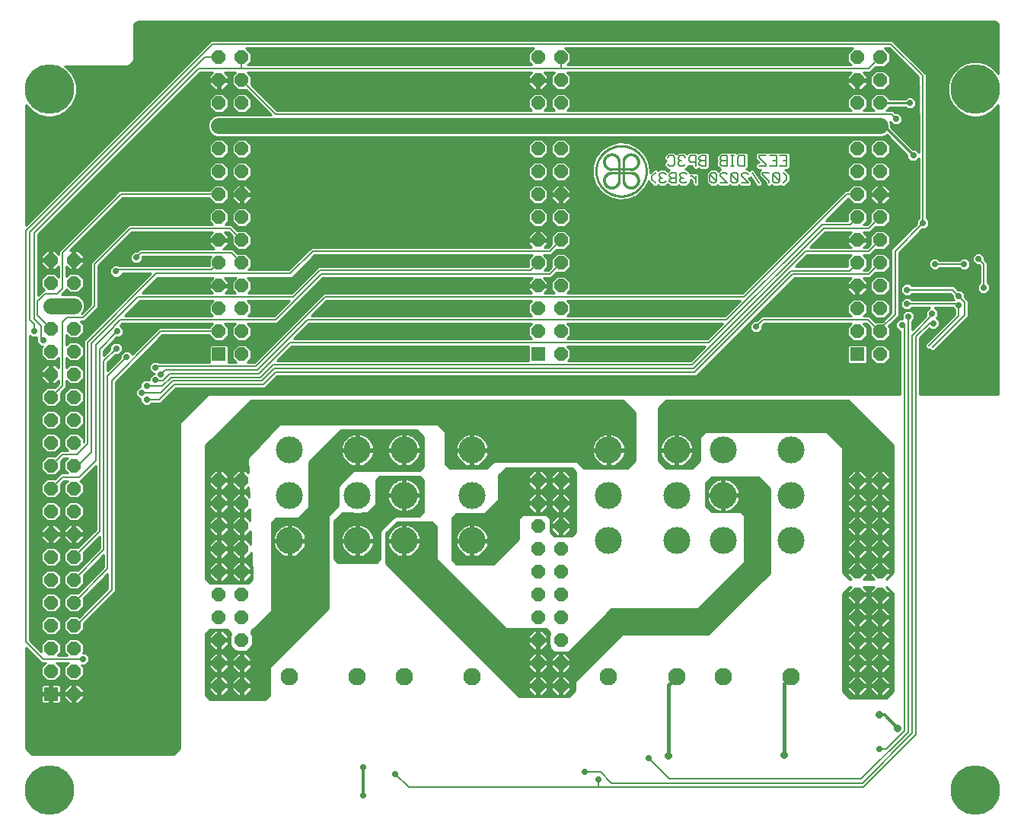
<source format=gbl>
G75*
%MOIN*%
%OFA0B0*%
%FSLAX25Y25*%
%IPPOS*%
%LPD*%
%AMOC8*
5,1,8,0,0,1.08239X$1,22.5*
%
%ADD10C,0.00500*%
%ADD11C,0.11811*%
%ADD12C,0.07677*%
%ADD13OC8,0.05906*%
%ADD14R,0.05906X0.05906*%
%ADD15C,0.01000*%
%ADD16C,0.00100*%
%ADD17C,0.21654*%
%ADD18OC8,0.02781*%
%ADD19C,0.01200*%
%ADD20R,0.02781X0.02781*%
%ADD21C,0.07000*%
%ADD22OC8,0.03175*%
%ADD23C,0.00800*%
%ADD24C,0.01600*%
D10*
X0331458Y0303986D02*
X0331458Y0305488D01*
X0332960Y0306989D01*
X0334561Y0306238D02*
X0334561Y0305488D01*
X0335312Y0304737D01*
X0334561Y0303986D01*
X0334561Y0303236D01*
X0335312Y0302485D01*
X0336813Y0302485D01*
X0337564Y0303236D01*
X0339165Y0303236D02*
X0339916Y0302485D01*
X0342167Y0302485D01*
X0342167Y0306989D01*
X0339916Y0306989D01*
X0339165Y0306238D01*
X0339165Y0305488D01*
X0339916Y0304737D01*
X0342167Y0304737D01*
X0343769Y0305488D02*
X0343769Y0306238D01*
X0344519Y0306989D01*
X0346021Y0306989D01*
X0346771Y0306238D01*
X0348356Y0305488D02*
X0349107Y0305488D01*
X0350608Y0303986D01*
X0350608Y0302485D02*
X0350608Y0305488D01*
X0346771Y0303236D02*
X0346021Y0302485D01*
X0344519Y0302485D01*
X0343769Y0303236D01*
X0343769Y0303986D01*
X0344519Y0304737D01*
X0345270Y0304737D01*
X0344519Y0304737D02*
X0343769Y0305488D01*
X0339916Y0304737D02*
X0339165Y0303986D01*
X0339165Y0303236D01*
X0337564Y0306238D02*
X0336813Y0306989D01*
X0335312Y0306989D01*
X0334561Y0306238D01*
X0335312Y0304737D02*
X0336062Y0304737D01*
X0332960Y0302485D02*
X0331458Y0303986D01*
X0338398Y0310736D02*
X0339148Y0309985D01*
X0340649Y0309985D01*
X0341400Y0310736D01*
X0341400Y0313738D01*
X0340649Y0314489D01*
X0339148Y0314489D01*
X0338398Y0313738D01*
X0343002Y0313738D02*
X0343002Y0312988D01*
X0343752Y0312237D01*
X0343002Y0311486D01*
X0343002Y0310736D01*
X0343752Y0309985D01*
X0345253Y0309985D01*
X0346004Y0310736D01*
X0344503Y0312237D02*
X0343752Y0312237D01*
X0343002Y0313738D02*
X0343752Y0314489D01*
X0345253Y0314489D01*
X0346004Y0313738D01*
X0347605Y0313738D02*
X0347605Y0312237D01*
X0348356Y0311486D01*
X0350608Y0311486D01*
X0350608Y0309985D02*
X0350608Y0314489D01*
X0348356Y0314489D01*
X0347605Y0313738D01*
X0352209Y0313738D02*
X0352960Y0314489D01*
X0355212Y0314489D01*
X0355212Y0309985D01*
X0352960Y0309985D01*
X0352209Y0310736D01*
X0352209Y0311486D01*
X0352960Y0312237D01*
X0355212Y0312237D01*
X0352960Y0312237D02*
X0352209Y0312988D01*
X0352209Y0313738D01*
X0357564Y0306989D02*
X0356813Y0306238D01*
X0359816Y0303236D01*
X0359065Y0302485D01*
X0357564Y0302485D01*
X0356813Y0303236D01*
X0356813Y0306238D01*
X0357564Y0306989D02*
X0359065Y0306989D01*
X0359816Y0306238D01*
X0359816Y0303236D01*
X0361417Y0302485D02*
X0364420Y0302485D01*
X0361417Y0305488D01*
X0361417Y0306238D01*
X0362168Y0306989D01*
X0363669Y0306989D01*
X0364420Y0306238D01*
X0366021Y0306238D02*
X0369024Y0303236D01*
X0368273Y0302485D01*
X0366772Y0302485D01*
X0366021Y0303236D01*
X0366021Y0306238D01*
X0366772Y0306989D01*
X0368273Y0306989D01*
X0369024Y0306238D01*
X0369024Y0303236D01*
X0370625Y0302485D02*
X0373628Y0302485D01*
X0370625Y0305488D01*
X0370625Y0306238D01*
X0371376Y0306989D01*
X0372877Y0306989D01*
X0373628Y0306238D01*
X0375229Y0306989D02*
X0378232Y0302485D01*
X0379833Y0306238D02*
X0382835Y0303236D01*
X0382835Y0302485D01*
X0384437Y0303236D02*
X0385187Y0302485D01*
X0386689Y0302485D01*
X0387439Y0303236D01*
X0384437Y0306238D01*
X0384437Y0303236D01*
X0384437Y0306238D02*
X0385187Y0306989D01*
X0386689Y0306989D01*
X0387439Y0306238D01*
X0387439Y0303236D01*
X0389007Y0302485D02*
X0390509Y0303986D01*
X0390509Y0305488D01*
X0389007Y0306989D01*
X0387506Y0309985D02*
X0390509Y0309985D01*
X0390509Y0314489D01*
X0387506Y0314489D01*
X0385905Y0314489D02*
X0385905Y0309985D01*
X0382902Y0309985D01*
X0381301Y0309985D02*
X0381301Y0310736D01*
X0378298Y0313738D01*
X0378298Y0314489D01*
X0381301Y0314489D01*
X0382902Y0314489D02*
X0385905Y0314489D01*
X0385905Y0312237D02*
X0384403Y0312237D01*
X0381301Y0309985D02*
X0378298Y0309985D01*
X0379833Y0306989D02*
X0379833Y0306238D01*
X0379833Y0306989D02*
X0382835Y0306989D01*
X0389007Y0312237D02*
X0390509Y0312237D01*
X0372093Y0314489D02*
X0372093Y0309985D01*
X0369841Y0309985D01*
X0369090Y0310736D01*
X0369090Y0313738D01*
X0369841Y0314489D01*
X0372093Y0314489D01*
X0367489Y0314489D02*
X0365988Y0314489D01*
X0366738Y0314489D02*
X0366738Y0309985D01*
X0365988Y0309985D02*
X0367489Y0309985D01*
X0364420Y0309985D02*
X0362168Y0309985D01*
X0361417Y0310736D01*
X0361417Y0311486D01*
X0362168Y0312237D01*
X0364420Y0312237D01*
X0364420Y0314489D02*
X0362168Y0314489D01*
X0361417Y0313738D01*
X0361417Y0312988D01*
X0362168Y0312237D01*
X0364420Y0309985D02*
X0364420Y0314489D01*
D11*
X0362713Y0185587D03*
X0342280Y0185587D03*
X0342280Y0165744D03*
X0362713Y0165744D03*
X0362713Y0145902D03*
X0342280Y0145902D03*
X0312516Y0145902D03*
X0312516Y0165744D03*
X0312516Y0185587D03*
X0252713Y0185587D03*
X0252713Y0165744D03*
X0252713Y0145902D03*
X0222949Y0145902D03*
X0202516Y0145902D03*
X0202516Y0165744D03*
X0222949Y0165744D03*
X0222949Y0185587D03*
X0202516Y0185587D03*
X0172752Y0185587D03*
X0172752Y0165744D03*
X0172752Y0145902D03*
X0392476Y0145902D03*
X0392476Y0165744D03*
X0392476Y0185587D03*
D12*
X0392476Y0086374D03*
X0362713Y0086374D03*
X0342280Y0086374D03*
X0312516Y0086374D03*
X0252713Y0086374D03*
X0222949Y0086374D03*
X0202516Y0086374D03*
X0172752Y0086374D03*
D13*
X0151807Y0082319D03*
X0141807Y0082319D03*
X0141807Y0092319D03*
X0141807Y0102319D03*
X0151807Y0102319D03*
X0151807Y0092319D03*
X0151807Y0112319D03*
X0151807Y0122319D03*
X0141807Y0122319D03*
X0141807Y0112319D03*
X0141807Y0132319D03*
X0141807Y0142319D03*
X0151807Y0142319D03*
X0151807Y0132319D03*
X0151807Y0152319D03*
X0151807Y0162319D03*
X0141807Y0162319D03*
X0141807Y0152319D03*
X0141807Y0172319D03*
X0151807Y0172319D03*
X0151807Y0227516D03*
X0151807Y0237516D03*
X0141807Y0237516D03*
X0141807Y0247516D03*
X0141807Y0257516D03*
X0151807Y0257516D03*
X0151807Y0247516D03*
X0151807Y0267516D03*
X0151807Y0277516D03*
X0141807Y0277516D03*
X0141807Y0267516D03*
X0141807Y0287516D03*
X0141807Y0297516D03*
X0151807Y0297516D03*
X0151807Y0287516D03*
X0151807Y0307516D03*
X0151807Y0317516D03*
X0141807Y0317516D03*
X0141807Y0307516D03*
X0141807Y0327516D03*
X0141807Y0337516D03*
X0151807Y0337516D03*
X0151807Y0327516D03*
X0151807Y0347516D03*
X0151807Y0357516D03*
X0141807Y0357516D03*
X0141807Y0347516D03*
X0078343Y0268776D03*
X0078343Y0258776D03*
X0068343Y0258776D03*
X0068343Y0268776D03*
X0068343Y0248776D03*
X0078343Y0248776D03*
X0078343Y0238776D03*
X0068343Y0238776D03*
X0068343Y0228776D03*
X0078343Y0228776D03*
X0078343Y0218776D03*
X0068343Y0218776D03*
X0068343Y0208776D03*
X0078343Y0208776D03*
X0078343Y0198776D03*
X0068343Y0198776D03*
X0068343Y0188776D03*
X0078343Y0188776D03*
X0078343Y0178776D03*
X0078343Y0168776D03*
X0068343Y0168776D03*
X0068343Y0178776D03*
X0068343Y0158776D03*
X0078343Y0158776D03*
X0078343Y0148776D03*
X0068343Y0148776D03*
X0068343Y0138776D03*
X0078343Y0138776D03*
X0078343Y0128776D03*
X0068343Y0128776D03*
X0068343Y0118776D03*
X0078343Y0118776D03*
X0078343Y0108776D03*
X0068343Y0108776D03*
X0068343Y0098776D03*
X0078343Y0098776D03*
X0078343Y0088776D03*
X0068343Y0088776D03*
X0078343Y0078776D03*
X0281571Y0082319D03*
X0291571Y0082319D03*
X0291571Y0092319D03*
X0291571Y0102319D03*
X0281571Y0102319D03*
X0281571Y0092319D03*
X0281571Y0112319D03*
X0291571Y0112319D03*
X0291571Y0122319D03*
X0281571Y0122319D03*
X0281571Y0132319D03*
X0291571Y0132319D03*
X0291571Y0142319D03*
X0281571Y0142319D03*
X0281571Y0152319D03*
X0291571Y0152319D03*
X0291571Y0162319D03*
X0281571Y0162319D03*
X0281571Y0172319D03*
X0291571Y0172319D03*
X0291571Y0227516D03*
X0291571Y0237516D03*
X0281571Y0237516D03*
X0281571Y0247516D03*
X0281571Y0257516D03*
X0291571Y0257516D03*
X0291571Y0247516D03*
X0291571Y0267516D03*
X0291571Y0277516D03*
X0281571Y0277516D03*
X0281571Y0267516D03*
X0281571Y0287516D03*
X0281571Y0297516D03*
X0291571Y0297516D03*
X0291571Y0287516D03*
X0291571Y0307516D03*
X0291571Y0317516D03*
X0281571Y0317516D03*
X0281571Y0307516D03*
X0281571Y0327516D03*
X0281571Y0337516D03*
X0291571Y0337516D03*
X0291571Y0327516D03*
X0291571Y0347516D03*
X0291571Y0357516D03*
X0281571Y0357516D03*
X0281571Y0347516D03*
X0421335Y0347516D03*
X0431335Y0347516D03*
X0431335Y0357516D03*
X0421335Y0357516D03*
X0421335Y0337516D03*
X0431335Y0337516D03*
X0431335Y0327516D03*
X0421335Y0327516D03*
X0421335Y0317516D03*
X0431335Y0317516D03*
X0431335Y0307516D03*
X0421335Y0307516D03*
X0421335Y0297516D03*
X0431335Y0297516D03*
X0431335Y0287516D03*
X0421335Y0287516D03*
X0421335Y0277516D03*
X0431335Y0277516D03*
X0431335Y0267516D03*
X0421335Y0267516D03*
X0421335Y0257516D03*
X0431335Y0257516D03*
X0431335Y0247516D03*
X0421335Y0247516D03*
X0421335Y0237516D03*
X0431335Y0237516D03*
X0431335Y0227516D03*
X0431335Y0172319D03*
X0421335Y0172319D03*
X0421335Y0162319D03*
X0431335Y0162319D03*
X0431335Y0152319D03*
X0421335Y0152319D03*
X0421335Y0142319D03*
X0431335Y0142319D03*
X0431335Y0132319D03*
X0421335Y0132319D03*
X0421335Y0122319D03*
X0431335Y0122319D03*
X0431335Y0112319D03*
X0421335Y0112319D03*
X0421335Y0102319D03*
X0431335Y0102319D03*
X0431335Y0092319D03*
X0421335Y0092319D03*
X0421335Y0082319D03*
X0431335Y0082319D03*
D14*
X0421335Y0227516D03*
X0281571Y0227516D03*
X0141807Y0227516D03*
X0068343Y0078776D03*
D15*
X0068827Y0078914D02*
X0077858Y0078914D01*
X0077858Y0079260D02*
X0077858Y0078291D01*
X0078827Y0078291D01*
X0078827Y0074523D01*
X0080104Y0074523D01*
X0082595Y0077014D01*
X0082595Y0078291D01*
X0078827Y0078291D01*
X0078827Y0079260D01*
X0082595Y0079260D01*
X0082595Y0080537D01*
X0080104Y0083028D01*
X0078827Y0083028D01*
X0078827Y0079260D01*
X0077858Y0079260D01*
X0074090Y0079260D01*
X0074090Y0080537D01*
X0076581Y0083028D01*
X0077858Y0083028D01*
X0077858Y0079260D01*
X0077858Y0079913D02*
X0078827Y0079913D01*
X0078827Y0080911D02*
X0077858Y0080911D01*
X0077858Y0081910D02*
X0078827Y0081910D01*
X0078827Y0082908D02*
X0077858Y0082908D01*
X0076461Y0082908D02*
X0071851Y0082908D01*
X0071797Y0082940D02*
X0071466Y0083028D01*
X0068827Y0083028D01*
X0068827Y0079260D01*
X0072595Y0079260D01*
X0072595Y0081899D01*
X0072507Y0082230D01*
X0072336Y0082527D01*
X0072093Y0082769D01*
X0071797Y0082940D01*
X0072592Y0081910D02*
X0075463Y0081910D01*
X0074464Y0080911D02*
X0072595Y0080911D01*
X0072595Y0079913D02*
X0074090Y0079913D01*
X0074090Y0078291D02*
X0074090Y0077014D01*
X0076581Y0074523D01*
X0077858Y0074523D01*
X0077858Y0078291D01*
X0074090Y0078291D01*
X0074090Y0077916D02*
X0072595Y0077916D01*
X0072595Y0078291D02*
X0072595Y0075652D01*
X0072507Y0075321D01*
X0072336Y0075025D01*
X0072093Y0074783D01*
X0071797Y0074611D01*
X0071466Y0074523D01*
X0068827Y0074523D01*
X0068827Y0078291D01*
X0067858Y0078291D01*
X0067858Y0074523D01*
X0065219Y0074523D01*
X0064888Y0074611D01*
X0064592Y0074783D01*
X0064350Y0075025D01*
X0064178Y0075321D01*
X0064090Y0075652D01*
X0064090Y0078291D01*
X0067858Y0078291D01*
X0067858Y0079260D01*
X0064090Y0079260D01*
X0064090Y0081899D01*
X0064178Y0082230D01*
X0064350Y0082527D01*
X0064592Y0082769D01*
X0064888Y0082940D01*
X0065219Y0083028D01*
X0067858Y0083028D01*
X0067858Y0079260D01*
X0068827Y0079260D01*
X0068827Y0078291D01*
X0072595Y0078291D01*
X0072595Y0076917D02*
X0074186Y0076917D01*
X0075185Y0075919D02*
X0072595Y0075919D01*
X0072231Y0074920D02*
X0076183Y0074920D01*
X0077858Y0074920D02*
X0078827Y0074920D01*
X0078827Y0075919D02*
X0077858Y0075919D01*
X0077858Y0076917D02*
X0078827Y0076917D01*
X0078827Y0077916D02*
X0077858Y0077916D01*
X0078827Y0078914D02*
X0124646Y0078914D01*
X0124646Y0077916D02*
X0082595Y0077916D01*
X0082499Y0076917D02*
X0124646Y0076917D01*
X0124646Y0075919D02*
X0081500Y0075919D01*
X0080502Y0074920D02*
X0124646Y0074920D01*
X0124646Y0073922D02*
X0057472Y0073922D01*
X0057472Y0074920D02*
X0064454Y0074920D01*
X0064090Y0075919D02*
X0057472Y0075919D01*
X0057472Y0076917D02*
X0064090Y0076917D01*
X0064090Y0077916D02*
X0057472Y0077916D01*
X0057472Y0078914D02*
X0067858Y0078914D01*
X0067858Y0077916D02*
X0068827Y0077916D01*
X0068827Y0076917D02*
X0067858Y0076917D01*
X0067858Y0075919D02*
X0068827Y0075919D01*
X0068827Y0074920D02*
X0067858Y0074920D01*
X0067858Y0079913D02*
X0068827Y0079913D01*
X0068827Y0080911D02*
X0067858Y0080911D01*
X0067858Y0081910D02*
X0068827Y0081910D01*
X0068827Y0082908D02*
X0067858Y0082908D01*
X0066581Y0084523D02*
X0070104Y0084523D01*
X0072595Y0087014D01*
X0072595Y0090537D01*
X0070805Y0092328D01*
X0075880Y0092328D01*
X0074090Y0090537D01*
X0074090Y0087014D01*
X0076581Y0084523D01*
X0080104Y0084523D01*
X0082595Y0087014D01*
X0082595Y0090537D01*
X0081795Y0091337D01*
X0083510Y0091337D01*
X0085086Y0092913D01*
X0085086Y0095142D01*
X0083510Y0096718D01*
X0082299Y0096718D01*
X0082595Y0097014D01*
X0082595Y0100537D01*
X0080104Y0103028D01*
X0076581Y0103028D01*
X0074090Y0100537D01*
X0074090Y0097014D01*
X0075376Y0095728D01*
X0071309Y0095728D01*
X0072595Y0097014D01*
X0072595Y0100537D01*
X0070104Y0103028D01*
X0066581Y0103028D01*
X0064090Y0100537D01*
X0064090Y0097238D01*
X0059096Y0102232D01*
X0059096Y0235773D01*
X0060031Y0234837D01*
X0062196Y0234837D01*
X0062196Y0234073D01*
X0062205Y0234064D01*
X0062205Y0232663D01*
X0063781Y0231087D01*
X0064640Y0231087D01*
X0064090Y0230537D01*
X0064090Y0227014D01*
X0066581Y0224523D01*
X0070104Y0224523D01*
X0071626Y0226044D01*
X0071626Y0221507D01*
X0070104Y0223028D01*
X0068827Y0223028D01*
X0068827Y0219260D01*
X0067858Y0219260D01*
X0067858Y0218291D01*
X0068827Y0218291D01*
X0068827Y0214523D01*
X0070104Y0214523D01*
X0071626Y0216044D01*
X0071626Y0214463D01*
X0070148Y0212985D01*
X0070104Y0213028D01*
X0066581Y0213028D01*
X0064090Y0210537D01*
X0064090Y0207014D01*
X0066581Y0204523D01*
X0070104Y0204523D01*
X0072595Y0207014D01*
X0072595Y0210537D01*
X0072552Y0210581D01*
X0075026Y0213054D01*
X0075026Y0216078D01*
X0076581Y0214523D01*
X0080104Y0214523D01*
X0082595Y0217014D01*
X0082595Y0220537D01*
X0080104Y0223028D01*
X0076581Y0223028D01*
X0075026Y0221473D01*
X0075026Y0226078D01*
X0076581Y0224523D01*
X0080104Y0224523D01*
X0082595Y0227014D01*
X0082595Y0230537D01*
X0080104Y0233028D01*
X0076581Y0233028D01*
X0075026Y0231473D01*
X0075026Y0236078D01*
X0076581Y0234523D01*
X0080104Y0234523D01*
X0082595Y0237014D01*
X0082595Y0240537D01*
X0081236Y0241896D01*
X0083080Y0241896D01*
X0089096Y0247912D01*
X0089096Y0266323D01*
X0099721Y0276948D01*
X0101700Y0278928D01*
X0103668Y0280896D01*
X0139173Y0280896D01*
X0137554Y0279277D01*
X0137554Y0278000D01*
X0141323Y0278000D01*
X0141323Y0277031D01*
X0137554Y0277031D01*
X0137554Y0275754D01*
X0139762Y0273546D01*
X0107040Y0273546D01*
X0106062Y0272568D01*
X0104661Y0272568D01*
X0103085Y0270992D01*
X0103085Y0268763D01*
X0104661Y0267187D01*
X0106890Y0267187D01*
X0108466Y0268763D01*
X0108466Y0270146D01*
X0138423Y0270146D01*
X0137554Y0269277D01*
X0137554Y0266228D01*
X0098268Y0266228D01*
X0097990Y0266505D01*
X0095761Y0266505D01*
X0094185Y0264929D01*
X0094185Y0262700D01*
X0095761Y0261124D01*
X0097990Y0261124D01*
X0099566Y0262700D01*
X0099566Y0262828D01*
X0112042Y0262828D01*
X0082696Y0233482D01*
X0082696Y0188982D01*
X0082595Y0188881D01*
X0082595Y0190537D01*
X0080104Y0193028D01*
X0076581Y0193028D01*
X0074090Y0190537D01*
X0074090Y0187014D01*
X0075658Y0185446D01*
X0072609Y0185446D01*
X0070148Y0182985D01*
X0070104Y0183028D01*
X0066581Y0183028D01*
X0064090Y0180537D01*
X0064090Y0177014D01*
X0066581Y0174523D01*
X0070104Y0174523D01*
X0072595Y0177014D01*
X0072595Y0180537D01*
X0072552Y0180581D01*
X0074017Y0182046D01*
X0075599Y0182046D01*
X0074090Y0180537D01*
X0074090Y0177014D01*
X0075626Y0175478D01*
X0072691Y0175478D01*
X0071696Y0174482D01*
X0070173Y0172959D01*
X0070104Y0173028D01*
X0066581Y0173028D01*
X0064090Y0170537D01*
X0064090Y0167014D01*
X0066581Y0164523D01*
X0070104Y0164523D01*
X0072595Y0167014D01*
X0072595Y0170537D01*
X0072577Y0170555D01*
X0074100Y0172078D01*
X0075630Y0172078D01*
X0074090Y0170537D01*
X0074090Y0167014D01*
X0076581Y0164523D01*
X0080104Y0164523D01*
X0082595Y0167014D01*
X0082595Y0170537D01*
X0081055Y0172078D01*
X0081350Y0172078D01*
X0087946Y0178673D01*
X0087946Y0150783D01*
X0080148Y0142985D01*
X0080104Y0143028D01*
X0076581Y0143028D01*
X0074090Y0140537D01*
X0074090Y0137014D01*
X0076581Y0134523D01*
X0080104Y0134523D01*
X0082595Y0137014D01*
X0082595Y0140537D01*
X0082552Y0140581D01*
X0089696Y0147725D01*
X0089696Y0142533D01*
X0080148Y0132985D01*
X0080104Y0133028D01*
X0076581Y0133028D01*
X0074090Y0130537D01*
X0074090Y0127014D01*
X0076581Y0124523D01*
X0080104Y0124523D01*
X0082595Y0127014D01*
X0082595Y0130537D01*
X0082552Y0130581D01*
X0091446Y0139475D01*
X0091446Y0134232D01*
X0080173Y0122959D01*
X0080104Y0123028D01*
X0076581Y0123028D01*
X0074090Y0120537D01*
X0074090Y0117014D01*
X0076581Y0114523D01*
X0080104Y0114523D01*
X0082595Y0117014D01*
X0082595Y0120537D01*
X0082577Y0120555D01*
X0093196Y0131173D01*
X0093196Y0124870D01*
X0080729Y0112404D01*
X0080104Y0113028D01*
X0076581Y0113028D01*
X0074090Y0110537D01*
X0074090Y0107014D01*
X0076581Y0104523D01*
X0080104Y0104523D01*
X0082595Y0107014D01*
X0082595Y0109462D01*
X0095600Y0122466D01*
X0096596Y0123462D01*
X0096596Y0215323D01*
X0114721Y0233448D01*
X0115120Y0233847D01*
X0117088Y0235816D01*
X0137554Y0235816D01*
X0137554Y0235754D01*
X0140046Y0233263D01*
X0143569Y0233263D01*
X0146060Y0235754D01*
X0146060Y0239277D01*
X0144441Y0240896D01*
X0149173Y0240896D01*
X0147554Y0239277D01*
X0147554Y0235754D01*
X0150046Y0233263D01*
X0153569Y0233263D01*
X0156060Y0235754D01*
X0156060Y0239277D01*
X0154441Y0240896D01*
X0167400Y0240896D01*
X0168396Y0241892D01*
X0187450Y0260946D01*
X0278987Y0260946D01*
X0277318Y0259277D01*
X0277318Y0258000D01*
X0281087Y0258000D01*
X0281087Y0257031D01*
X0277318Y0257031D01*
X0277318Y0255754D01*
X0278876Y0254196D01*
X0187691Y0254196D01*
X0157441Y0223946D01*
X0154252Y0223946D01*
X0156060Y0225754D01*
X0156060Y0229277D01*
X0153569Y0231768D01*
X0150046Y0231768D01*
X0147554Y0229277D01*
X0147554Y0225754D01*
X0149362Y0223946D01*
X0145981Y0223946D01*
X0146060Y0224025D01*
X0146060Y0231007D01*
X0145298Y0231768D01*
X0138316Y0231768D01*
X0137554Y0231007D01*
X0137554Y0224025D01*
X0137633Y0223946D01*
X0115662Y0223946D01*
X0115190Y0224418D01*
X0112961Y0224418D01*
X0111385Y0222842D01*
X0111385Y0220613D01*
X0112961Y0219037D01*
X0113685Y0219037D01*
X0113685Y0218818D01*
X0112961Y0218818D01*
X0111385Y0217242D01*
X0111385Y0216373D01*
X0111340Y0216418D01*
X0109111Y0216418D01*
X0107535Y0214842D01*
X0107535Y0213318D01*
X0106961Y0213318D01*
X0105385Y0211742D01*
X0105385Y0209513D01*
X0106961Y0207937D01*
X0107535Y0207937D01*
X0107535Y0206463D01*
X0109111Y0204887D01*
X0111340Y0204887D01*
X0112331Y0205878D01*
X0116400Y0205878D01*
X0117396Y0206873D01*
X0123068Y0212546D01*
X0162100Y0212546D01*
X0163096Y0213542D01*
X0167350Y0217796D01*
X0350900Y0217796D01*
X0351896Y0218792D01*
X0393900Y0260796D01*
X0418601Y0260796D01*
X0417082Y0259277D01*
X0417082Y0258000D01*
X0420850Y0258000D01*
X0420850Y0257031D01*
X0421819Y0257031D01*
X0421819Y0253263D01*
X0423096Y0253263D01*
X0425587Y0255754D01*
X0425587Y0257031D01*
X0421819Y0257031D01*
X0421819Y0258000D01*
X0425587Y0258000D01*
X0425587Y0259277D01*
X0424069Y0260796D01*
X0426972Y0260796D01*
X0429506Y0263330D01*
X0429573Y0263263D01*
X0433096Y0263263D01*
X0435587Y0265754D01*
X0435587Y0269277D01*
X0433096Y0271768D01*
X0429573Y0271768D01*
X0427082Y0269277D01*
X0427082Y0265754D01*
X0427102Y0265734D01*
X0425564Y0264196D01*
X0424029Y0264196D01*
X0425587Y0265754D01*
X0425587Y0269277D01*
X0424019Y0270846D01*
X0427022Y0270846D01*
X0429506Y0273330D01*
X0429573Y0273263D01*
X0433096Y0273263D01*
X0435587Y0275754D01*
X0435587Y0279277D01*
X0433096Y0281768D01*
X0429573Y0281768D01*
X0427082Y0279277D01*
X0427082Y0275754D01*
X0427102Y0275734D01*
X0425614Y0274246D01*
X0424079Y0274246D01*
X0425587Y0275754D01*
X0425587Y0277031D01*
X0421819Y0277031D01*
X0421819Y0278000D01*
X0425587Y0278000D01*
X0425587Y0279277D01*
X0423919Y0280946D01*
X0427122Y0280946D01*
X0429506Y0283330D01*
X0429573Y0283263D01*
X0433096Y0283263D01*
X0435587Y0285754D01*
X0435587Y0289277D01*
X0433096Y0291768D01*
X0429573Y0291768D01*
X0427082Y0289277D01*
X0427082Y0285754D01*
X0427102Y0285734D01*
X0425714Y0284346D01*
X0424179Y0284346D01*
X0425587Y0285754D01*
X0425587Y0289277D01*
X0423096Y0291768D01*
X0419573Y0291768D01*
X0417082Y0289277D01*
X0417082Y0285946D01*
X0407700Y0285946D01*
X0417295Y0295541D01*
X0419573Y0293263D01*
X0423096Y0293263D01*
X0425587Y0295754D01*
X0425587Y0299277D01*
X0423096Y0301768D01*
X0419573Y0301768D01*
X0417082Y0299277D01*
X0417082Y0299216D01*
X0416161Y0299216D01*
X0415165Y0298220D01*
X0371141Y0254196D01*
X0294265Y0254196D01*
X0295824Y0255754D01*
X0295824Y0259277D01*
X0293332Y0261768D01*
X0289809Y0261768D01*
X0287318Y0259277D01*
X0287318Y0255754D01*
X0288876Y0254196D01*
X0284265Y0254196D01*
X0285824Y0255754D01*
X0285824Y0257031D01*
X0282055Y0257031D01*
X0282055Y0258000D01*
X0285824Y0258000D01*
X0285824Y0259277D01*
X0284155Y0260946D01*
X0287405Y0260946D01*
X0289766Y0263307D01*
X0289809Y0263263D01*
X0293332Y0263263D01*
X0295824Y0265754D01*
X0295824Y0269277D01*
X0293332Y0271768D01*
X0289809Y0271768D01*
X0287318Y0269277D01*
X0287318Y0265754D01*
X0287362Y0265711D01*
X0285997Y0264346D01*
X0284415Y0264346D01*
X0285824Y0265754D01*
X0285824Y0269277D01*
X0284105Y0270996D01*
X0287455Y0270996D01*
X0288451Y0271992D01*
X0289766Y0273307D01*
X0289809Y0273263D01*
X0293332Y0273263D01*
X0295824Y0275754D01*
X0295824Y0279277D01*
X0293332Y0281768D01*
X0289809Y0281768D01*
X0287318Y0279277D01*
X0287318Y0275754D01*
X0287362Y0275711D01*
X0286047Y0274396D01*
X0284465Y0274396D01*
X0285824Y0275754D01*
X0285824Y0277031D01*
X0282055Y0277031D01*
X0282055Y0278000D01*
X0281087Y0278000D01*
X0281087Y0281768D01*
X0279809Y0281768D01*
X0277318Y0279277D01*
X0277318Y0278000D01*
X0281087Y0278000D01*
X0281087Y0277031D01*
X0277318Y0277031D01*
X0277318Y0275754D01*
X0278676Y0274396D01*
X0182391Y0274396D01*
X0172491Y0264496D01*
X0154802Y0264496D01*
X0156060Y0265754D01*
X0156060Y0269277D01*
X0153569Y0271768D01*
X0150046Y0271768D01*
X0150002Y0271725D01*
X0149177Y0272550D01*
X0148181Y0273546D01*
X0143852Y0273546D01*
X0146060Y0275754D01*
X0146060Y0277031D01*
X0142291Y0277031D01*
X0142291Y0278000D01*
X0146060Y0278000D01*
X0146060Y0279277D01*
X0144441Y0280896D01*
X0146023Y0280896D01*
X0147598Y0279321D01*
X0147554Y0279277D01*
X0147554Y0275754D01*
X0150046Y0273263D01*
X0153569Y0273263D01*
X0156060Y0275754D01*
X0156060Y0279277D01*
X0153569Y0281768D01*
X0150046Y0281768D01*
X0150002Y0281725D01*
X0148427Y0283300D01*
X0147431Y0284296D01*
X0144602Y0284296D01*
X0146060Y0285754D01*
X0146060Y0289277D01*
X0143569Y0291768D01*
X0140046Y0291768D01*
X0137554Y0289277D01*
X0137554Y0285754D01*
X0139012Y0284296D01*
X0102260Y0284296D01*
X0099296Y0281332D01*
X0097316Y0279353D01*
X0085696Y0267732D01*
X0085696Y0249320D01*
X0081671Y0245296D01*
X0081651Y0245296D01*
X0082412Y0246057D01*
X0083143Y0247821D01*
X0083143Y0249730D01*
X0082412Y0251495D01*
X0081061Y0252845D01*
X0079297Y0253576D01*
X0073159Y0253576D01*
X0075076Y0255492D01*
X0075076Y0256028D01*
X0076581Y0254523D01*
X0080104Y0254523D01*
X0082595Y0257014D01*
X0082595Y0260537D01*
X0080104Y0263028D01*
X0076581Y0263028D01*
X0075076Y0261523D01*
X0075076Y0266028D01*
X0076581Y0264523D01*
X0077858Y0264523D01*
X0077858Y0268291D01*
X0078827Y0268291D01*
X0078827Y0264523D01*
X0080104Y0264523D01*
X0082595Y0267014D01*
X0082595Y0268291D01*
X0078827Y0268291D01*
X0078827Y0269260D01*
X0082595Y0269260D01*
X0082595Y0270537D01*
X0080104Y0273028D01*
X0078827Y0273028D01*
X0078827Y0269260D01*
X0077858Y0269260D01*
X0077858Y0273028D01*
X0076812Y0273028D01*
X0097101Y0293318D01*
X0098627Y0294843D01*
X0098627Y0294843D01*
X0099599Y0295816D01*
X0137554Y0295816D01*
X0137554Y0295754D01*
X0140046Y0293263D01*
X0143569Y0293263D01*
X0146060Y0295754D01*
X0146060Y0299277D01*
X0143569Y0301768D01*
X0140046Y0301768D01*
X0137554Y0299277D01*
X0137554Y0299216D01*
X0098191Y0299216D01*
X0097195Y0298220D01*
X0096223Y0297247D01*
X0096223Y0297247D01*
X0094697Y0295722D01*
X0071676Y0272700D01*
X0071676Y0271457D01*
X0070104Y0273028D01*
X0068827Y0273028D01*
X0068827Y0269260D01*
X0067858Y0269260D01*
X0067858Y0268291D01*
X0068827Y0268291D01*
X0068827Y0264523D01*
X0070104Y0264523D01*
X0071676Y0266094D01*
X0071676Y0261457D01*
X0070104Y0263028D01*
X0066581Y0263028D01*
X0064090Y0260537D01*
X0064090Y0257014D01*
X0065508Y0255596D01*
X0064971Y0255596D01*
X0062596Y0253220D01*
X0062596Y0279792D01*
X0133600Y0350796D01*
X0139073Y0350796D01*
X0137554Y0349277D01*
X0137554Y0348000D01*
X0141323Y0348000D01*
X0141323Y0347031D01*
X0142291Y0347031D01*
X0142291Y0343263D01*
X0143569Y0343263D01*
X0146060Y0345754D01*
X0146060Y0347031D01*
X0142291Y0347031D01*
X0142291Y0348000D01*
X0146060Y0348000D01*
X0146060Y0349277D01*
X0144541Y0350796D01*
X0149073Y0350796D01*
X0147554Y0349277D01*
X0147554Y0345754D01*
X0150046Y0343263D01*
X0153569Y0343263D01*
X0153612Y0343307D01*
X0164603Y0332316D01*
X0150852Y0332316D01*
X0140852Y0332316D01*
X0139088Y0331585D01*
X0137738Y0330235D01*
X0137007Y0328471D01*
X0137007Y0326561D01*
X0137738Y0324797D01*
X0139088Y0323447D01*
X0140852Y0322716D01*
X0432289Y0322716D01*
X0434054Y0323447D01*
X0434242Y0323635D01*
X0443205Y0314673D01*
X0443205Y0313413D01*
X0444781Y0311837D01*
X0447010Y0311837D01*
X0448337Y0313163D01*
X0448438Y0287124D01*
X0447455Y0286142D01*
X0447455Y0284741D01*
X0437192Y0274478D01*
X0437191Y0274478D01*
X0436196Y0273482D01*
X0436196Y0245732D01*
X0432232Y0241768D01*
X0429573Y0241768D01*
X0429441Y0241636D01*
X0427846Y0243232D01*
X0426850Y0244228D01*
X0424061Y0244228D01*
X0425587Y0245754D01*
X0425587Y0249277D01*
X0423096Y0251768D01*
X0419573Y0251768D01*
X0417082Y0249277D01*
X0417082Y0245754D01*
X0418609Y0244228D01*
X0379441Y0244228D01*
X0377432Y0242218D01*
X0376031Y0242218D01*
X0374455Y0240642D01*
X0374455Y0238413D01*
X0376031Y0236837D01*
X0378260Y0236837D01*
X0379836Y0238413D01*
X0379836Y0239814D01*
X0380850Y0240828D01*
X0418632Y0240828D01*
X0417082Y0239277D01*
X0417082Y0235754D01*
X0419573Y0233263D01*
X0423096Y0233263D01*
X0425587Y0235754D01*
X0425587Y0239277D01*
X0424037Y0240828D01*
X0425441Y0240828D01*
X0427082Y0239187D01*
X0427082Y0235754D01*
X0429573Y0233263D01*
X0433096Y0233263D01*
X0435587Y0235754D01*
X0435587Y0239277D01*
X0435068Y0239796D01*
X0438600Y0243328D01*
X0439596Y0244323D01*
X0439596Y0272073D01*
X0449859Y0282337D01*
X0451260Y0282337D01*
X0452836Y0283913D01*
X0452836Y0286142D01*
X0451837Y0287141D01*
X0451596Y0349530D01*
X0451596Y0350232D01*
X0451593Y0350234D01*
X0451593Y0350238D01*
X0451095Y0350732D01*
X0436850Y0364978D01*
X0138441Y0364978D01*
X0137446Y0363982D01*
X0057472Y0284008D01*
X0057472Y0336789D01*
X0057851Y0336133D01*
X0060109Y0333875D01*
X0062874Y0332278D01*
X0065959Y0331452D01*
X0069152Y0331452D01*
X0072236Y0332278D01*
X0075001Y0333875D01*
X0077259Y0336133D01*
X0078855Y0338898D01*
X0079682Y0341982D01*
X0079682Y0345175D01*
X0078855Y0348259D01*
X0077259Y0351025D01*
X0075001Y0353283D01*
X0074345Y0353661D01*
X0101755Y0353661D01*
X0103114Y0354224D01*
X0104154Y0355264D01*
X0104717Y0356623D01*
X0104717Y0371138D01*
X0104744Y0371483D01*
X0104957Y0372141D01*
X0105363Y0372700D01*
X0105922Y0373106D01*
X0106580Y0373319D01*
X0106925Y0373346D01*
X0480941Y0373346D01*
X0481286Y0373319D01*
X0481944Y0373106D01*
X0482503Y0372700D01*
X0482909Y0372141D01*
X0483122Y0371483D01*
X0483150Y0371138D01*
X0483150Y0350369D01*
X0482771Y0351025D01*
X0480513Y0353283D01*
X0477748Y0354879D01*
X0474663Y0355705D01*
X0471470Y0355705D01*
X0468386Y0354879D01*
X0465621Y0353283D01*
X0463363Y0351025D01*
X0461767Y0348259D01*
X0460940Y0345175D01*
X0460940Y0341982D01*
X0461767Y0338898D01*
X0463363Y0336133D01*
X0465621Y0333875D01*
X0468386Y0332278D01*
X0471470Y0331452D01*
X0474663Y0331452D01*
X0477748Y0332278D01*
X0480513Y0333875D01*
X0482771Y0336133D01*
X0483150Y0336789D01*
X0483150Y0210028D01*
X0448846Y0210028D01*
X0448846Y0234573D01*
X0453070Y0238798D01*
X0453531Y0238337D01*
X0455760Y0238337D01*
X0457336Y0239913D01*
X0457336Y0242142D01*
X0456076Y0243403D01*
X0456836Y0244163D01*
X0456836Y0246392D01*
X0455401Y0247828D01*
X0463041Y0247828D01*
X0463946Y0246923D01*
X0463946Y0244982D01*
X0450946Y0231982D01*
X0450946Y0230573D01*
X0451941Y0229578D01*
X0453191Y0229578D01*
X0453691Y0229078D01*
X0455100Y0229078D01*
X0469100Y0243078D01*
X0470096Y0244073D01*
X0470096Y0250982D01*
X0468336Y0252741D01*
X0468336Y0254142D01*
X0466760Y0255718D01*
X0465359Y0255718D01*
X0463600Y0257478D01*
X0445251Y0257478D01*
X0444260Y0258468D01*
X0442031Y0258468D01*
X0440455Y0256892D01*
X0440455Y0254663D01*
X0442031Y0253087D01*
X0444260Y0253087D01*
X0445251Y0254078D01*
X0462191Y0254078D01*
X0462955Y0253314D01*
X0462955Y0251913D01*
X0463641Y0251228D01*
X0445251Y0251228D01*
X0444260Y0252218D01*
X0442031Y0252218D01*
X0440455Y0250642D01*
X0440455Y0248413D01*
X0442031Y0246837D01*
X0444260Y0246837D01*
X0445251Y0247828D01*
X0452891Y0247828D01*
X0451455Y0246392D01*
X0451455Y0244241D01*
X0445346Y0238132D01*
X0445346Y0241923D01*
X0446336Y0242913D01*
X0446336Y0245142D01*
X0444760Y0246718D01*
X0442531Y0246718D01*
X0440955Y0245142D01*
X0440955Y0242968D01*
X0439781Y0242968D01*
X0438205Y0241392D01*
X0438205Y0239163D01*
X0439781Y0237587D01*
X0440196Y0237587D01*
X0440196Y0210028D01*
X0136896Y0210028D01*
X0124646Y0197778D01*
X0124646Y0055028D01*
X0121896Y0052278D01*
X0060146Y0052278D01*
X0057472Y0054951D01*
X0057472Y0099047D01*
X0064191Y0092328D01*
X0065880Y0092328D01*
X0064090Y0090537D01*
X0064090Y0087014D01*
X0066581Y0084523D01*
X0066198Y0084905D02*
X0057472Y0084905D01*
X0057472Y0083907D02*
X0124646Y0083907D01*
X0124646Y0084905D02*
X0080487Y0084905D01*
X0081485Y0085904D02*
X0124646Y0085904D01*
X0124646Y0086903D02*
X0082484Y0086903D01*
X0082595Y0087901D02*
X0124646Y0087901D01*
X0124646Y0088900D02*
X0082595Y0088900D01*
X0082595Y0089898D02*
X0124646Y0089898D01*
X0124646Y0090897D02*
X0082236Y0090897D01*
X0084068Y0091895D02*
X0124646Y0091895D01*
X0124646Y0092894D02*
X0085067Y0092894D01*
X0085086Y0093892D02*
X0124646Y0093892D01*
X0124646Y0094891D02*
X0085086Y0094891D01*
X0084339Y0095889D02*
X0124646Y0095889D01*
X0124646Y0096888D02*
X0082469Y0096888D01*
X0082595Y0097886D02*
X0124646Y0097886D01*
X0124646Y0098885D02*
X0082595Y0098885D01*
X0082595Y0099883D02*
X0124646Y0099883D01*
X0124646Y0100882D02*
X0082251Y0100882D01*
X0081252Y0101880D02*
X0124646Y0101880D01*
X0124646Y0102879D02*
X0080254Y0102879D01*
X0080457Y0104876D02*
X0124646Y0104876D01*
X0124646Y0105874D02*
X0081455Y0105874D01*
X0082454Y0106873D02*
X0124646Y0106873D01*
X0124646Y0107871D02*
X0082595Y0107871D01*
X0082595Y0108870D02*
X0124646Y0108870D01*
X0124646Y0109868D02*
X0083002Y0109868D01*
X0084000Y0110867D02*
X0124646Y0110867D01*
X0124646Y0111865D02*
X0084999Y0111865D01*
X0085997Y0112864D02*
X0124646Y0112864D01*
X0124646Y0113862D02*
X0086996Y0113862D01*
X0087995Y0114861D02*
X0124646Y0114861D01*
X0124646Y0115859D02*
X0088993Y0115859D01*
X0089992Y0116858D02*
X0124646Y0116858D01*
X0124646Y0117856D02*
X0090990Y0117856D01*
X0091989Y0118855D02*
X0124646Y0118855D01*
X0124646Y0119853D02*
X0092987Y0119853D01*
X0093986Y0120852D02*
X0124646Y0120852D01*
X0124646Y0121850D02*
X0094984Y0121850D01*
X0095983Y0122849D02*
X0124646Y0122849D01*
X0124646Y0123847D02*
X0096596Y0123847D01*
X0096596Y0124846D02*
X0124646Y0124846D01*
X0124646Y0125844D02*
X0096596Y0125844D01*
X0096596Y0126843D02*
X0124646Y0126843D01*
X0124646Y0127841D02*
X0096596Y0127841D01*
X0096596Y0128840D02*
X0124646Y0128840D01*
X0124646Y0129838D02*
X0096596Y0129838D01*
X0096596Y0130837D02*
X0124646Y0130837D01*
X0124646Y0131836D02*
X0096596Y0131836D01*
X0096596Y0132834D02*
X0124646Y0132834D01*
X0124646Y0133833D02*
X0096596Y0133833D01*
X0096596Y0134831D02*
X0124646Y0134831D01*
X0124646Y0135830D02*
X0096596Y0135830D01*
X0096596Y0136828D02*
X0124646Y0136828D01*
X0124646Y0137827D02*
X0096596Y0137827D01*
X0096596Y0138825D02*
X0124646Y0138825D01*
X0124646Y0139824D02*
X0096596Y0139824D01*
X0096596Y0140822D02*
X0124646Y0140822D01*
X0124646Y0141821D02*
X0096596Y0141821D01*
X0096596Y0142819D02*
X0124646Y0142819D01*
X0124646Y0143818D02*
X0096596Y0143818D01*
X0096596Y0144816D02*
X0124646Y0144816D01*
X0124646Y0145815D02*
X0096596Y0145815D01*
X0096596Y0146813D02*
X0124646Y0146813D01*
X0124646Y0147812D02*
X0096596Y0147812D01*
X0096596Y0148810D02*
X0124646Y0148810D01*
X0124646Y0149809D02*
X0096596Y0149809D01*
X0096596Y0150807D02*
X0124646Y0150807D01*
X0124646Y0151806D02*
X0096596Y0151806D01*
X0096596Y0152804D02*
X0124646Y0152804D01*
X0124646Y0153803D02*
X0096596Y0153803D01*
X0096596Y0154801D02*
X0124646Y0154801D01*
X0124646Y0155800D02*
X0096596Y0155800D01*
X0096596Y0156798D02*
X0124646Y0156798D01*
X0124646Y0157797D02*
X0096596Y0157797D01*
X0096596Y0158795D02*
X0124646Y0158795D01*
X0124646Y0159794D02*
X0096596Y0159794D01*
X0096596Y0160792D02*
X0124646Y0160792D01*
X0124646Y0161791D02*
X0096596Y0161791D01*
X0096596Y0162789D02*
X0124646Y0162789D01*
X0124646Y0163788D02*
X0096596Y0163788D01*
X0096596Y0164786D02*
X0124646Y0164786D01*
X0124646Y0165785D02*
X0096596Y0165785D01*
X0096596Y0166783D02*
X0124646Y0166783D01*
X0124646Y0167782D02*
X0096596Y0167782D01*
X0096596Y0168780D02*
X0124646Y0168780D01*
X0124646Y0169779D02*
X0096596Y0169779D01*
X0096596Y0170777D02*
X0124646Y0170777D01*
X0124646Y0171776D02*
X0096596Y0171776D01*
X0096596Y0172774D02*
X0124646Y0172774D01*
X0124646Y0173773D02*
X0096596Y0173773D01*
X0096596Y0174772D02*
X0124646Y0174772D01*
X0124646Y0175770D02*
X0096596Y0175770D01*
X0096596Y0176769D02*
X0124646Y0176769D01*
X0124646Y0177767D02*
X0096596Y0177767D01*
X0096596Y0178766D02*
X0124646Y0178766D01*
X0124646Y0179764D02*
X0096596Y0179764D01*
X0096596Y0180763D02*
X0124646Y0180763D01*
X0124646Y0181761D02*
X0096596Y0181761D01*
X0096596Y0182760D02*
X0124646Y0182760D01*
X0124646Y0183758D02*
X0096596Y0183758D01*
X0096596Y0184757D02*
X0124646Y0184757D01*
X0124646Y0185755D02*
X0096596Y0185755D01*
X0096596Y0186754D02*
X0124646Y0186754D01*
X0124646Y0187752D02*
X0096596Y0187752D01*
X0096596Y0188751D02*
X0124646Y0188751D01*
X0124646Y0189749D02*
X0096596Y0189749D01*
X0096596Y0190748D02*
X0124646Y0190748D01*
X0124646Y0191746D02*
X0096596Y0191746D01*
X0096596Y0192745D02*
X0124646Y0192745D01*
X0124646Y0193743D02*
X0096596Y0193743D01*
X0096596Y0194742D02*
X0124646Y0194742D01*
X0124646Y0195740D02*
X0096596Y0195740D01*
X0096596Y0196739D02*
X0124646Y0196739D01*
X0124646Y0197737D02*
X0096596Y0197737D01*
X0096596Y0198736D02*
X0125604Y0198736D01*
X0126602Y0199734D02*
X0096596Y0199734D01*
X0096596Y0200733D02*
X0127601Y0200733D01*
X0128599Y0201731D02*
X0096596Y0201731D01*
X0096596Y0202730D02*
X0129598Y0202730D01*
X0130596Y0203728D02*
X0096596Y0203728D01*
X0096596Y0204727D02*
X0131595Y0204727D01*
X0132593Y0205725D02*
X0112178Y0205725D01*
X0108273Y0205725D02*
X0096596Y0205725D01*
X0096596Y0206724D02*
X0107535Y0206724D01*
X0107535Y0207722D02*
X0096596Y0207722D01*
X0096596Y0208721D02*
X0106177Y0208721D01*
X0105385Y0209719D02*
X0096596Y0209719D01*
X0096596Y0210718D02*
X0105385Y0210718D01*
X0105385Y0211716D02*
X0096596Y0211716D01*
X0096596Y0212715D02*
X0106358Y0212715D01*
X0107535Y0213713D02*
X0096596Y0213713D01*
X0096596Y0214712D02*
X0107535Y0214712D01*
X0108403Y0215710D02*
X0096983Y0215710D01*
X0097981Y0216709D02*
X0111385Y0216709D01*
X0111851Y0217707D02*
X0098980Y0217707D01*
X0099978Y0218706D02*
X0112849Y0218706D01*
X0112294Y0219705D02*
X0100977Y0219705D01*
X0101975Y0220703D02*
X0111385Y0220703D01*
X0111385Y0221702D02*
X0102974Y0221702D01*
X0103972Y0222700D02*
X0111385Y0222700D01*
X0112242Y0223699D02*
X0104971Y0223699D01*
X0105969Y0224697D02*
X0137554Y0224697D01*
X0137554Y0225696D02*
X0106968Y0225696D01*
X0107966Y0226694D02*
X0137554Y0226694D01*
X0137554Y0227693D02*
X0108965Y0227693D01*
X0109963Y0228691D02*
X0137554Y0228691D01*
X0137554Y0229690D02*
X0110962Y0229690D01*
X0111960Y0230688D02*
X0137554Y0230688D01*
X0138234Y0231687D02*
X0112959Y0231687D01*
X0113957Y0232685D02*
X0166181Y0232685D01*
X0167179Y0233684D02*
X0153989Y0233684D01*
X0154988Y0234682D02*
X0168178Y0234682D01*
X0169176Y0235681D02*
X0155986Y0235681D01*
X0156060Y0236679D02*
X0170175Y0236679D01*
X0171173Y0237678D02*
X0156060Y0237678D01*
X0156060Y0238676D02*
X0172172Y0238676D01*
X0173170Y0239675D02*
X0155662Y0239675D01*
X0154664Y0240673D02*
X0174169Y0240673D01*
X0175167Y0241672D02*
X0168176Y0241672D01*
X0168396Y0241892D02*
X0168396Y0241892D01*
X0169174Y0242670D02*
X0176166Y0242670D01*
X0177164Y0243669D02*
X0170173Y0243669D01*
X0171171Y0244667D02*
X0178163Y0244667D01*
X0179161Y0245666D02*
X0172170Y0245666D01*
X0173168Y0246664D02*
X0180160Y0246664D01*
X0181158Y0247663D02*
X0174167Y0247663D01*
X0175165Y0248661D02*
X0182157Y0248661D01*
X0183155Y0249660D02*
X0176164Y0249660D01*
X0177162Y0250658D02*
X0184154Y0250658D01*
X0185152Y0251657D02*
X0178161Y0251657D01*
X0179159Y0252655D02*
X0186151Y0252655D01*
X0187149Y0253654D02*
X0180158Y0253654D01*
X0181156Y0254652D02*
X0278420Y0254652D01*
X0277421Y0255651D02*
X0182155Y0255651D01*
X0183153Y0256649D02*
X0277318Y0256649D01*
X0277318Y0258646D02*
X0185150Y0258646D01*
X0184152Y0257648D02*
X0281087Y0257648D01*
X0282055Y0257648D02*
X0287318Y0257648D01*
X0287318Y0258646D02*
X0285824Y0258646D01*
X0285456Y0259645D02*
X0287686Y0259645D01*
X0288684Y0260643D02*
X0284457Y0260643D01*
X0288101Y0261642D02*
X0289683Y0261642D01*
X0289100Y0262641D02*
X0379586Y0262641D01*
X0380584Y0263639D02*
X0293708Y0263639D01*
X0294707Y0264638D02*
X0381583Y0264638D01*
X0382581Y0265636D02*
X0295705Y0265636D01*
X0295824Y0266635D02*
X0383580Y0266635D01*
X0384579Y0267633D02*
X0295824Y0267633D01*
X0295824Y0268632D02*
X0385577Y0268632D01*
X0386576Y0269630D02*
X0295471Y0269630D01*
X0294472Y0270629D02*
X0387574Y0270629D01*
X0388573Y0271627D02*
X0293474Y0271627D01*
X0293694Y0273624D02*
X0390570Y0273624D01*
X0391568Y0274623D02*
X0294692Y0274623D01*
X0295691Y0275621D02*
X0392567Y0275621D01*
X0393565Y0276620D02*
X0295824Y0276620D01*
X0295824Y0277618D02*
X0394564Y0277618D01*
X0395562Y0278617D02*
X0295824Y0278617D01*
X0295486Y0279615D02*
X0396561Y0279615D01*
X0397559Y0280614D02*
X0294487Y0280614D01*
X0293489Y0281612D02*
X0398558Y0281612D01*
X0399556Y0282611D02*
X0149116Y0282611D01*
X0150046Y0283263D02*
X0153569Y0283263D01*
X0156060Y0285754D01*
X0156060Y0289277D01*
X0153569Y0291768D01*
X0150046Y0291768D01*
X0147554Y0289277D01*
X0147554Y0285754D01*
X0150046Y0283263D01*
X0149699Y0283609D02*
X0148118Y0283609D01*
X0148701Y0284608D02*
X0144913Y0284608D01*
X0145912Y0285606D02*
X0147702Y0285606D01*
X0147554Y0286605D02*
X0146060Y0286605D01*
X0146060Y0287603D02*
X0147554Y0287603D01*
X0147554Y0288602D02*
X0146060Y0288602D01*
X0145737Y0289600D02*
X0147877Y0289600D01*
X0148876Y0290599D02*
X0144738Y0290599D01*
X0143740Y0291597D02*
X0149874Y0291597D01*
X0150046Y0293263D02*
X0147554Y0295754D01*
X0147554Y0297031D01*
X0151323Y0297031D01*
X0152291Y0297031D01*
X0152291Y0293263D01*
X0153569Y0293263D01*
X0156060Y0295754D01*
X0156060Y0297031D01*
X0152291Y0297031D01*
X0152291Y0298000D01*
X0151323Y0298000D01*
X0151323Y0301768D01*
X0150046Y0301768D01*
X0147554Y0299277D01*
X0147554Y0298000D01*
X0151323Y0298000D01*
X0151323Y0297031D01*
X0151323Y0293263D01*
X0150046Y0293263D01*
X0149714Y0293594D02*
X0143900Y0293594D01*
X0144898Y0294593D02*
X0148716Y0294593D01*
X0147717Y0295591D02*
X0145897Y0295591D01*
X0146060Y0296590D02*
X0147554Y0296590D01*
X0146060Y0297588D02*
X0151323Y0297588D01*
X0152291Y0297588D02*
X0277318Y0297588D01*
X0277318Y0296590D02*
X0156060Y0296590D01*
X0155897Y0295591D02*
X0277481Y0295591D01*
X0277318Y0295754D02*
X0279809Y0293263D01*
X0283332Y0293263D01*
X0285824Y0295754D01*
X0285824Y0299277D01*
X0283332Y0301768D01*
X0279809Y0301768D01*
X0277318Y0299277D01*
X0277318Y0295754D01*
X0278479Y0294593D02*
X0154898Y0294593D01*
X0153900Y0293594D02*
X0279478Y0293594D01*
X0279809Y0291768D02*
X0277318Y0289277D01*
X0277318Y0285754D01*
X0279809Y0283263D01*
X0283332Y0283263D01*
X0285824Y0285754D01*
X0285824Y0289277D01*
X0283332Y0291768D01*
X0279809Y0291768D01*
X0279638Y0291597D02*
X0153740Y0291597D01*
X0154738Y0290599D02*
X0278640Y0290599D01*
X0277641Y0289600D02*
X0155737Y0289600D01*
X0156060Y0288602D02*
X0277318Y0288602D01*
X0277318Y0287603D02*
X0156060Y0287603D01*
X0156060Y0286605D02*
X0277318Y0286605D01*
X0277466Y0285606D02*
X0155912Y0285606D01*
X0154913Y0284608D02*
X0278465Y0284608D01*
X0279463Y0283609D02*
X0153915Y0283609D01*
X0153725Y0281612D02*
X0279653Y0281612D01*
X0278655Y0280614D02*
X0154723Y0280614D01*
X0155722Y0279615D02*
X0277656Y0279615D01*
X0277318Y0278617D02*
X0156060Y0278617D01*
X0156060Y0277618D02*
X0281087Y0277618D01*
X0282055Y0277618D02*
X0287318Y0277618D01*
X0287318Y0276620D02*
X0285824Y0276620D01*
X0285691Y0275621D02*
X0287272Y0275621D01*
X0286274Y0274623D02*
X0284692Y0274623D01*
X0285824Y0278000D02*
X0285824Y0279277D01*
X0283332Y0281768D01*
X0282055Y0281768D01*
X0282055Y0278000D01*
X0285824Y0278000D01*
X0285824Y0278617D02*
X0287318Y0278617D01*
X0287656Y0279615D02*
X0285486Y0279615D01*
X0284487Y0280614D02*
X0288655Y0280614D01*
X0289653Y0281612D02*
X0283489Y0281612D01*
X0282055Y0281612D02*
X0281087Y0281612D01*
X0281087Y0280614D02*
X0282055Y0280614D01*
X0282055Y0279615D02*
X0281087Y0279615D01*
X0281087Y0278617D02*
X0282055Y0278617D01*
X0277318Y0276620D02*
X0156060Y0276620D01*
X0155927Y0275621D02*
X0277451Y0275621D01*
X0278450Y0274623D02*
X0154928Y0274623D01*
X0153930Y0273624D02*
X0181620Y0273624D01*
X0180621Y0272626D02*
X0149101Y0272626D01*
X0149684Y0273624D02*
X0143930Y0273624D01*
X0144928Y0274623D02*
X0148686Y0274623D01*
X0147687Y0275621D02*
X0145927Y0275621D01*
X0146060Y0276620D02*
X0147554Y0276620D01*
X0147554Y0277618D02*
X0142291Y0277618D01*
X0141323Y0277618D02*
X0100390Y0277618D01*
X0099392Y0276620D02*
X0137554Y0276620D01*
X0137687Y0275621D02*
X0098393Y0275621D01*
X0097395Y0274623D02*
X0138686Y0274623D01*
X0139684Y0273624D02*
X0096396Y0273624D01*
X0095398Y0272626D02*
X0106119Y0272626D01*
X0103720Y0271627D02*
X0094399Y0271627D01*
X0093401Y0270629D02*
X0103085Y0270629D01*
X0103085Y0269630D02*
X0092402Y0269630D01*
X0091404Y0268632D02*
X0103217Y0268632D01*
X0104215Y0267633D02*
X0090405Y0267633D01*
X0089407Y0266635D02*
X0137554Y0266635D01*
X0137554Y0267633D02*
X0107336Y0267633D01*
X0108335Y0268632D02*
X0137554Y0268632D01*
X0137907Y0269630D02*
X0108466Y0269630D01*
X0111854Y0262641D02*
X0099507Y0262641D01*
X0098508Y0261642D02*
X0110856Y0261642D01*
X0109857Y0260643D02*
X0089096Y0260643D01*
X0089096Y0259645D02*
X0108859Y0259645D01*
X0107860Y0258646D02*
X0089096Y0258646D01*
X0089096Y0257648D02*
X0106862Y0257648D01*
X0105863Y0256649D02*
X0089096Y0256649D01*
X0089096Y0255651D02*
X0104865Y0255651D01*
X0103866Y0254652D02*
X0089096Y0254652D01*
X0089096Y0253654D02*
X0102868Y0253654D01*
X0101869Y0252655D02*
X0089096Y0252655D01*
X0089096Y0251657D02*
X0100871Y0251657D01*
X0099872Y0250658D02*
X0089096Y0250658D01*
X0089096Y0249660D02*
X0098874Y0249660D01*
X0097875Y0248661D02*
X0089096Y0248661D01*
X0088847Y0247663D02*
X0096877Y0247663D01*
X0095878Y0246664D02*
X0087848Y0246664D01*
X0086849Y0245666D02*
X0094880Y0245666D01*
X0093881Y0244667D02*
X0085851Y0244667D01*
X0084852Y0243669D02*
X0092883Y0243669D01*
X0091884Y0242670D02*
X0083854Y0242670D01*
X0082459Y0240673D02*
X0089887Y0240673D01*
X0088889Y0239675D02*
X0082595Y0239675D01*
X0082595Y0238676D02*
X0087890Y0238676D01*
X0086892Y0237678D02*
X0082595Y0237678D01*
X0082260Y0236679D02*
X0085893Y0236679D01*
X0084895Y0235681D02*
X0081262Y0235681D01*
X0080263Y0234682D02*
X0083896Y0234682D01*
X0082898Y0233684D02*
X0075026Y0233684D01*
X0075026Y0234682D02*
X0076422Y0234682D01*
X0075423Y0235681D02*
X0075026Y0235681D01*
X0075026Y0232685D02*
X0076238Y0232685D01*
X0075239Y0231687D02*
X0075026Y0231687D01*
X0080447Y0232685D02*
X0082696Y0232685D01*
X0082696Y0231687D02*
X0081446Y0231687D01*
X0082444Y0230688D02*
X0082696Y0230688D01*
X0082696Y0229690D02*
X0082595Y0229690D01*
X0082595Y0228691D02*
X0082696Y0228691D01*
X0082696Y0227693D02*
X0082595Y0227693D01*
X0082696Y0226694D02*
X0082275Y0226694D01*
X0082696Y0225696D02*
X0081277Y0225696D01*
X0080278Y0224697D02*
X0082696Y0224697D01*
X0082696Y0223699D02*
X0075026Y0223699D01*
X0075026Y0224697D02*
X0076407Y0224697D01*
X0075408Y0225696D02*
X0075026Y0225696D01*
X0075026Y0222700D02*
X0076253Y0222700D01*
X0075254Y0221702D02*
X0075026Y0221702D01*
X0071626Y0221702D02*
X0071431Y0221702D01*
X0071626Y0222700D02*
X0070432Y0222700D01*
X0071626Y0223699D02*
X0059096Y0223699D01*
X0059096Y0224697D02*
X0066407Y0224697D01*
X0065408Y0225696D02*
X0059096Y0225696D01*
X0059096Y0226694D02*
X0064410Y0226694D01*
X0064090Y0227693D02*
X0059096Y0227693D01*
X0059096Y0228691D02*
X0064090Y0228691D01*
X0064090Y0229690D02*
X0059096Y0229690D01*
X0059096Y0230688D02*
X0064241Y0230688D01*
X0063182Y0231687D02*
X0059096Y0231687D01*
X0059096Y0232685D02*
X0062205Y0232685D01*
X0062205Y0233684D02*
X0059096Y0233684D01*
X0059096Y0234682D02*
X0062196Y0234682D01*
X0059188Y0235681D02*
X0059096Y0235681D01*
X0059096Y0222700D02*
X0066253Y0222700D01*
X0066581Y0223028D02*
X0064090Y0220537D01*
X0064090Y0219260D01*
X0067858Y0219260D01*
X0067858Y0223028D01*
X0066581Y0223028D01*
X0067858Y0222700D02*
X0068827Y0222700D01*
X0068827Y0221702D02*
X0067858Y0221702D01*
X0067858Y0220703D02*
X0068827Y0220703D01*
X0068827Y0219705D02*
X0067858Y0219705D01*
X0067858Y0218706D02*
X0059096Y0218706D01*
X0059096Y0219705D02*
X0064090Y0219705D01*
X0064256Y0220703D02*
X0059096Y0220703D01*
X0059096Y0221702D02*
X0065254Y0221702D01*
X0064090Y0218291D02*
X0064090Y0217014D01*
X0066581Y0214523D01*
X0067858Y0214523D01*
X0067858Y0218291D01*
X0064090Y0218291D01*
X0064090Y0217707D02*
X0059096Y0217707D01*
X0059096Y0216709D02*
X0064395Y0216709D01*
X0065393Y0215710D02*
X0059096Y0215710D01*
X0059096Y0214712D02*
X0066392Y0214712D01*
X0067858Y0214712D02*
X0068827Y0214712D01*
X0068827Y0215710D02*
X0067858Y0215710D01*
X0067858Y0216709D02*
X0068827Y0216709D01*
X0068827Y0217707D02*
X0067858Y0217707D01*
X0070293Y0214712D02*
X0071626Y0214712D01*
X0071626Y0215710D02*
X0071292Y0215710D01*
X0070876Y0213713D02*
X0059096Y0213713D01*
X0059096Y0212715D02*
X0066268Y0212715D01*
X0065269Y0211716D02*
X0059096Y0211716D01*
X0059096Y0210718D02*
X0064271Y0210718D01*
X0064090Y0209719D02*
X0059096Y0209719D01*
X0059096Y0208721D02*
X0064090Y0208721D01*
X0064090Y0207722D02*
X0059096Y0207722D01*
X0059096Y0206724D02*
X0064380Y0206724D01*
X0065378Y0205725D02*
X0059096Y0205725D01*
X0059096Y0204727D02*
X0066377Y0204727D01*
X0066581Y0203028D02*
X0064090Y0200537D01*
X0064090Y0197014D01*
X0066581Y0194523D01*
X0070104Y0194523D01*
X0072595Y0197014D01*
X0072595Y0200537D01*
X0070104Y0203028D01*
X0066581Y0203028D01*
X0066282Y0202730D02*
X0059096Y0202730D01*
X0059096Y0203728D02*
X0082696Y0203728D01*
X0082696Y0202730D02*
X0080403Y0202730D01*
X0080104Y0203028D02*
X0082595Y0200537D01*
X0082595Y0197014D01*
X0080104Y0194523D01*
X0076581Y0194523D01*
X0074090Y0197014D01*
X0074090Y0200537D01*
X0076581Y0203028D01*
X0080104Y0203028D01*
X0080104Y0204523D02*
X0082595Y0207014D01*
X0082595Y0210537D01*
X0080104Y0213028D01*
X0076581Y0213028D01*
X0074090Y0210537D01*
X0074090Y0207014D01*
X0076581Y0204523D01*
X0080104Y0204523D01*
X0080308Y0204727D02*
X0082696Y0204727D01*
X0082696Y0205725D02*
X0081307Y0205725D01*
X0082305Y0206724D02*
X0082696Y0206724D01*
X0082696Y0207722D02*
X0082595Y0207722D01*
X0082595Y0208721D02*
X0082696Y0208721D01*
X0082696Y0209719D02*
X0082595Y0209719D01*
X0082696Y0210718D02*
X0082414Y0210718D01*
X0082696Y0211716D02*
X0081416Y0211716D01*
X0080417Y0212715D02*
X0082696Y0212715D01*
X0082696Y0213713D02*
X0075026Y0213713D01*
X0075026Y0214712D02*
X0076392Y0214712D01*
X0075393Y0215710D02*
X0075026Y0215710D01*
X0074686Y0212715D02*
X0076268Y0212715D01*
X0075269Y0211716D02*
X0073688Y0211716D01*
X0074271Y0210718D02*
X0072689Y0210718D01*
X0072595Y0209719D02*
X0074090Y0209719D01*
X0074090Y0208721D02*
X0072595Y0208721D01*
X0072595Y0207722D02*
X0074090Y0207722D01*
X0074380Y0206724D02*
X0072305Y0206724D01*
X0071307Y0205725D02*
X0075378Y0205725D01*
X0076377Y0204727D02*
X0070308Y0204727D01*
X0070403Y0202730D02*
X0076282Y0202730D01*
X0075284Y0201731D02*
X0071401Y0201731D01*
X0072400Y0200733D02*
X0074285Y0200733D01*
X0074090Y0199734D02*
X0072595Y0199734D01*
X0072595Y0198736D02*
X0074090Y0198736D01*
X0074090Y0197737D02*
X0072595Y0197737D01*
X0072320Y0196739D02*
X0074365Y0196739D01*
X0075364Y0195740D02*
X0071321Y0195740D01*
X0070323Y0194742D02*
X0076362Y0194742D01*
X0076297Y0192745D02*
X0070388Y0192745D01*
X0070104Y0193028D02*
X0066581Y0193028D01*
X0064090Y0190537D01*
X0064090Y0187014D01*
X0066581Y0184523D01*
X0070104Y0184523D01*
X0072595Y0187014D01*
X0072595Y0190537D01*
X0070104Y0193028D01*
X0071386Y0191746D02*
X0075299Y0191746D01*
X0074300Y0190748D02*
X0072385Y0190748D01*
X0072595Y0189749D02*
X0074090Y0189749D01*
X0074090Y0188751D02*
X0072595Y0188751D01*
X0072595Y0187752D02*
X0074090Y0187752D01*
X0074350Y0186754D02*
X0072335Y0186754D01*
X0071336Y0185755D02*
X0075349Y0185755D01*
X0071919Y0184757D02*
X0070338Y0184757D01*
X0070921Y0183758D02*
X0059096Y0183758D01*
X0059096Y0182760D02*
X0066312Y0182760D01*
X0065314Y0181761D02*
X0059096Y0181761D01*
X0059096Y0180763D02*
X0064315Y0180763D01*
X0064090Y0179764D02*
X0059096Y0179764D01*
X0059096Y0178766D02*
X0064090Y0178766D01*
X0064090Y0177767D02*
X0059096Y0177767D01*
X0059096Y0176769D02*
X0064335Y0176769D01*
X0065334Y0175770D02*
X0059096Y0175770D01*
X0059096Y0174772D02*
X0066332Y0174772D01*
X0066327Y0172774D02*
X0059096Y0172774D01*
X0059096Y0171776D02*
X0065329Y0171776D01*
X0064330Y0170777D02*
X0059096Y0170777D01*
X0059096Y0169779D02*
X0064090Y0169779D01*
X0064090Y0168780D02*
X0059096Y0168780D01*
X0059096Y0167782D02*
X0064090Y0167782D01*
X0064320Y0166783D02*
X0059096Y0166783D01*
X0059096Y0165785D02*
X0065319Y0165785D01*
X0066317Y0164786D02*
X0059096Y0164786D01*
X0059096Y0163788D02*
X0087946Y0163788D01*
X0087946Y0164786D02*
X0080368Y0164786D01*
X0081366Y0165785D02*
X0087946Y0165785D01*
X0087946Y0166783D02*
X0082365Y0166783D01*
X0082595Y0167782D02*
X0087946Y0167782D01*
X0087946Y0168780D02*
X0082595Y0168780D01*
X0082595Y0169779D02*
X0087946Y0169779D01*
X0087946Y0170777D02*
X0082355Y0170777D01*
X0081356Y0171776D02*
X0087946Y0171776D01*
X0087946Y0172774D02*
X0082047Y0172774D01*
X0083045Y0173773D02*
X0087946Y0173773D01*
X0087946Y0174772D02*
X0084044Y0174772D01*
X0085042Y0175770D02*
X0087946Y0175770D01*
X0087946Y0176769D02*
X0086041Y0176769D01*
X0087039Y0177767D02*
X0087946Y0177767D01*
X0075334Y0175770D02*
X0071351Y0175770D01*
X0071985Y0174772D02*
X0070353Y0174772D01*
X0070987Y0173773D02*
X0059096Y0173773D01*
X0066581Y0163028D02*
X0064090Y0160537D01*
X0064090Y0157014D01*
X0066581Y0154523D01*
X0070104Y0154523D01*
X0072595Y0157014D01*
X0072595Y0160537D01*
X0070104Y0163028D01*
X0066581Y0163028D01*
X0066342Y0162789D02*
X0059096Y0162789D01*
X0059096Y0161791D02*
X0065343Y0161791D01*
X0064345Y0160792D02*
X0059096Y0160792D01*
X0059096Y0159794D02*
X0064090Y0159794D01*
X0064090Y0158795D02*
X0059096Y0158795D01*
X0059096Y0157797D02*
X0064090Y0157797D01*
X0064305Y0156798D02*
X0059096Y0156798D01*
X0059096Y0155800D02*
X0065304Y0155800D01*
X0066303Y0154801D02*
X0059096Y0154801D01*
X0059096Y0153803D02*
X0087946Y0153803D01*
X0087946Y0154801D02*
X0080383Y0154801D01*
X0080104Y0154523D02*
X0082595Y0157014D01*
X0082595Y0160537D01*
X0080104Y0163028D01*
X0076581Y0163028D01*
X0074090Y0160537D01*
X0074090Y0157014D01*
X0076581Y0154523D01*
X0080104Y0154523D01*
X0080104Y0153028D02*
X0078827Y0153028D01*
X0078827Y0149260D01*
X0082595Y0149260D01*
X0082595Y0150537D01*
X0080104Y0153028D01*
X0080328Y0152804D02*
X0087946Y0152804D01*
X0087946Y0151806D02*
X0081327Y0151806D01*
X0082325Y0150807D02*
X0087946Y0150807D01*
X0086971Y0149809D02*
X0082595Y0149809D01*
X0082595Y0148291D02*
X0078827Y0148291D01*
X0078827Y0144523D01*
X0080104Y0144523D01*
X0082595Y0147014D01*
X0082595Y0148291D01*
X0082595Y0147812D02*
X0084974Y0147812D01*
X0083976Y0146813D02*
X0082394Y0146813D01*
X0082977Y0145815D02*
X0081396Y0145815D01*
X0081979Y0144816D02*
X0080397Y0144816D01*
X0080980Y0143818D02*
X0059096Y0143818D01*
X0059096Y0144816D02*
X0066288Y0144816D01*
X0066581Y0144523D02*
X0064090Y0147014D01*
X0064090Y0148291D01*
X0067858Y0148291D01*
X0068827Y0148291D01*
X0068827Y0144523D01*
X0070104Y0144523D01*
X0072595Y0147014D01*
X0072595Y0148291D01*
X0068827Y0148291D01*
X0068827Y0149260D01*
X0072595Y0149260D01*
X0072595Y0150537D01*
X0070104Y0153028D01*
X0068827Y0153028D01*
X0068827Y0149260D01*
X0067858Y0149260D01*
X0067858Y0148291D01*
X0067858Y0144523D01*
X0066581Y0144523D01*
X0067858Y0144816D02*
X0068827Y0144816D01*
X0068827Y0145815D02*
X0067858Y0145815D01*
X0067858Y0146813D02*
X0068827Y0146813D01*
X0068827Y0147812D02*
X0067858Y0147812D01*
X0067858Y0148810D02*
X0059096Y0148810D01*
X0059096Y0147812D02*
X0064090Y0147812D01*
X0064291Y0146813D02*
X0059096Y0146813D01*
X0059096Y0145815D02*
X0065289Y0145815D01*
X0066581Y0143028D02*
X0064090Y0140537D01*
X0064090Y0137014D01*
X0066581Y0134523D01*
X0070104Y0134523D01*
X0072595Y0137014D01*
X0072595Y0140537D01*
X0070104Y0143028D01*
X0066581Y0143028D01*
X0066372Y0142819D02*
X0059096Y0142819D01*
X0059096Y0141821D02*
X0065373Y0141821D01*
X0064375Y0140822D02*
X0059096Y0140822D01*
X0059096Y0139824D02*
X0064090Y0139824D01*
X0064090Y0138825D02*
X0059096Y0138825D01*
X0059096Y0137827D02*
X0064090Y0137827D01*
X0064276Y0136828D02*
X0059096Y0136828D01*
X0059096Y0135830D02*
X0065274Y0135830D01*
X0066273Y0134831D02*
X0059096Y0134831D01*
X0059096Y0133833D02*
X0080995Y0133833D01*
X0080412Y0134831D02*
X0081994Y0134831D01*
X0081411Y0135830D02*
X0082992Y0135830D01*
X0082409Y0136828D02*
X0083991Y0136828D01*
X0084989Y0137827D02*
X0082595Y0137827D01*
X0082595Y0138825D02*
X0085988Y0138825D01*
X0086986Y0139824D02*
X0082595Y0139824D01*
X0082793Y0140822D02*
X0087985Y0140822D01*
X0088983Y0141821D02*
X0083792Y0141821D01*
X0084790Y0142819D02*
X0089696Y0142819D01*
X0089696Y0143818D02*
X0085789Y0143818D01*
X0086787Y0144816D02*
X0089696Y0144816D01*
X0089696Y0145815D02*
X0087786Y0145815D01*
X0088784Y0146813D02*
X0089696Y0146813D01*
X0085973Y0148810D02*
X0078827Y0148810D01*
X0078827Y0149260D02*
X0078827Y0148291D01*
X0077858Y0148291D01*
X0077858Y0144523D01*
X0076581Y0144523D01*
X0074090Y0147014D01*
X0074090Y0148291D01*
X0077858Y0148291D01*
X0077858Y0149260D01*
X0074090Y0149260D01*
X0074090Y0150537D01*
X0076581Y0153028D01*
X0077858Y0153028D01*
X0077858Y0149260D01*
X0078827Y0149260D01*
X0078827Y0149809D02*
X0077858Y0149809D01*
X0077858Y0150807D02*
X0078827Y0150807D01*
X0078827Y0151806D02*
X0077858Y0151806D01*
X0077858Y0152804D02*
X0078827Y0152804D01*
X0076357Y0152804D02*
X0070328Y0152804D01*
X0071327Y0151806D02*
X0075358Y0151806D01*
X0074360Y0150807D02*
X0072325Y0150807D01*
X0072595Y0149809D02*
X0074090Y0149809D01*
X0074090Y0147812D02*
X0072595Y0147812D01*
X0072394Y0146813D02*
X0074291Y0146813D01*
X0075289Y0145815D02*
X0071396Y0145815D01*
X0070397Y0144816D02*
X0076288Y0144816D01*
X0077858Y0144816D02*
X0078827Y0144816D01*
X0078827Y0145815D02*
X0077858Y0145815D01*
X0077858Y0146813D02*
X0078827Y0146813D01*
X0078827Y0147812D02*
X0077858Y0147812D01*
X0077858Y0148810D02*
X0068827Y0148810D01*
X0068827Y0149809D02*
X0067858Y0149809D01*
X0067858Y0149260D02*
X0067858Y0153028D01*
X0066581Y0153028D01*
X0064090Y0150537D01*
X0064090Y0149260D01*
X0067858Y0149260D01*
X0067858Y0150807D02*
X0068827Y0150807D01*
X0068827Y0151806D02*
X0067858Y0151806D01*
X0067858Y0152804D02*
X0068827Y0152804D01*
X0066357Y0152804D02*
X0059096Y0152804D01*
X0059096Y0151806D02*
X0065358Y0151806D01*
X0064360Y0150807D02*
X0059096Y0150807D01*
X0059096Y0149809D02*
X0064090Y0149809D01*
X0070383Y0154801D02*
X0076303Y0154801D01*
X0075304Y0155800D02*
X0071381Y0155800D01*
X0072380Y0156798D02*
X0074305Y0156798D01*
X0074090Y0157797D02*
X0072595Y0157797D01*
X0072595Y0158795D02*
X0074090Y0158795D01*
X0074090Y0159794D02*
X0072595Y0159794D01*
X0072340Y0160792D02*
X0074345Y0160792D01*
X0075343Y0161791D02*
X0071342Y0161791D01*
X0070343Y0162789D02*
X0076342Y0162789D01*
X0076317Y0164786D02*
X0070368Y0164786D01*
X0071366Y0165785D02*
X0075319Y0165785D01*
X0074320Y0166783D02*
X0072365Y0166783D01*
X0072595Y0167782D02*
X0074090Y0167782D01*
X0074090Y0168780D02*
X0072595Y0168780D01*
X0072595Y0169779D02*
X0074090Y0169779D01*
X0074330Y0170777D02*
X0072800Y0170777D01*
X0073798Y0171776D02*
X0075329Y0171776D01*
X0074335Y0176769D02*
X0072350Y0176769D01*
X0072595Y0177767D02*
X0074090Y0177767D01*
X0074090Y0178766D02*
X0072595Y0178766D01*
X0072595Y0179764D02*
X0074090Y0179764D01*
X0074315Y0180763D02*
X0072734Y0180763D01*
X0073732Y0181761D02*
X0075314Y0181761D01*
X0066347Y0184757D02*
X0059096Y0184757D01*
X0059096Y0185755D02*
X0065349Y0185755D01*
X0064350Y0186754D02*
X0059096Y0186754D01*
X0059096Y0187752D02*
X0064090Y0187752D01*
X0064090Y0188751D02*
X0059096Y0188751D01*
X0059096Y0189749D02*
X0064090Y0189749D01*
X0064300Y0190748D02*
X0059096Y0190748D01*
X0059096Y0191746D02*
X0065299Y0191746D01*
X0066297Y0192745D02*
X0059096Y0192745D01*
X0059096Y0193743D02*
X0082696Y0193743D01*
X0082696Y0192745D02*
X0080388Y0192745D01*
X0081386Y0191746D02*
X0082696Y0191746D01*
X0082696Y0190748D02*
X0082385Y0190748D01*
X0082595Y0189749D02*
X0082696Y0189749D01*
X0082696Y0194742D02*
X0080323Y0194742D01*
X0081321Y0195740D02*
X0082696Y0195740D01*
X0082696Y0196739D02*
X0082320Y0196739D01*
X0082595Y0197737D02*
X0082696Y0197737D01*
X0082696Y0198736D02*
X0082595Y0198736D01*
X0082595Y0199734D02*
X0082696Y0199734D01*
X0082696Y0200733D02*
X0082400Y0200733D01*
X0082696Y0201731D02*
X0081401Y0201731D01*
X0065284Y0201731D02*
X0059096Y0201731D01*
X0059096Y0200733D02*
X0064285Y0200733D01*
X0064090Y0199734D02*
X0059096Y0199734D01*
X0059096Y0198736D02*
X0064090Y0198736D01*
X0064090Y0197737D02*
X0059096Y0197737D01*
X0059096Y0196739D02*
X0064365Y0196739D01*
X0065364Y0195740D02*
X0059096Y0195740D01*
X0059096Y0194742D02*
X0066362Y0194742D01*
X0080293Y0214712D02*
X0082696Y0214712D01*
X0082696Y0215710D02*
X0081292Y0215710D01*
X0082290Y0216709D02*
X0082696Y0216709D01*
X0082696Y0217707D02*
X0082595Y0217707D01*
X0082595Y0218706D02*
X0082696Y0218706D01*
X0082696Y0219705D02*
X0082595Y0219705D01*
X0082696Y0220703D02*
X0082429Y0220703D01*
X0082696Y0221702D02*
X0081431Y0221702D01*
X0080432Y0222700D02*
X0082696Y0222700D01*
X0091346Y0226882D02*
X0091346Y0229073D01*
X0097109Y0234837D01*
X0098510Y0234837D01*
X0100086Y0236413D01*
X0100086Y0238642D01*
X0098625Y0240103D01*
X0099418Y0240896D01*
X0139173Y0240896D01*
X0137554Y0239277D01*
X0137554Y0239216D01*
X0115680Y0239216D01*
X0112715Y0236251D01*
X0112316Y0235853D01*
X0103971Y0227507D01*
X0102510Y0228968D01*
X0100281Y0228968D01*
X0098705Y0227392D01*
X0098705Y0225991D01*
X0093096Y0220382D01*
X0093096Y0223823D01*
X0096609Y0227337D01*
X0098010Y0227337D01*
X0099586Y0228913D01*
X0099586Y0231142D01*
X0098010Y0232718D01*
X0095781Y0232718D01*
X0094205Y0231142D01*
X0094205Y0229741D01*
X0091346Y0226882D01*
X0091346Y0227693D02*
X0092157Y0227693D01*
X0091346Y0228691D02*
X0093155Y0228691D01*
X0094154Y0229690D02*
X0091962Y0229690D01*
X0092960Y0230688D02*
X0094205Y0230688D01*
X0093959Y0231687D02*
X0094750Y0231687D01*
X0094957Y0232685D02*
X0095748Y0232685D01*
X0095956Y0233684D02*
X0110148Y0233684D01*
X0111146Y0234682D02*
X0096954Y0234682D01*
X0098043Y0232685D02*
X0109149Y0232685D01*
X0108151Y0231687D02*
X0099042Y0231687D01*
X0099586Y0230688D02*
X0107152Y0230688D01*
X0106154Y0229690D02*
X0099586Y0229690D01*
X0099364Y0228691D02*
X0100004Y0228691D01*
X0099006Y0227693D02*
X0098366Y0227693D01*
X0098705Y0226694D02*
X0095966Y0226694D01*
X0094968Y0225696D02*
X0098410Y0225696D01*
X0097411Y0224697D02*
X0093969Y0224697D01*
X0093096Y0223699D02*
X0096413Y0223699D01*
X0095414Y0222700D02*
X0093096Y0222700D01*
X0093096Y0221702D02*
X0094416Y0221702D01*
X0093417Y0220703D02*
X0093096Y0220703D01*
X0102787Y0228691D02*
X0105155Y0228691D01*
X0104157Y0227693D02*
X0103786Y0227693D01*
X0099354Y0235681D02*
X0112145Y0235681D01*
X0113143Y0236679D02*
X0100086Y0236679D01*
X0100086Y0237678D02*
X0114142Y0237678D01*
X0115140Y0238676D02*
X0100052Y0238676D01*
X0099053Y0239675D02*
X0137952Y0239675D01*
X0138950Y0240673D02*
X0099196Y0240673D01*
X0100568Y0244296D02*
X0105250Y0248978D01*
X0107218Y0250946D01*
X0139223Y0250946D01*
X0137554Y0249277D01*
X0137554Y0245754D01*
X0139012Y0244296D01*
X0100568Y0244296D01*
X0100940Y0244667D02*
X0138641Y0244667D01*
X0137643Y0245666D02*
X0101938Y0245666D01*
X0102937Y0246664D02*
X0137554Y0246664D01*
X0137554Y0247663D02*
X0103935Y0247663D01*
X0104934Y0248661D02*
X0137554Y0248661D01*
X0137937Y0249660D02*
X0105932Y0249660D01*
X0106931Y0250658D02*
X0138935Y0250658D01*
X0138962Y0254346D02*
X0108368Y0254346D01*
X0115118Y0261096D01*
X0139373Y0261096D01*
X0137554Y0259277D01*
X0137554Y0258000D01*
X0141323Y0258000D01*
X0141323Y0257031D01*
X0137554Y0257031D01*
X0137554Y0255754D01*
X0138962Y0254346D01*
X0138656Y0254652D02*
X0108675Y0254652D01*
X0109673Y0255651D02*
X0137658Y0255651D01*
X0137554Y0256649D02*
X0110672Y0256649D01*
X0111670Y0257648D02*
X0141323Y0257648D01*
X0142291Y0257648D02*
X0147554Y0257648D01*
X0147554Y0258646D02*
X0146060Y0258646D01*
X0146060Y0259277D02*
X0144241Y0261096D01*
X0149373Y0261096D01*
X0147554Y0259277D01*
X0147554Y0255754D01*
X0148962Y0254346D01*
X0144652Y0254346D01*
X0146060Y0255754D01*
X0146060Y0257031D01*
X0142291Y0257031D01*
X0142291Y0258000D01*
X0146060Y0258000D01*
X0146060Y0259277D01*
X0145692Y0259645D02*
X0147922Y0259645D01*
X0148921Y0260643D02*
X0144694Y0260643D01*
X0146060Y0256649D02*
X0147554Y0256649D01*
X0147658Y0255651D02*
X0145957Y0255651D01*
X0144958Y0254652D02*
X0148656Y0254652D01*
X0154652Y0254346D02*
X0156060Y0255754D01*
X0156060Y0259277D01*
X0154241Y0261096D01*
X0173900Y0261096D01*
X0183800Y0270996D01*
X0279037Y0270996D01*
X0277318Y0269277D01*
X0277318Y0265946D01*
X0185341Y0265946D01*
X0184346Y0264950D01*
X0173742Y0254346D01*
X0154652Y0254346D01*
X0154958Y0254652D02*
X0174048Y0254652D01*
X0175046Y0255651D02*
X0155957Y0255651D01*
X0156060Y0256649D02*
X0176045Y0256649D01*
X0177043Y0257648D02*
X0156060Y0257648D01*
X0156060Y0258646D02*
X0178042Y0258646D01*
X0179040Y0259645D02*
X0155692Y0259645D01*
X0154694Y0260643D02*
X0180039Y0260643D01*
X0181037Y0261642D02*
X0174446Y0261642D01*
X0175444Y0262641D02*
X0182036Y0262641D01*
X0183034Y0263639D02*
X0176443Y0263639D01*
X0177441Y0264638D02*
X0184033Y0264638D01*
X0185031Y0265636D02*
X0178440Y0265636D01*
X0179438Y0266635D02*
X0277318Y0266635D01*
X0277318Y0267633D02*
X0180437Y0267633D01*
X0181435Y0268632D02*
X0277318Y0268632D01*
X0277671Y0269630D02*
X0182434Y0269630D01*
X0183432Y0270629D02*
X0278669Y0270629D01*
X0284472Y0270629D02*
X0288669Y0270629D01*
X0288086Y0271627D02*
X0289668Y0271627D01*
X0289085Y0272626D02*
X0389571Y0272626D01*
X0395238Y0266635D02*
X0417082Y0266635D01*
X0417082Y0265796D02*
X0417082Y0269277D01*
X0418651Y0270846D01*
X0399450Y0270846D01*
X0394400Y0265796D01*
X0417082Y0265796D01*
X0417082Y0267633D02*
X0396237Y0267633D01*
X0397235Y0268632D02*
X0417082Y0268632D01*
X0417435Y0269630D02*
X0398234Y0269630D01*
X0399232Y0270629D02*
X0418433Y0270629D01*
X0418590Y0274246D02*
X0400600Y0274246D01*
X0407300Y0280946D01*
X0418751Y0280946D01*
X0417082Y0279277D01*
X0417082Y0278000D01*
X0420850Y0278000D01*
X0420850Y0277031D01*
X0417082Y0277031D01*
X0417082Y0275754D01*
X0418590Y0274246D01*
X0418213Y0274623D02*
X0400976Y0274623D01*
X0401975Y0275621D02*
X0417215Y0275621D01*
X0417082Y0276620D02*
X0402973Y0276620D01*
X0403972Y0277618D02*
X0420850Y0277618D01*
X0421819Y0277618D02*
X0427082Y0277618D01*
X0427082Y0276620D02*
X0425587Y0276620D01*
X0425454Y0275621D02*
X0426989Y0275621D01*
X0425990Y0274623D02*
X0424456Y0274623D01*
X0424236Y0270629D02*
X0428433Y0270629D01*
X0427803Y0271627D02*
X0429432Y0271627D01*
X0428801Y0272626D02*
X0436196Y0272626D01*
X0436196Y0271627D02*
X0433238Y0271627D01*
X0434236Y0270629D02*
X0436196Y0270629D01*
X0436196Y0269630D02*
X0435235Y0269630D01*
X0435587Y0268632D02*
X0436196Y0268632D01*
X0436196Y0267633D02*
X0435587Y0267633D01*
X0435587Y0266635D02*
X0436196Y0266635D01*
X0436196Y0265636D02*
X0435469Y0265636D01*
X0436196Y0264638D02*
X0434471Y0264638D01*
X0433472Y0263639D02*
X0436196Y0263639D01*
X0436196Y0262641D02*
X0428816Y0262641D01*
X0429573Y0261768D02*
X0427082Y0259277D01*
X0427082Y0255754D01*
X0429573Y0253263D01*
X0433096Y0253263D01*
X0435587Y0255754D01*
X0435587Y0259277D01*
X0433096Y0261768D01*
X0429573Y0261768D01*
X0429447Y0261642D02*
X0427818Y0261642D01*
X0428448Y0260643D02*
X0424221Y0260643D01*
X0425220Y0259645D02*
X0427450Y0259645D01*
X0427082Y0258646D02*
X0425587Y0258646D01*
X0427082Y0257648D02*
X0421819Y0257648D01*
X0420850Y0257648D02*
X0390752Y0257648D01*
X0391750Y0258646D02*
X0417082Y0258646D01*
X0417450Y0259645D02*
X0392749Y0259645D01*
X0393747Y0260643D02*
X0418448Y0260643D01*
X0417082Y0257031D02*
X0417082Y0255754D01*
X0419573Y0253263D01*
X0420850Y0253263D01*
X0420850Y0257031D01*
X0417082Y0257031D01*
X0417082Y0256649D02*
X0389753Y0256649D01*
X0388755Y0255651D02*
X0417185Y0255651D01*
X0418184Y0254652D02*
X0387756Y0254652D01*
X0386758Y0253654D02*
X0419182Y0253654D01*
X0420850Y0253654D02*
X0421819Y0253654D01*
X0421819Y0254652D02*
X0420850Y0254652D01*
X0420850Y0255651D02*
X0421819Y0255651D01*
X0421819Y0256649D02*
X0420850Y0256649D01*
X0423487Y0253654D02*
X0429182Y0253654D01*
X0428184Y0254652D02*
X0424486Y0254652D01*
X0425484Y0255651D02*
X0427185Y0255651D01*
X0427082Y0256649D02*
X0425587Y0256649D01*
X0423208Y0251657D02*
X0429461Y0251657D01*
X0429573Y0251768D02*
X0427082Y0249277D01*
X0427082Y0245754D01*
X0429573Y0243263D01*
X0433096Y0243263D01*
X0435587Y0245754D01*
X0435587Y0249277D01*
X0433096Y0251768D01*
X0429573Y0251768D01*
X0428463Y0250658D02*
X0424206Y0250658D01*
X0425205Y0249660D02*
X0427464Y0249660D01*
X0427082Y0248661D02*
X0425587Y0248661D01*
X0425587Y0247663D02*
X0427082Y0247663D01*
X0427082Y0246664D02*
X0425587Y0246664D01*
X0425499Y0245666D02*
X0427170Y0245666D01*
X0428169Y0244667D02*
X0424500Y0244667D01*
X0427409Y0243669D02*
X0429167Y0243669D01*
X0428407Y0242670D02*
X0433134Y0242670D01*
X0433502Y0243669D02*
X0434133Y0243669D01*
X0434500Y0244667D02*
X0435131Y0244667D01*
X0435499Y0245666D02*
X0436130Y0245666D01*
X0436196Y0246664D02*
X0435587Y0246664D01*
X0435587Y0247663D02*
X0436196Y0247663D01*
X0436196Y0248661D02*
X0435587Y0248661D01*
X0435205Y0249660D02*
X0436196Y0249660D01*
X0436196Y0250658D02*
X0434206Y0250658D01*
X0433208Y0251657D02*
X0436196Y0251657D01*
X0436196Y0252655D02*
X0385759Y0252655D01*
X0384761Y0251657D02*
X0419461Y0251657D01*
X0418463Y0250658D02*
X0383762Y0250658D01*
X0382764Y0249660D02*
X0417464Y0249660D01*
X0417082Y0248661D02*
X0381765Y0248661D01*
X0380767Y0247663D02*
X0417082Y0247663D01*
X0417082Y0246664D02*
X0379768Y0246664D01*
X0378770Y0245666D02*
X0417170Y0245666D01*
X0418169Y0244667D02*
X0377771Y0244667D01*
X0376773Y0243669D02*
X0378883Y0243669D01*
X0377884Y0242670D02*
X0375774Y0242670D01*
X0375485Y0241672D02*
X0374776Y0241672D01*
X0374486Y0240673D02*
X0373777Y0240673D01*
X0374455Y0239675D02*
X0372779Y0239675D01*
X0371780Y0238676D02*
X0374455Y0238676D01*
X0375190Y0237678D02*
X0370781Y0237678D01*
X0369783Y0236679D02*
X0417082Y0236679D01*
X0417082Y0237678D02*
X0379101Y0237678D01*
X0379836Y0238676D02*
X0417082Y0238676D01*
X0417479Y0239675D02*
X0379836Y0239675D01*
X0380696Y0240673D02*
X0418478Y0240673D01*
X0417155Y0235681D02*
X0368784Y0235681D01*
X0367786Y0234682D02*
X0418154Y0234682D01*
X0419152Y0233684D02*
X0366787Y0233684D01*
X0365789Y0232685D02*
X0440196Y0232685D01*
X0440196Y0231687D02*
X0433178Y0231687D01*
X0433096Y0231768D02*
X0429573Y0231768D01*
X0427082Y0229277D01*
X0427082Y0225754D01*
X0429573Y0223263D01*
X0433096Y0223263D01*
X0435587Y0225754D01*
X0435587Y0229277D01*
X0433096Y0231768D01*
X0434177Y0230688D02*
X0440196Y0230688D01*
X0440196Y0229690D02*
X0435175Y0229690D01*
X0435587Y0228691D02*
X0440196Y0228691D01*
X0440196Y0227693D02*
X0435587Y0227693D01*
X0435587Y0226694D02*
X0440196Y0226694D01*
X0440196Y0225696D02*
X0435529Y0225696D01*
X0434530Y0224697D02*
X0440196Y0224697D01*
X0440196Y0223699D02*
X0433532Y0223699D01*
X0429138Y0223699D02*
X0425261Y0223699D01*
X0425587Y0224025D02*
X0425587Y0231007D01*
X0424826Y0231768D01*
X0417843Y0231768D01*
X0417082Y0231007D01*
X0417082Y0224025D01*
X0417843Y0223263D01*
X0424826Y0223263D01*
X0425587Y0224025D01*
X0425587Y0224697D02*
X0428139Y0224697D01*
X0427141Y0225696D02*
X0425587Y0225696D01*
X0425587Y0226694D02*
X0427082Y0226694D01*
X0427082Y0227693D02*
X0425587Y0227693D01*
X0425587Y0228691D02*
X0427082Y0228691D01*
X0427494Y0229690D02*
X0425587Y0229690D01*
X0425587Y0230688D02*
X0428493Y0230688D01*
X0429491Y0231687D02*
X0424908Y0231687D01*
X0423517Y0233684D02*
X0429152Y0233684D01*
X0428154Y0234682D02*
X0424515Y0234682D01*
X0425514Y0235681D02*
X0427155Y0235681D01*
X0427082Y0236679D02*
X0425587Y0236679D01*
X0425587Y0237678D02*
X0427082Y0237678D01*
X0427082Y0238676D02*
X0425587Y0238676D01*
X0425190Y0239675D02*
X0426594Y0239675D01*
X0425596Y0240673D02*
X0424191Y0240673D01*
X0429406Y0241672D02*
X0429476Y0241672D01*
X0435190Y0239675D02*
X0438205Y0239675D01*
X0438205Y0240673D02*
X0435946Y0240673D01*
X0436944Y0241672D02*
X0438485Y0241672D01*
X0437943Y0242670D02*
X0439483Y0242670D01*
X0438600Y0243328D02*
X0438600Y0243328D01*
X0438941Y0243669D02*
X0440955Y0243669D01*
X0440955Y0244667D02*
X0439596Y0244667D01*
X0439596Y0245666D02*
X0441479Y0245666D01*
X0442477Y0246664D02*
X0439596Y0246664D01*
X0439596Y0247663D02*
X0441205Y0247663D01*
X0440455Y0248661D02*
X0439596Y0248661D01*
X0439596Y0249660D02*
X0440455Y0249660D01*
X0440471Y0250658D02*
X0439596Y0250658D01*
X0439596Y0251657D02*
X0441470Y0251657D01*
X0441464Y0253654D02*
X0439596Y0253654D01*
X0439596Y0254652D02*
X0440466Y0254652D01*
X0440455Y0255651D02*
X0439596Y0255651D01*
X0439596Y0256649D02*
X0440455Y0256649D01*
X0441211Y0257648D02*
X0439596Y0257648D01*
X0439596Y0258646D02*
X0474710Y0258646D01*
X0474946Y0258883D02*
X0473955Y0257892D01*
X0473955Y0255663D01*
X0475531Y0254087D01*
X0477760Y0254087D01*
X0479336Y0255663D01*
X0479336Y0257892D01*
X0478346Y0258883D01*
X0478346Y0267732D01*
X0477086Y0268991D01*
X0477086Y0270392D01*
X0475510Y0271968D01*
X0473281Y0271968D01*
X0471705Y0270392D01*
X0471705Y0268163D01*
X0473281Y0266587D01*
X0474682Y0266587D01*
X0474946Y0266323D01*
X0474946Y0258883D01*
X0474946Y0259645D02*
X0439596Y0259645D01*
X0439596Y0260643D02*
X0474946Y0260643D01*
X0474946Y0261642D02*
X0439596Y0261642D01*
X0439596Y0262641D02*
X0474946Y0262641D01*
X0474946Y0263639D02*
X0439596Y0263639D01*
X0439596Y0264638D02*
X0453981Y0264638D01*
X0454281Y0264337D02*
X0456510Y0264337D01*
X0457501Y0265328D01*
X0466041Y0265328D01*
X0467031Y0264337D01*
X0469260Y0264337D01*
X0470836Y0265913D01*
X0470836Y0268142D01*
X0469260Y0269718D01*
X0467031Y0269718D01*
X0466041Y0268728D01*
X0457501Y0268728D01*
X0456510Y0269718D01*
X0454281Y0269718D01*
X0452705Y0268142D01*
X0452705Y0265913D01*
X0454281Y0264337D01*
X0452982Y0265636D02*
X0439596Y0265636D01*
X0439596Y0266635D02*
X0452705Y0266635D01*
X0452705Y0267633D02*
X0439596Y0267633D01*
X0439596Y0268632D02*
X0453195Y0268632D01*
X0454193Y0269630D02*
X0439596Y0269630D01*
X0439596Y0270629D02*
X0471942Y0270629D01*
X0471705Y0269630D02*
X0469348Y0269630D01*
X0470347Y0268632D02*
X0471705Y0268632D01*
X0472235Y0267633D02*
X0470836Y0267633D01*
X0470836Y0266635D02*
X0473234Y0266635D01*
X0474946Y0265636D02*
X0470559Y0265636D01*
X0469561Y0264638D02*
X0474946Y0264638D01*
X0478346Y0264638D02*
X0483150Y0264638D01*
X0483150Y0265636D02*
X0478346Y0265636D01*
X0478346Y0266635D02*
X0483150Y0266635D01*
X0483150Y0267633D02*
X0478346Y0267633D01*
X0477446Y0268632D02*
X0483150Y0268632D01*
X0483150Y0269630D02*
X0477086Y0269630D01*
X0476850Y0270629D02*
X0483150Y0270629D01*
X0483150Y0271627D02*
X0475851Y0271627D01*
X0472940Y0271627D02*
X0439596Y0271627D01*
X0440148Y0272626D02*
X0483150Y0272626D01*
X0483150Y0273624D02*
X0441146Y0273624D01*
X0442145Y0274623D02*
X0483150Y0274623D01*
X0483150Y0275621D02*
X0443143Y0275621D01*
X0444142Y0276620D02*
X0483150Y0276620D01*
X0483150Y0277618D02*
X0445140Y0277618D01*
X0446139Y0278617D02*
X0483150Y0278617D01*
X0483150Y0279615D02*
X0447137Y0279615D01*
X0448136Y0280614D02*
X0483150Y0280614D01*
X0483150Y0281612D02*
X0449134Y0281612D01*
X0451534Y0282611D02*
X0483150Y0282611D01*
X0483150Y0283609D02*
X0452532Y0283609D01*
X0452836Y0284608D02*
X0483150Y0284608D01*
X0483150Y0285606D02*
X0452836Y0285606D01*
X0452373Y0286605D02*
X0483150Y0286605D01*
X0483150Y0287603D02*
X0451836Y0287603D01*
X0451832Y0288602D02*
X0483150Y0288602D01*
X0483150Y0289600D02*
X0451828Y0289600D01*
X0451824Y0290599D02*
X0483150Y0290599D01*
X0483150Y0291597D02*
X0451820Y0291597D01*
X0451816Y0292596D02*
X0483150Y0292596D01*
X0483150Y0293594D02*
X0451812Y0293594D01*
X0451809Y0294593D02*
X0483150Y0294593D01*
X0483150Y0295591D02*
X0451805Y0295591D01*
X0451801Y0296590D02*
X0483150Y0296590D01*
X0483150Y0297588D02*
X0451797Y0297588D01*
X0451793Y0298587D02*
X0483150Y0298587D01*
X0483150Y0299585D02*
X0451789Y0299585D01*
X0451785Y0300584D02*
X0483150Y0300584D01*
X0483150Y0301582D02*
X0451782Y0301582D01*
X0451778Y0302581D02*
X0483150Y0302581D01*
X0483150Y0303579D02*
X0451774Y0303579D01*
X0451770Y0304578D02*
X0483150Y0304578D01*
X0483150Y0305576D02*
X0451766Y0305576D01*
X0451762Y0306575D02*
X0483150Y0306575D01*
X0483150Y0307574D02*
X0451758Y0307574D01*
X0451754Y0308572D02*
X0483150Y0308572D01*
X0483150Y0309571D02*
X0451751Y0309571D01*
X0451747Y0310569D02*
X0483150Y0310569D01*
X0483150Y0311568D02*
X0451743Y0311568D01*
X0451739Y0312566D02*
X0483150Y0312566D01*
X0483150Y0313565D02*
X0451735Y0313565D01*
X0451731Y0314563D02*
X0483150Y0314563D01*
X0483150Y0315562D02*
X0451727Y0315562D01*
X0451723Y0316560D02*
X0483150Y0316560D01*
X0483150Y0317559D02*
X0451720Y0317559D01*
X0451716Y0318557D02*
X0483150Y0318557D01*
X0483150Y0319556D02*
X0451712Y0319556D01*
X0451708Y0320554D02*
X0483150Y0320554D01*
X0483150Y0321553D02*
X0451704Y0321553D01*
X0451700Y0322551D02*
X0483150Y0322551D01*
X0483150Y0323550D02*
X0451696Y0323550D01*
X0451692Y0324548D02*
X0483150Y0324548D01*
X0483150Y0325547D02*
X0451689Y0325547D01*
X0451685Y0326545D02*
X0483150Y0326545D01*
X0483150Y0327544D02*
X0451681Y0327544D01*
X0451677Y0328542D02*
X0483150Y0328542D01*
X0483150Y0329541D02*
X0451673Y0329541D01*
X0451669Y0330539D02*
X0483150Y0330539D01*
X0483150Y0331538D02*
X0474984Y0331538D01*
X0478194Y0332536D02*
X0483150Y0332536D01*
X0483150Y0333535D02*
X0479924Y0333535D01*
X0481171Y0334533D02*
X0483150Y0334533D01*
X0483150Y0335532D02*
X0482170Y0335532D01*
X0483000Y0336530D02*
X0483150Y0336530D01*
X0471150Y0331538D02*
X0451665Y0331538D01*
X0451662Y0332536D02*
X0467939Y0332536D01*
X0466210Y0333535D02*
X0451658Y0333535D01*
X0451654Y0334533D02*
X0464962Y0334533D01*
X0463964Y0335532D02*
X0451650Y0335532D01*
X0451646Y0336530D02*
X0463134Y0336530D01*
X0462557Y0337529D02*
X0451642Y0337529D01*
X0451638Y0338527D02*
X0461981Y0338527D01*
X0461598Y0339526D02*
X0451634Y0339526D01*
X0451631Y0340524D02*
X0461331Y0340524D01*
X0461063Y0341523D02*
X0451627Y0341523D01*
X0451623Y0342521D02*
X0460940Y0342521D01*
X0460940Y0343520D02*
X0451619Y0343520D01*
X0451615Y0344518D02*
X0460940Y0344518D01*
X0461032Y0345517D02*
X0451611Y0345517D01*
X0451607Y0346515D02*
X0461299Y0346515D01*
X0461567Y0347514D02*
X0451603Y0347514D01*
X0451600Y0348512D02*
X0461913Y0348512D01*
X0462489Y0349511D02*
X0451596Y0349511D01*
X0451320Y0350509D02*
X0463066Y0350509D01*
X0463846Y0351508D02*
X0450319Y0351508D01*
X0449321Y0352507D02*
X0464845Y0352507D01*
X0466006Y0353505D02*
X0448322Y0353505D01*
X0447324Y0354504D02*
X0467736Y0354504D01*
X0470711Y0355502D02*
X0446325Y0355502D01*
X0445327Y0356501D02*
X0483150Y0356501D01*
X0483150Y0357499D02*
X0444328Y0357499D01*
X0443330Y0358498D02*
X0483150Y0358498D01*
X0483150Y0359496D02*
X0442331Y0359496D01*
X0441333Y0360495D02*
X0483150Y0360495D01*
X0483150Y0361493D02*
X0440334Y0361493D01*
X0439336Y0362492D02*
X0483150Y0362492D01*
X0483150Y0363490D02*
X0438337Y0363490D01*
X0437339Y0364489D02*
X0483150Y0364489D01*
X0483150Y0365487D02*
X0104717Y0365487D01*
X0104717Y0364489D02*
X0137953Y0364489D01*
X0136954Y0363490D02*
X0104717Y0363490D01*
X0104717Y0362492D02*
X0135956Y0362492D01*
X0134957Y0361493D02*
X0104717Y0361493D01*
X0104717Y0360495D02*
X0133959Y0360495D01*
X0132960Y0359496D02*
X0104717Y0359496D01*
X0104717Y0358498D02*
X0131962Y0358498D01*
X0130963Y0357499D02*
X0104717Y0357499D01*
X0104666Y0356501D02*
X0129965Y0356501D01*
X0128966Y0355502D02*
X0104252Y0355502D01*
X0103393Y0354504D02*
X0127968Y0354504D01*
X0126969Y0353505D02*
X0074616Y0353505D01*
X0075777Y0352507D02*
X0125970Y0352507D01*
X0124972Y0351508D02*
X0076776Y0351508D01*
X0077556Y0350509D02*
X0123973Y0350509D01*
X0122975Y0349511D02*
X0078133Y0349511D01*
X0078709Y0348512D02*
X0121976Y0348512D01*
X0120978Y0347514D02*
X0079055Y0347514D01*
X0079323Y0346515D02*
X0119979Y0346515D01*
X0118981Y0345517D02*
X0079590Y0345517D01*
X0079682Y0344518D02*
X0117982Y0344518D01*
X0116984Y0343520D02*
X0079682Y0343520D01*
X0079682Y0342521D02*
X0115985Y0342521D01*
X0114987Y0341523D02*
X0079559Y0341523D01*
X0079291Y0340524D02*
X0113988Y0340524D01*
X0112990Y0339526D02*
X0079024Y0339526D01*
X0078641Y0338527D02*
X0111991Y0338527D01*
X0110993Y0337529D02*
X0078065Y0337529D01*
X0077488Y0336530D02*
X0109994Y0336530D01*
X0108996Y0335532D02*
X0076658Y0335532D01*
X0075660Y0334533D02*
X0107997Y0334533D01*
X0106999Y0333535D02*
X0074412Y0333535D01*
X0072683Y0332536D02*
X0106000Y0332536D01*
X0105002Y0331538D02*
X0069472Y0331538D01*
X0065638Y0331538D02*
X0057472Y0331538D01*
X0057472Y0332536D02*
X0062428Y0332536D01*
X0060698Y0333535D02*
X0057472Y0333535D01*
X0057472Y0334533D02*
X0059451Y0334533D01*
X0058452Y0335532D02*
X0057472Y0335532D01*
X0057472Y0336530D02*
X0057622Y0336530D01*
X0057472Y0330539D02*
X0104003Y0330539D01*
X0103005Y0329541D02*
X0057472Y0329541D01*
X0057472Y0328542D02*
X0102006Y0328542D01*
X0101008Y0327544D02*
X0057472Y0327544D01*
X0057472Y0326545D02*
X0100009Y0326545D01*
X0099011Y0325547D02*
X0057472Y0325547D01*
X0057472Y0324548D02*
X0098012Y0324548D01*
X0097014Y0323550D02*
X0057472Y0323550D01*
X0057472Y0322551D02*
X0096015Y0322551D01*
X0095017Y0321553D02*
X0057472Y0321553D01*
X0057472Y0320554D02*
X0094018Y0320554D01*
X0093020Y0319556D02*
X0057472Y0319556D01*
X0057472Y0318557D02*
X0092021Y0318557D01*
X0091023Y0317559D02*
X0057472Y0317559D01*
X0057472Y0316560D02*
X0090024Y0316560D01*
X0089026Y0315562D02*
X0057472Y0315562D01*
X0057472Y0314563D02*
X0088027Y0314563D01*
X0087029Y0313565D02*
X0057472Y0313565D01*
X0057472Y0312566D02*
X0086030Y0312566D01*
X0085032Y0311568D02*
X0057472Y0311568D01*
X0057472Y0310569D02*
X0084033Y0310569D01*
X0083034Y0309571D02*
X0057472Y0309571D01*
X0057472Y0308572D02*
X0082036Y0308572D01*
X0081037Y0307574D02*
X0057472Y0307574D01*
X0057472Y0306575D02*
X0080039Y0306575D01*
X0079040Y0305576D02*
X0057472Y0305576D01*
X0057472Y0304578D02*
X0078042Y0304578D01*
X0077043Y0303579D02*
X0057472Y0303579D01*
X0057472Y0302581D02*
X0076045Y0302581D01*
X0075046Y0301582D02*
X0057472Y0301582D01*
X0057472Y0300584D02*
X0074048Y0300584D01*
X0073049Y0299585D02*
X0057472Y0299585D01*
X0057472Y0298587D02*
X0072051Y0298587D01*
X0071052Y0297588D02*
X0057472Y0297588D01*
X0057472Y0296590D02*
X0070054Y0296590D01*
X0069055Y0295591D02*
X0057472Y0295591D01*
X0057472Y0294593D02*
X0068057Y0294593D01*
X0067058Y0293594D02*
X0057472Y0293594D01*
X0057472Y0292596D02*
X0066060Y0292596D01*
X0065061Y0291597D02*
X0057472Y0291597D01*
X0057472Y0290599D02*
X0064063Y0290599D01*
X0063064Y0289600D02*
X0057472Y0289600D01*
X0057472Y0288602D02*
X0062066Y0288602D01*
X0061067Y0287603D02*
X0057472Y0287603D01*
X0057472Y0286605D02*
X0060069Y0286605D01*
X0059070Y0285606D02*
X0057472Y0285606D01*
X0057472Y0284608D02*
X0058072Y0284608D01*
X0063417Y0280614D02*
X0079589Y0280614D01*
X0080588Y0281612D02*
X0064416Y0281612D01*
X0065414Y0282611D02*
X0081586Y0282611D01*
X0082585Y0283609D02*
X0066413Y0283609D01*
X0067412Y0284608D02*
X0083583Y0284608D01*
X0084582Y0285606D02*
X0068410Y0285606D01*
X0069409Y0286605D02*
X0085580Y0286605D01*
X0086579Y0287603D02*
X0070407Y0287603D01*
X0071406Y0288602D02*
X0087577Y0288602D01*
X0088576Y0289600D02*
X0072404Y0289600D01*
X0073403Y0290599D02*
X0089574Y0290599D01*
X0090573Y0291597D02*
X0074401Y0291597D01*
X0075400Y0292596D02*
X0091571Y0292596D01*
X0092570Y0293594D02*
X0076398Y0293594D01*
X0077397Y0294593D02*
X0093568Y0294593D01*
X0094567Y0295591D02*
X0078395Y0295591D01*
X0079394Y0296590D02*
X0095565Y0296590D01*
X0096564Y0297588D02*
X0080392Y0297588D01*
X0081391Y0298587D02*
X0097562Y0298587D01*
X0097195Y0298220D02*
X0097195Y0298220D01*
X0099375Y0295591D02*
X0137717Y0295591D01*
X0138716Y0294593D02*
X0098377Y0294593D01*
X0097378Y0293594D02*
X0139714Y0293594D01*
X0139874Y0291597D02*
X0095381Y0291597D01*
X0094383Y0290599D02*
X0138876Y0290599D01*
X0137877Y0289600D02*
X0093384Y0289600D01*
X0092385Y0288602D02*
X0137554Y0288602D01*
X0137554Y0287603D02*
X0091387Y0287603D01*
X0090388Y0286605D02*
X0137554Y0286605D01*
X0137702Y0285606D02*
X0089390Y0285606D01*
X0088391Y0284608D02*
X0138701Y0284608D01*
X0138891Y0280614D02*
X0103386Y0280614D01*
X0102387Y0279615D02*
X0137892Y0279615D01*
X0137554Y0278617D02*
X0101389Y0278617D01*
X0098578Y0280614D02*
X0084397Y0280614D01*
X0083399Y0279615D02*
X0097579Y0279615D01*
X0096581Y0278617D02*
X0082400Y0278617D01*
X0081402Y0277618D02*
X0095582Y0277618D01*
X0094584Y0276620D02*
X0080403Y0276620D01*
X0079405Y0275621D02*
X0093585Y0275621D01*
X0092587Y0274623D02*
X0078406Y0274623D01*
X0077408Y0273624D02*
X0091588Y0273624D01*
X0090590Y0272626D02*
X0080507Y0272626D01*
X0081505Y0271627D02*
X0089591Y0271627D01*
X0088593Y0270629D02*
X0082504Y0270629D01*
X0082595Y0269630D02*
X0087594Y0269630D01*
X0086596Y0268632D02*
X0078827Y0268632D01*
X0078827Y0269630D02*
X0077858Y0269630D01*
X0077858Y0270629D02*
X0078827Y0270629D01*
X0078827Y0271627D02*
X0077858Y0271627D01*
X0077858Y0272626D02*
X0078827Y0272626D01*
X0078827Y0267633D02*
X0077858Y0267633D01*
X0077858Y0266635D02*
X0078827Y0266635D01*
X0078827Y0265636D02*
X0077858Y0265636D01*
X0077858Y0264638D02*
X0078827Y0264638D01*
X0080219Y0264638D02*
X0085696Y0264638D01*
X0085696Y0265636D02*
X0081217Y0265636D01*
X0082216Y0266635D02*
X0085696Y0266635D01*
X0085696Y0267633D02*
X0082595Y0267633D01*
X0085696Y0263639D02*
X0075076Y0263639D01*
X0075076Y0262641D02*
X0076193Y0262641D01*
X0075195Y0261642D02*
X0075076Y0261642D01*
X0075076Y0264638D02*
X0076466Y0264638D01*
X0075468Y0265636D02*
X0075076Y0265636D01*
X0071676Y0265636D02*
X0071217Y0265636D01*
X0071676Y0264638D02*
X0070219Y0264638D01*
X0068827Y0264638D02*
X0067858Y0264638D01*
X0067858Y0264523D02*
X0067858Y0268291D01*
X0064090Y0268291D01*
X0064090Y0267014D01*
X0066581Y0264523D01*
X0067858Y0264523D01*
X0067858Y0265636D02*
X0068827Y0265636D01*
X0068827Y0266635D02*
X0067858Y0266635D01*
X0067858Y0267633D02*
X0068827Y0267633D01*
X0067858Y0268632D02*
X0062596Y0268632D01*
X0062596Y0269630D02*
X0064090Y0269630D01*
X0064090Y0269260D02*
X0067858Y0269260D01*
X0067858Y0273028D01*
X0066581Y0273028D01*
X0064090Y0270537D01*
X0064090Y0269260D01*
X0064181Y0270629D02*
X0062596Y0270629D01*
X0062596Y0271627D02*
X0065180Y0271627D01*
X0066178Y0272626D02*
X0062596Y0272626D01*
X0062596Y0273624D02*
X0072599Y0273624D01*
X0071676Y0272626D02*
X0070507Y0272626D01*
X0071505Y0271627D02*
X0071676Y0271627D01*
X0068827Y0271627D02*
X0067858Y0271627D01*
X0067858Y0270629D02*
X0068827Y0270629D01*
X0068827Y0269630D02*
X0067858Y0269630D01*
X0067858Y0272626D02*
X0068827Y0272626D01*
X0073598Y0274623D02*
X0062596Y0274623D01*
X0062596Y0275621D02*
X0074597Y0275621D01*
X0075595Y0276620D02*
X0062596Y0276620D01*
X0062596Y0277618D02*
X0076594Y0277618D01*
X0077592Y0278617D02*
X0062596Y0278617D01*
X0062596Y0279615D02*
X0078591Y0279615D01*
X0085396Y0281612D02*
X0099576Y0281612D01*
X0100575Y0282611D02*
X0086394Y0282611D01*
X0087393Y0283609D02*
X0101573Y0283609D01*
X0096380Y0292596D02*
X0409541Y0292596D01*
X0408543Y0291597D02*
X0293504Y0291597D01*
X0293332Y0291768D02*
X0289809Y0291768D01*
X0287318Y0289277D01*
X0287318Y0285754D01*
X0289809Y0283263D01*
X0293332Y0283263D01*
X0295824Y0285754D01*
X0295824Y0289277D01*
X0293332Y0291768D01*
X0293332Y0293263D02*
X0295824Y0295754D01*
X0295824Y0297031D01*
X0292055Y0297031D01*
X0292055Y0293263D01*
X0293332Y0293263D01*
X0293664Y0293594D02*
X0410540Y0293594D01*
X0411538Y0294593D02*
X0294662Y0294593D01*
X0295661Y0295591D02*
X0314519Y0295591D01*
X0312883Y0296006D02*
X0316968Y0294971D01*
X0321167Y0295319D01*
X0325026Y0297012D01*
X0328126Y0299866D01*
X0329973Y0303279D01*
X0330816Y0302436D01*
X0332318Y0300935D01*
X0333602Y0300935D01*
X0334136Y0301469D01*
X0334670Y0300935D01*
X0337455Y0300935D01*
X0338364Y0301844D01*
X0338366Y0301843D01*
X0339273Y0300935D01*
X0342809Y0300935D01*
X0343343Y0301469D01*
X0343877Y0300935D01*
X0346663Y0300935D01*
X0348321Y0302594D01*
X0348321Y0303878D01*
X0348261Y0303938D01*
X0348465Y0303938D01*
X0349058Y0303344D01*
X0349058Y0301843D01*
X0349966Y0300935D01*
X0351250Y0300935D01*
X0352158Y0301843D01*
X0352158Y0306130D01*
X0351250Y0307038D01*
X0349966Y0307038D01*
X0349857Y0306929D01*
X0349749Y0307038D01*
X0348164Y0307038D01*
X0346663Y0308539D01*
X0345999Y0308539D01*
X0347554Y0310094D01*
X0347554Y0310096D01*
X0347714Y0309936D01*
X0349058Y0309936D01*
X0349058Y0309343D01*
X0349966Y0308435D01*
X0351250Y0308435D01*
X0351784Y0308969D01*
X0352318Y0308435D01*
X0355854Y0308435D01*
X0356762Y0309343D01*
X0356762Y0315131D01*
X0355854Y0316039D01*
X0352318Y0316039D01*
X0351784Y0315505D01*
X0351250Y0316039D01*
X0347714Y0316039D01*
X0346805Y0315130D01*
X0346803Y0315131D01*
X0345895Y0316039D01*
X0343110Y0316039D01*
X0342359Y0315288D01*
X0342201Y0315130D01*
X0342042Y0315288D01*
X0341292Y0316039D01*
X0338506Y0316039D01*
X0337598Y0315131D01*
X0336848Y0314380D01*
X0336848Y0313096D01*
X0337707Y0312237D01*
X0336848Y0311378D01*
X0336848Y0310094D01*
X0338506Y0308435D01*
X0339170Y0308435D01*
X0338523Y0307788D01*
X0338364Y0307630D01*
X0338363Y0307631D01*
X0337455Y0308539D01*
X0334670Y0308539D01*
X0334136Y0308005D01*
X0333602Y0308539D01*
X0332318Y0308539D01*
X0330688Y0306910D01*
X0330825Y0307728D01*
X0330131Y0311884D01*
X0328126Y0315589D01*
X0328126Y0315589D01*
X0325026Y0318443D01*
X0321167Y0320136D01*
X0316968Y0320484D01*
X0312883Y0319449D01*
X0309356Y0317145D01*
X0309356Y0317145D01*
X0306768Y0313820D01*
X0305399Y0309834D01*
X0305399Y0305621D01*
X0306768Y0301635D01*
X0309356Y0298310D01*
X0312883Y0296006D01*
X0312883Y0296006D01*
X0311989Y0296590D02*
X0295824Y0296590D01*
X0295824Y0298000D02*
X0295824Y0299277D01*
X0293332Y0301768D01*
X0292055Y0301768D01*
X0292055Y0298000D01*
X0291087Y0298000D01*
X0291087Y0301768D01*
X0289809Y0301768D01*
X0287318Y0299277D01*
X0287318Y0298000D01*
X0291087Y0298000D01*
X0291087Y0297031D01*
X0292055Y0297031D01*
X0292055Y0298000D01*
X0295824Y0298000D01*
X0295824Y0298587D02*
X0309140Y0298587D01*
X0309356Y0298310D02*
X0309356Y0298310D01*
X0309356Y0298310D01*
X0310461Y0297588D02*
X0292055Y0297588D01*
X0291087Y0297588D02*
X0285824Y0297588D01*
X0285824Y0296590D02*
X0287318Y0296590D01*
X0287318Y0297031D02*
X0287318Y0295754D01*
X0289809Y0293263D01*
X0291087Y0293263D01*
X0291087Y0297031D01*
X0287318Y0297031D01*
X0287481Y0295591D02*
X0285661Y0295591D01*
X0284662Y0294593D02*
X0288479Y0294593D01*
X0289478Y0293594D02*
X0283664Y0293594D01*
X0283504Y0291597D02*
X0289638Y0291597D01*
X0288640Y0290599D02*
X0284502Y0290599D01*
X0285501Y0289600D02*
X0287641Y0289600D01*
X0287318Y0288602D02*
X0285824Y0288602D01*
X0285824Y0287603D02*
X0287318Y0287603D01*
X0287318Y0286605D02*
X0285824Y0286605D01*
X0285676Y0285606D02*
X0287466Y0285606D01*
X0288465Y0284608D02*
X0284677Y0284608D01*
X0283679Y0283609D02*
X0289463Y0283609D01*
X0293679Y0283609D02*
X0400555Y0283609D01*
X0401553Y0284608D02*
X0294677Y0284608D01*
X0295676Y0285606D02*
X0402552Y0285606D01*
X0403550Y0286605D02*
X0295824Y0286605D01*
X0295824Y0287603D02*
X0404549Y0287603D01*
X0405547Y0288602D02*
X0295824Y0288602D01*
X0295501Y0289600D02*
X0406546Y0289600D01*
X0407544Y0290599D02*
X0294502Y0290599D01*
X0292055Y0293594D02*
X0291087Y0293594D01*
X0291087Y0294593D02*
X0292055Y0294593D01*
X0292055Y0295591D02*
X0291087Y0295591D01*
X0291087Y0296590D02*
X0292055Y0296590D01*
X0292055Y0298587D02*
X0291087Y0298587D01*
X0291087Y0299585D02*
X0292055Y0299585D01*
X0292055Y0300584D02*
X0291087Y0300584D01*
X0291087Y0301582D02*
X0292055Y0301582D01*
X0293518Y0301582D02*
X0306809Y0301582D01*
X0306768Y0301635D02*
X0306768Y0301635D01*
X0306443Y0302581D02*
X0085385Y0302581D01*
X0086383Y0303579D02*
X0139729Y0303579D01*
X0140046Y0303263D02*
X0143569Y0303263D01*
X0146060Y0305754D01*
X0146060Y0309277D01*
X0143569Y0311768D01*
X0140046Y0311768D01*
X0137554Y0309277D01*
X0137554Y0305754D01*
X0140046Y0303263D01*
X0139859Y0301582D02*
X0084386Y0301582D01*
X0083388Y0300584D02*
X0138861Y0300584D01*
X0137862Y0299585D02*
X0082389Y0299585D01*
X0087382Y0304578D02*
X0138731Y0304578D01*
X0137732Y0305576D02*
X0088380Y0305576D01*
X0089379Y0306575D02*
X0137554Y0306575D01*
X0137554Y0307574D02*
X0090377Y0307574D01*
X0091376Y0308572D02*
X0137554Y0308572D01*
X0137848Y0309571D02*
X0092374Y0309571D01*
X0093373Y0310569D02*
X0138846Y0310569D01*
X0139845Y0311568D02*
X0094371Y0311568D01*
X0095370Y0312566D02*
X0306337Y0312566D01*
X0305994Y0311568D02*
X0293533Y0311568D01*
X0293332Y0311768D02*
X0289809Y0311768D01*
X0287318Y0309277D01*
X0287318Y0305754D01*
X0289809Y0303263D01*
X0293332Y0303263D01*
X0295824Y0305754D01*
X0295824Y0309277D01*
X0293332Y0311768D01*
X0293332Y0313263D02*
X0295824Y0315754D01*
X0295824Y0319277D01*
X0293332Y0321768D01*
X0289809Y0321768D01*
X0287318Y0319277D01*
X0287318Y0315754D01*
X0289809Y0313263D01*
X0293332Y0313263D01*
X0293634Y0313565D02*
X0306680Y0313565D01*
X0306768Y0313820D02*
X0306768Y0313820D01*
X0307346Y0314563D02*
X0294633Y0314563D01*
X0295631Y0315562D02*
X0308123Y0315562D01*
X0308901Y0316560D02*
X0295824Y0316560D01*
X0295824Y0317559D02*
X0309989Y0317559D01*
X0309356Y0317145D02*
X0309356Y0317145D01*
X0311517Y0318557D02*
X0295824Y0318557D01*
X0295545Y0319556D02*
X0313302Y0319556D01*
X0312883Y0319449D02*
X0312883Y0319449D01*
X0316968Y0320484D02*
X0316968Y0320484D01*
X0321167Y0320136D02*
X0321167Y0320136D01*
X0322490Y0319556D02*
X0417360Y0319556D01*
X0417082Y0319277D02*
X0417082Y0315754D01*
X0419573Y0313263D01*
X0423096Y0313263D01*
X0425587Y0315754D01*
X0425587Y0319277D01*
X0423096Y0321768D01*
X0419573Y0321768D01*
X0417082Y0319277D01*
X0417082Y0318557D02*
X0324766Y0318557D01*
X0325026Y0318443D02*
X0325026Y0318443D01*
X0325987Y0317559D02*
X0417082Y0317559D01*
X0417082Y0316560D02*
X0327071Y0316560D01*
X0328141Y0315562D02*
X0338029Y0315562D01*
X0337030Y0314563D02*
X0328681Y0314563D01*
X0329222Y0313565D02*
X0336848Y0313565D01*
X0337378Y0312566D02*
X0329762Y0312566D01*
X0330131Y0311884D02*
X0330131Y0311884D01*
X0330184Y0311568D02*
X0337037Y0311568D01*
X0336848Y0310569D02*
X0330351Y0310569D01*
X0330517Y0309571D02*
X0337371Y0309571D01*
X0338369Y0308572D02*
X0330684Y0308572D01*
X0330799Y0307574D02*
X0331352Y0307574D01*
X0330672Y0302581D02*
X0329595Y0302581D01*
X0329055Y0301582D02*
X0331670Y0301582D01*
X0328514Y0300584D02*
X0418389Y0300584D01*
X0419387Y0301582D02*
X0390297Y0301582D01*
X0389649Y0300935D02*
X0391151Y0302436D01*
X0392059Y0303344D01*
X0392059Y0306130D01*
X0389753Y0308435D01*
X0391151Y0308435D01*
X0392059Y0309343D01*
X0392059Y0315131D01*
X0391151Y0316039D01*
X0389867Y0316039D01*
X0386864Y0316039D01*
X0386705Y0315880D01*
X0386547Y0316039D01*
X0382260Y0316039D01*
X0382101Y0315880D01*
X0381943Y0316039D01*
X0377656Y0316039D01*
X0376748Y0315131D01*
X0376748Y0313096D01*
X0378309Y0311535D01*
X0377656Y0311535D01*
X0376748Y0310627D01*
X0376748Y0309343D01*
X0377656Y0308435D01*
X0379087Y0308435D01*
X0378283Y0307631D01*
X0378283Y0305596D01*
X0381285Y0302594D01*
X0381285Y0301843D01*
X0382193Y0300935D01*
X0383477Y0300935D01*
X0384011Y0301469D01*
X0384545Y0300935D01*
X0387331Y0300935D01*
X0387848Y0301452D01*
X0388365Y0300935D01*
X0389649Y0300935D01*
X0391295Y0302581D02*
X0448378Y0302581D01*
X0448374Y0303579D02*
X0433413Y0303579D01*
X0433096Y0303263D02*
X0435587Y0305754D01*
X0435587Y0309277D01*
X0433096Y0311768D01*
X0429573Y0311768D01*
X0427082Y0309277D01*
X0427082Y0305754D01*
X0429573Y0303263D01*
X0433096Y0303263D01*
X0433096Y0301768D02*
X0431819Y0301768D01*
X0431819Y0298000D01*
X0435587Y0298000D01*
X0435587Y0299277D01*
X0433096Y0301768D01*
X0433282Y0301582D02*
X0448381Y0301582D01*
X0448385Y0300584D02*
X0434281Y0300584D01*
X0435279Y0299585D02*
X0448389Y0299585D01*
X0448393Y0298587D02*
X0435587Y0298587D01*
X0435587Y0297031D02*
X0431819Y0297031D01*
X0431819Y0293263D01*
X0433096Y0293263D01*
X0435587Y0295754D01*
X0435587Y0297031D01*
X0435587Y0296590D02*
X0448401Y0296590D01*
X0448397Y0297588D02*
X0431819Y0297588D01*
X0431819Y0298000D02*
X0431819Y0297031D01*
X0430850Y0297031D01*
X0430850Y0293263D01*
X0429573Y0293263D01*
X0427082Y0295754D01*
X0427082Y0297031D01*
X0430850Y0297031D01*
X0430850Y0298000D01*
X0427082Y0298000D01*
X0427082Y0299277D01*
X0429573Y0301768D01*
X0430850Y0301768D01*
X0430850Y0298000D01*
X0431819Y0298000D01*
X0431819Y0298587D02*
X0430850Y0298587D01*
X0430850Y0299585D02*
X0431819Y0299585D01*
X0431819Y0300584D02*
X0430850Y0300584D01*
X0430850Y0301582D02*
X0431819Y0301582D01*
X0429387Y0301582D02*
X0423282Y0301582D01*
X0424281Y0300584D02*
X0428389Y0300584D01*
X0427390Y0299585D02*
X0425279Y0299585D01*
X0425587Y0298587D02*
X0427082Y0298587D01*
X0425587Y0297588D02*
X0430850Y0297588D01*
X0430850Y0296590D02*
X0431819Y0296590D01*
X0431819Y0295591D02*
X0430850Y0295591D01*
X0430850Y0294593D02*
X0431819Y0294593D01*
X0431819Y0293594D02*
X0430850Y0293594D01*
X0429242Y0293594D02*
X0423428Y0293594D01*
X0424426Y0294593D02*
X0428243Y0294593D01*
X0427245Y0295591D02*
X0425425Y0295591D01*
X0425587Y0296590D02*
X0427082Y0296590D01*
X0429402Y0291597D02*
X0423267Y0291597D01*
X0424266Y0290599D02*
X0428403Y0290599D01*
X0427405Y0289600D02*
X0425264Y0289600D01*
X0425587Y0288602D02*
X0427082Y0288602D01*
X0427082Y0287603D02*
X0425587Y0287603D01*
X0425587Y0286605D02*
X0427082Y0286605D01*
X0426974Y0285606D02*
X0425439Y0285606D01*
X0425975Y0284608D02*
X0424441Y0284608D01*
X0424251Y0280614D02*
X0428418Y0280614D01*
X0427788Y0281612D02*
X0429417Y0281612D01*
X0428787Y0282611D02*
X0445325Y0282611D01*
X0446323Y0283609D02*
X0433442Y0283609D01*
X0434441Y0284608D02*
X0447322Y0284608D01*
X0447455Y0285606D02*
X0435439Y0285606D01*
X0435587Y0286605D02*
X0447918Y0286605D01*
X0448436Y0287603D02*
X0435587Y0287603D01*
X0435587Y0288602D02*
X0448432Y0288602D01*
X0448428Y0289600D02*
X0435264Y0289600D01*
X0434266Y0290599D02*
X0448424Y0290599D01*
X0448420Y0291597D02*
X0433267Y0291597D01*
X0433428Y0293594D02*
X0448412Y0293594D01*
X0448416Y0292596D02*
X0414350Y0292596D01*
X0415348Y0293594D02*
X0419242Y0293594D01*
X0418243Y0294593D02*
X0416347Y0294593D01*
X0413535Y0296590D02*
X0324064Y0296590D01*
X0325026Y0297012D02*
X0325026Y0297012D01*
X0325652Y0297588D02*
X0414534Y0297588D01*
X0415532Y0298587D02*
X0326737Y0298587D01*
X0327821Y0299585D02*
X0417390Y0299585D01*
X0419573Y0303263D02*
X0423096Y0303263D01*
X0425587Y0305754D01*
X0425587Y0309277D01*
X0423096Y0311768D01*
X0419573Y0311768D01*
X0417082Y0309277D01*
X0417082Y0305754D01*
X0419573Y0303263D01*
X0419257Y0303579D02*
X0392059Y0303579D01*
X0392059Y0304578D02*
X0418258Y0304578D01*
X0417260Y0305576D02*
X0392059Y0305576D01*
X0391613Y0306575D02*
X0417082Y0306575D01*
X0417082Y0307574D02*
X0390615Y0307574D01*
X0391288Y0308572D02*
X0417082Y0308572D01*
X0417375Y0309571D02*
X0392059Y0309571D01*
X0392059Y0310569D02*
X0418374Y0310569D01*
X0419372Y0311568D02*
X0392059Y0311568D01*
X0392059Y0312566D02*
X0444052Y0312566D01*
X0443205Y0313565D02*
X0433398Y0313565D01*
X0433096Y0313263D02*
X0435587Y0315754D01*
X0435587Y0319277D01*
X0433096Y0321768D01*
X0429573Y0321768D01*
X0427082Y0319277D01*
X0427082Y0315754D01*
X0429573Y0313263D01*
X0433096Y0313263D01*
X0433297Y0311568D02*
X0448343Y0311568D01*
X0448339Y0312566D02*
X0447739Y0312566D01*
X0448347Y0310569D02*
X0434296Y0310569D01*
X0435294Y0309571D02*
X0448351Y0309571D01*
X0448354Y0308572D02*
X0435587Y0308572D01*
X0435587Y0307574D02*
X0448358Y0307574D01*
X0448362Y0306575D02*
X0435587Y0306575D01*
X0435410Y0305576D02*
X0448366Y0305576D01*
X0448370Y0304578D02*
X0434411Y0304578D01*
X0429257Y0303579D02*
X0423413Y0303579D01*
X0424411Y0304578D02*
X0428258Y0304578D01*
X0427260Y0305576D02*
X0425410Y0305576D01*
X0425587Y0306575D02*
X0427082Y0306575D01*
X0427082Y0307574D02*
X0425587Y0307574D01*
X0425587Y0308572D02*
X0427082Y0308572D01*
X0427375Y0309571D02*
X0425294Y0309571D01*
X0424296Y0310569D02*
X0428374Y0310569D01*
X0429372Y0311568D02*
X0423297Y0311568D01*
X0423398Y0313565D02*
X0429272Y0313565D01*
X0428273Y0314563D02*
X0424396Y0314563D01*
X0425395Y0315562D02*
X0427274Y0315562D01*
X0427082Y0316560D02*
X0425587Y0316560D01*
X0425587Y0317559D02*
X0427082Y0317559D01*
X0427082Y0318557D02*
X0425587Y0318557D01*
X0425309Y0319556D02*
X0427360Y0319556D01*
X0428359Y0320554D02*
X0424311Y0320554D01*
X0423312Y0321553D02*
X0429357Y0321553D01*
X0433312Y0321553D02*
X0436325Y0321553D01*
X0435326Y0322551D02*
X0105355Y0322551D01*
X0104356Y0321553D02*
X0139830Y0321553D01*
X0140046Y0321768D02*
X0137554Y0319277D01*
X0137554Y0315754D01*
X0140046Y0313263D01*
X0143569Y0313263D01*
X0146060Y0315754D01*
X0146060Y0319277D01*
X0143569Y0321768D01*
X0140046Y0321768D01*
X0138831Y0320554D02*
X0103358Y0320554D01*
X0102359Y0319556D02*
X0137833Y0319556D01*
X0137554Y0318557D02*
X0101361Y0318557D01*
X0100362Y0317559D02*
X0137554Y0317559D01*
X0137554Y0316560D02*
X0099364Y0316560D01*
X0098365Y0315562D02*
X0137747Y0315562D01*
X0138745Y0314563D02*
X0097367Y0314563D01*
X0096368Y0313565D02*
X0139744Y0313565D01*
X0143870Y0313565D02*
X0149744Y0313565D01*
X0150046Y0313263D02*
X0153569Y0313263D01*
X0156060Y0315754D01*
X0156060Y0319277D01*
X0153569Y0321768D01*
X0150046Y0321768D01*
X0147554Y0319277D01*
X0147554Y0315754D01*
X0150046Y0313263D01*
X0150046Y0311768D02*
X0147554Y0309277D01*
X0147554Y0305754D01*
X0150046Y0303263D01*
X0153569Y0303263D01*
X0156060Y0305754D01*
X0156060Y0309277D01*
X0153569Y0311768D01*
X0150046Y0311768D01*
X0149845Y0311568D02*
X0143770Y0311568D01*
X0144768Y0310569D02*
X0148846Y0310569D01*
X0147848Y0309571D02*
X0145767Y0309571D01*
X0146060Y0308572D02*
X0147554Y0308572D01*
X0147554Y0307574D02*
X0146060Y0307574D01*
X0146060Y0306575D02*
X0147554Y0306575D01*
X0147732Y0305576D02*
X0145882Y0305576D01*
X0144884Y0304578D02*
X0148731Y0304578D01*
X0149729Y0303579D02*
X0143885Y0303579D01*
X0143755Y0301582D02*
X0149859Y0301582D01*
X0148861Y0300584D02*
X0144753Y0300584D01*
X0145752Y0299585D02*
X0147862Y0299585D01*
X0147554Y0298587D02*
X0146060Y0298587D01*
X0151323Y0298587D02*
X0152291Y0298587D01*
X0152291Y0298000D02*
X0152291Y0301768D01*
X0153569Y0301768D01*
X0156060Y0299277D01*
X0156060Y0298000D01*
X0152291Y0298000D01*
X0152291Y0296590D02*
X0151323Y0296590D01*
X0151323Y0295591D02*
X0152291Y0295591D01*
X0152291Y0294593D02*
X0151323Y0294593D01*
X0151323Y0293594D02*
X0152291Y0293594D01*
X0152291Y0299585D02*
X0151323Y0299585D01*
X0151323Y0300584D02*
X0152291Y0300584D01*
X0152291Y0301582D02*
X0151323Y0301582D01*
X0153755Y0301582D02*
X0279623Y0301582D01*
X0278625Y0300584D02*
X0154753Y0300584D01*
X0155752Y0299585D02*
X0277626Y0299585D01*
X0277318Y0298587D02*
X0156060Y0298587D01*
X0153885Y0303579D02*
X0279493Y0303579D01*
X0279809Y0303263D02*
X0277318Y0305754D01*
X0277318Y0309277D01*
X0279809Y0311768D01*
X0283332Y0311768D01*
X0285824Y0309277D01*
X0285824Y0305754D01*
X0283332Y0303263D01*
X0279809Y0303263D01*
X0278494Y0304578D02*
X0154884Y0304578D01*
X0155882Y0305576D02*
X0277496Y0305576D01*
X0277318Y0306575D02*
X0156060Y0306575D01*
X0156060Y0307574D02*
X0277318Y0307574D01*
X0277318Y0308572D02*
X0156060Y0308572D01*
X0155767Y0309571D02*
X0277611Y0309571D01*
X0278610Y0310569D02*
X0154768Y0310569D01*
X0153770Y0311568D02*
X0279608Y0311568D01*
X0279809Y0313263D02*
X0277318Y0315754D01*
X0277318Y0319277D01*
X0279809Y0321768D01*
X0283332Y0321768D01*
X0285824Y0319277D01*
X0285824Y0315754D01*
X0283332Y0313263D01*
X0279809Y0313263D01*
X0279508Y0313565D02*
X0153870Y0313565D01*
X0154869Y0314563D02*
X0278509Y0314563D01*
X0277511Y0315562D02*
X0155867Y0315562D01*
X0156060Y0316560D02*
X0277318Y0316560D01*
X0277318Y0317559D02*
X0156060Y0317559D01*
X0156060Y0318557D02*
X0277318Y0318557D01*
X0277596Y0319556D02*
X0155781Y0319556D01*
X0154783Y0320554D02*
X0278595Y0320554D01*
X0279593Y0321553D02*
X0153784Y0321553D01*
X0149830Y0321553D02*
X0143784Y0321553D01*
X0144783Y0320554D02*
X0148831Y0320554D01*
X0147833Y0319556D02*
X0145781Y0319556D01*
X0146060Y0318557D02*
X0147554Y0318557D01*
X0147554Y0317559D02*
X0146060Y0317559D01*
X0146060Y0316560D02*
X0147554Y0316560D01*
X0147747Y0315562D02*
X0145867Y0315562D01*
X0144869Y0314563D02*
X0148745Y0314563D01*
X0138985Y0323550D02*
X0106353Y0323550D01*
X0107352Y0324548D02*
X0137986Y0324548D01*
X0137427Y0325547D02*
X0108350Y0325547D01*
X0109349Y0326545D02*
X0137014Y0326545D01*
X0137007Y0327544D02*
X0110347Y0327544D01*
X0111346Y0328542D02*
X0137037Y0328542D01*
X0137450Y0329541D02*
X0112345Y0329541D01*
X0113343Y0330539D02*
X0138042Y0330539D01*
X0139041Y0331538D02*
X0114342Y0331538D01*
X0115340Y0332536D02*
X0164382Y0332536D01*
X0163384Y0333535D02*
X0153840Y0333535D01*
X0153569Y0333263D02*
X0156060Y0335754D01*
X0156060Y0339277D01*
X0153569Y0341768D01*
X0150046Y0341768D01*
X0147554Y0339277D01*
X0147554Y0335754D01*
X0150046Y0333263D01*
X0153569Y0333263D01*
X0154839Y0334533D02*
X0162385Y0334533D01*
X0161387Y0335532D02*
X0155837Y0335532D01*
X0156060Y0336530D02*
X0160388Y0336530D01*
X0159390Y0337529D02*
X0156060Y0337529D01*
X0156060Y0338527D02*
X0158391Y0338527D01*
X0157393Y0339526D02*
X0155811Y0339526D01*
X0156394Y0340524D02*
X0154813Y0340524D01*
X0155396Y0341523D02*
X0153814Y0341523D01*
X0154397Y0342521D02*
X0125325Y0342521D01*
X0124327Y0341523D02*
X0139800Y0341523D01*
X0140046Y0341768D02*
X0137554Y0339277D01*
X0137554Y0335754D01*
X0140046Y0333263D01*
X0143569Y0333263D01*
X0146060Y0335754D01*
X0146060Y0339277D01*
X0143569Y0341768D01*
X0140046Y0341768D01*
X0140046Y0343263D02*
X0141323Y0343263D01*
X0141323Y0347031D01*
X0137554Y0347031D01*
X0137554Y0345754D01*
X0140046Y0343263D01*
X0139789Y0343520D02*
X0126324Y0343520D01*
X0127322Y0344518D02*
X0138790Y0344518D01*
X0137792Y0345517D02*
X0128321Y0345517D01*
X0129319Y0346515D02*
X0137554Y0346515D01*
X0137554Y0348512D02*
X0131316Y0348512D01*
X0130318Y0347514D02*
X0141323Y0347514D01*
X0142291Y0347514D02*
X0147554Y0347514D01*
X0147554Y0348512D02*
X0146060Y0348512D01*
X0145826Y0349511D02*
X0147788Y0349511D01*
X0148787Y0350509D02*
X0144828Y0350509D01*
X0146060Y0346515D02*
X0147554Y0346515D01*
X0147792Y0345517D02*
X0145823Y0345517D01*
X0144824Y0344518D02*
X0148790Y0344518D01*
X0149789Y0343520D02*
X0143826Y0343520D01*
X0142291Y0343520D02*
X0141323Y0343520D01*
X0141323Y0344518D02*
X0142291Y0344518D01*
X0142291Y0345517D02*
X0141323Y0345517D01*
X0141323Y0346515D02*
X0142291Y0346515D01*
X0138787Y0350509D02*
X0133313Y0350509D01*
X0132315Y0349511D02*
X0137788Y0349511D01*
X0138801Y0340524D02*
X0123328Y0340524D01*
X0122330Y0339526D02*
X0137803Y0339526D01*
X0137554Y0338527D02*
X0121331Y0338527D01*
X0120333Y0337529D02*
X0137554Y0337529D01*
X0137554Y0336530D02*
X0119334Y0336530D01*
X0118336Y0335532D02*
X0137777Y0335532D01*
X0138775Y0334533D02*
X0117337Y0334533D01*
X0116339Y0333535D02*
X0139774Y0333535D01*
X0143840Y0333535D02*
X0149774Y0333535D01*
X0148775Y0334533D02*
X0144839Y0334533D01*
X0145837Y0335532D02*
X0147777Y0335532D01*
X0147554Y0336530D02*
X0146060Y0336530D01*
X0146060Y0337529D02*
X0147554Y0337529D01*
X0147554Y0338527D02*
X0146060Y0338527D01*
X0145811Y0339526D02*
X0147803Y0339526D01*
X0148801Y0340524D02*
X0144813Y0340524D01*
X0143814Y0341523D02*
X0149800Y0341523D01*
X0156016Y0345711D02*
X0156060Y0345754D01*
X0156060Y0349277D01*
X0154541Y0350796D01*
X0278837Y0350796D01*
X0277318Y0349277D01*
X0277318Y0348000D01*
X0281087Y0348000D01*
X0281087Y0347031D01*
X0282055Y0347031D01*
X0282055Y0343263D01*
X0283332Y0343263D01*
X0285824Y0345754D01*
X0285824Y0347031D01*
X0282055Y0347031D01*
X0282055Y0348000D01*
X0285824Y0348000D01*
X0285824Y0349277D01*
X0284305Y0350796D01*
X0288837Y0350796D01*
X0287318Y0349277D01*
X0287318Y0345754D01*
X0289809Y0343263D01*
X0293332Y0343263D01*
X0295824Y0345754D01*
X0295824Y0349277D01*
X0294305Y0350796D01*
X0418601Y0350796D01*
X0417082Y0349277D01*
X0417082Y0348000D01*
X0420850Y0348000D01*
X0420850Y0347031D01*
X0421819Y0347031D01*
X0421819Y0343263D01*
X0423096Y0343263D01*
X0425587Y0345754D01*
X0425587Y0347031D01*
X0421819Y0347031D01*
X0421819Y0348000D01*
X0425587Y0348000D01*
X0425587Y0349277D01*
X0424069Y0350796D01*
X0427019Y0350796D01*
X0429530Y0353307D01*
X0429573Y0353263D01*
X0433096Y0353263D01*
X0435587Y0355754D01*
X0435587Y0359277D01*
X0433287Y0361578D01*
X0435441Y0361578D01*
X0448198Y0348821D01*
X0448326Y0315902D01*
X0447010Y0317218D01*
X0445751Y0317218D01*
X0436135Y0326834D01*
X0436135Y0328471D01*
X0435772Y0329346D01*
X0437281Y0327837D01*
X0439510Y0327837D01*
X0441086Y0329413D01*
X0441086Y0331642D01*
X0439510Y0333218D01*
X0438109Y0333218D01*
X0437131Y0334196D01*
X0434029Y0334196D01*
X0435549Y0335716D01*
X0442402Y0335716D01*
X0443281Y0334837D01*
X0445510Y0334837D01*
X0447086Y0336413D01*
X0447086Y0338642D01*
X0445510Y0340218D01*
X0443281Y0340218D01*
X0442379Y0339316D01*
X0435549Y0339316D01*
X0433096Y0341768D01*
X0429573Y0341768D01*
X0427082Y0339277D01*
X0427082Y0335754D01*
X0428640Y0334196D01*
X0424029Y0334196D01*
X0425587Y0335754D01*
X0425587Y0339277D01*
X0423096Y0341768D01*
X0419573Y0341768D01*
X0417082Y0339277D01*
X0417082Y0335754D01*
X0418640Y0334196D01*
X0294265Y0334196D01*
X0295824Y0335754D01*
X0295824Y0339277D01*
X0293332Y0341768D01*
X0289809Y0341768D01*
X0287318Y0339277D01*
X0287318Y0335754D01*
X0288876Y0334196D01*
X0284265Y0334196D01*
X0285824Y0335754D01*
X0285824Y0339277D01*
X0283332Y0341768D01*
X0279809Y0341768D01*
X0277318Y0339277D01*
X0277318Y0335754D01*
X0278876Y0334196D01*
X0167531Y0334196D01*
X0156016Y0345711D01*
X0156210Y0345517D02*
X0277555Y0345517D01*
X0277318Y0345754D02*
X0279809Y0343263D01*
X0281087Y0343263D01*
X0281087Y0347031D01*
X0277318Y0347031D01*
X0277318Y0345754D01*
X0277318Y0346515D02*
X0156060Y0346515D01*
X0156060Y0347514D02*
X0281087Y0347514D01*
X0282055Y0347514D02*
X0287318Y0347514D01*
X0287318Y0348512D02*
X0285824Y0348512D01*
X0285590Y0349511D02*
X0287552Y0349511D01*
X0288550Y0350509D02*
X0284591Y0350509D01*
X0285824Y0346515D02*
X0287318Y0346515D01*
X0287555Y0345517D02*
X0285586Y0345517D01*
X0284588Y0344518D02*
X0288554Y0344518D01*
X0289552Y0343520D02*
X0283589Y0343520D01*
X0282055Y0343520D02*
X0281087Y0343520D01*
X0281087Y0344518D02*
X0282055Y0344518D01*
X0282055Y0345517D02*
X0281087Y0345517D01*
X0281087Y0346515D02*
X0282055Y0346515D01*
X0279552Y0343520D02*
X0158207Y0343520D01*
X0157209Y0344518D02*
X0278554Y0344518D01*
X0279564Y0341523D02*
X0160204Y0341523D01*
X0159206Y0342521D02*
X0448223Y0342521D01*
X0448227Y0341523D02*
X0433342Y0341523D01*
X0434340Y0340524D02*
X0448231Y0340524D01*
X0448234Y0339526D02*
X0446202Y0339526D01*
X0447086Y0338527D02*
X0448238Y0338527D01*
X0448242Y0337529D02*
X0447086Y0337529D01*
X0447086Y0336530D02*
X0448246Y0336530D01*
X0448250Y0335532D02*
X0446205Y0335532D01*
X0448254Y0334533D02*
X0434366Y0334533D01*
X0435365Y0335532D02*
X0442586Y0335532D01*
X0444384Y0337516D02*
X0444396Y0337528D01*
X0444384Y0337516D02*
X0431335Y0337516D01*
X0428329Y0340524D02*
X0424340Y0340524D01*
X0425339Y0339526D02*
X0427330Y0339526D01*
X0427082Y0338527D02*
X0425587Y0338527D01*
X0425587Y0337529D02*
X0427082Y0337529D01*
X0427082Y0336530D02*
X0425587Y0336530D01*
X0425365Y0335532D02*
X0427304Y0335532D01*
X0428303Y0334533D02*
X0424366Y0334533D01*
X0418303Y0334533D02*
X0294603Y0334533D01*
X0295601Y0335532D02*
X0417304Y0335532D01*
X0417082Y0336530D02*
X0295824Y0336530D01*
X0295824Y0337529D02*
X0417082Y0337529D01*
X0417082Y0338527D02*
X0295824Y0338527D01*
X0295575Y0339526D02*
X0417330Y0339526D01*
X0418329Y0340524D02*
X0294577Y0340524D01*
X0293578Y0341523D02*
X0419327Y0341523D01*
X0419573Y0343263D02*
X0420850Y0343263D01*
X0420850Y0347031D01*
X0417082Y0347031D01*
X0417082Y0345754D01*
X0419573Y0343263D01*
X0419316Y0343520D02*
X0293589Y0343520D01*
X0294588Y0344518D02*
X0418318Y0344518D01*
X0417319Y0345517D02*
X0295586Y0345517D01*
X0295824Y0346515D02*
X0417082Y0346515D01*
X0417082Y0348512D02*
X0295824Y0348512D01*
X0295824Y0347514D02*
X0420850Y0347514D01*
X0421819Y0347514D02*
X0427082Y0347514D01*
X0427082Y0348512D02*
X0425587Y0348512D01*
X0425354Y0349511D02*
X0427316Y0349511D01*
X0427082Y0349277D02*
X0427082Y0345754D01*
X0429573Y0343263D01*
X0433096Y0343263D01*
X0435587Y0345754D01*
X0435587Y0349277D01*
X0433096Y0351768D01*
X0429573Y0351768D01*
X0427082Y0349277D01*
X0428314Y0350509D02*
X0424355Y0350509D01*
X0427731Y0351508D02*
X0429313Y0351508D01*
X0428730Y0352507D02*
X0444513Y0352507D01*
X0443514Y0353505D02*
X0433338Y0353505D01*
X0434337Y0354504D02*
X0442516Y0354504D01*
X0441517Y0355502D02*
X0435335Y0355502D01*
X0435587Y0356501D02*
X0440518Y0356501D01*
X0439520Y0357499D02*
X0435587Y0357499D01*
X0435587Y0358498D02*
X0438521Y0358498D01*
X0437523Y0359496D02*
X0435369Y0359496D01*
X0434370Y0360495D02*
X0436524Y0360495D01*
X0435526Y0361493D02*
X0433372Y0361493D01*
X0433357Y0351508D02*
X0445511Y0351508D01*
X0446510Y0350509D02*
X0434355Y0350509D01*
X0435354Y0349511D02*
X0447508Y0349511D01*
X0448200Y0348512D02*
X0435587Y0348512D01*
X0435587Y0347514D02*
X0448203Y0347514D01*
X0448207Y0346515D02*
X0435587Y0346515D01*
X0435350Y0345517D02*
X0448211Y0345517D01*
X0448215Y0344518D02*
X0434352Y0344518D01*
X0433353Y0343520D02*
X0448219Y0343520D01*
X0442589Y0339526D02*
X0435339Y0339526D01*
X0429327Y0341523D02*
X0423342Y0341523D01*
X0423353Y0343520D02*
X0429316Y0343520D01*
X0428318Y0344518D02*
X0424352Y0344518D01*
X0425350Y0345517D02*
X0427319Y0345517D01*
X0427082Y0346515D02*
X0425587Y0346515D01*
X0421819Y0346515D02*
X0420850Y0346515D01*
X0420850Y0345517D02*
X0421819Y0345517D01*
X0421819Y0344518D02*
X0420850Y0344518D01*
X0420850Y0343520D02*
X0421819Y0343520D01*
X0417316Y0349511D02*
X0295590Y0349511D01*
X0294591Y0350509D02*
X0418314Y0350509D01*
X0418640Y0354196D02*
X0294265Y0354196D01*
X0295824Y0355754D01*
X0295824Y0359277D01*
X0293523Y0361578D01*
X0419382Y0361578D01*
X0417082Y0359277D01*
X0417082Y0355754D01*
X0418640Y0354196D01*
X0418333Y0354504D02*
X0294573Y0354504D01*
X0295571Y0355502D02*
X0417334Y0355502D01*
X0417082Y0356501D02*
X0295824Y0356501D01*
X0295824Y0357499D02*
X0417082Y0357499D01*
X0417082Y0358498D02*
X0295824Y0358498D01*
X0295605Y0359496D02*
X0417301Y0359496D01*
X0418299Y0360495D02*
X0294606Y0360495D01*
X0293608Y0361493D02*
X0419298Y0361493D01*
X0437793Y0333535D02*
X0448258Y0333535D01*
X0448262Y0332536D02*
X0440192Y0332536D01*
X0441086Y0331538D02*
X0448265Y0331538D01*
X0448269Y0330539D02*
X0441086Y0330539D01*
X0441086Y0329541D02*
X0448273Y0329541D01*
X0448277Y0328542D02*
X0440215Y0328542D01*
X0436576Y0328542D02*
X0436105Y0328542D01*
X0436135Y0327544D02*
X0448281Y0327544D01*
X0448285Y0326545D02*
X0436424Y0326545D01*
X0437422Y0325547D02*
X0448289Y0325547D01*
X0448292Y0324548D02*
X0438421Y0324548D01*
X0439419Y0323550D02*
X0448296Y0323550D01*
X0448300Y0322551D02*
X0440418Y0322551D01*
X0441416Y0321553D02*
X0448304Y0321553D01*
X0448308Y0320554D02*
X0442415Y0320554D01*
X0443413Y0319556D02*
X0448312Y0319556D01*
X0448316Y0318557D02*
X0444412Y0318557D01*
X0445410Y0317559D02*
X0448320Y0317559D01*
X0448323Y0316560D02*
X0447668Y0316560D01*
X0445896Y0314528D02*
X0432907Y0327516D01*
X0431335Y0327516D01*
X0434157Y0323550D02*
X0434328Y0323550D01*
X0434311Y0320554D02*
X0437323Y0320554D01*
X0438322Y0319556D02*
X0435309Y0319556D01*
X0435587Y0318557D02*
X0439320Y0318557D01*
X0440319Y0317559D02*
X0435587Y0317559D01*
X0435587Y0316560D02*
X0441318Y0316560D01*
X0442316Y0315562D02*
X0435395Y0315562D01*
X0434396Y0314563D02*
X0443205Y0314563D01*
X0448405Y0295591D02*
X0435425Y0295591D01*
X0434426Y0294593D02*
X0448409Y0294593D01*
X0444326Y0281612D02*
X0433252Y0281612D01*
X0434251Y0280614D02*
X0443328Y0280614D01*
X0442329Y0279615D02*
X0435249Y0279615D01*
X0435587Y0278617D02*
X0441331Y0278617D01*
X0440332Y0277618D02*
X0435587Y0277618D01*
X0435587Y0276620D02*
X0439334Y0276620D01*
X0438335Y0275621D02*
X0435454Y0275621D01*
X0434456Y0274623D02*
X0437337Y0274623D01*
X0436338Y0273624D02*
X0433457Y0273624D01*
X0427435Y0269630D02*
X0425235Y0269630D01*
X0425587Y0268632D02*
X0427082Y0268632D01*
X0427082Y0267633D02*
X0425587Y0267633D01*
X0425587Y0266635D02*
X0427082Y0266635D01*
X0427004Y0265636D02*
X0425469Y0265636D01*
X0426005Y0264638D02*
X0424471Y0264638D01*
X0433223Y0261642D02*
X0436196Y0261642D01*
X0436196Y0260643D02*
X0434221Y0260643D01*
X0435220Y0259645D02*
X0436196Y0259645D01*
X0436196Y0258646D02*
X0435587Y0258646D01*
X0435587Y0257648D02*
X0436196Y0257648D01*
X0436196Y0256649D02*
X0435587Y0256649D01*
X0435484Y0255651D02*
X0436196Y0255651D01*
X0436196Y0254652D02*
X0434486Y0254652D01*
X0433487Y0253654D02*
X0436196Y0253654D01*
X0439596Y0252655D02*
X0462955Y0252655D01*
X0463211Y0251657D02*
X0444821Y0251657D01*
X0444827Y0253654D02*
X0462615Y0253654D01*
X0464428Y0256649D02*
X0473955Y0256649D01*
X0473967Y0255651D02*
X0466827Y0255651D01*
X0467826Y0254652D02*
X0474966Y0254652D01*
X0473955Y0257648D02*
X0445080Y0257648D01*
X0445086Y0247663D02*
X0452726Y0247663D01*
X0451727Y0246664D02*
X0444814Y0246664D01*
X0445812Y0245666D02*
X0451455Y0245666D01*
X0451455Y0244667D02*
X0446336Y0244667D01*
X0446336Y0243669D02*
X0450883Y0243669D01*
X0449884Y0242670D02*
X0446093Y0242670D01*
X0445346Y0241672D02*
X0448886Y0241672D01*
X0447887Y0240673D02*
X0445346Y0240673D01*
X0445346Y0239675D02*
X0446889Y0239675D01*
X0445890Y0238676D02*
X0445346Y0238676D01*
X0448954Y0234682D02*
X0453646Y0234682D01*
X0452648Y0233684D02*
X0448846Y0233684D01*
X0448846Y0232685D02*
X0451649Y0232685D01*
X0450946Y0231687D02*
X0448846Y0231687D01*
X0448846Y0230688D02*
X0450946Y0230688D01*
X0451829Y0229690D02*
X0448846Y0229690D01*
X0448846Y0228691D02*
X0483150Y0228691D01*
X0483150Y0227693D02*
X0448846Y0227693D01*
X0448846Y0226694D02*
X0483150Y0226694D01*
X0483150Y0225696D02*
X0448846Y0225696D01*
X0448846Y0224697D02*
X0483150Y0224697D01*
X0483150Y0223699D02*
X0448846Y0223699D01*
X0448846Y0222700D02*
X0483150Y0222700D01*
X0483150Y0221702D02*
X0448846Y0221702D01*
X0448846Y0220703D02*
X0483150Y0220703D01*
X0483150Y0219705D02*
X0448846Y0219705D01*
X0448846Y0218706D02*
X0483150Y0218706D01*
X0483150Y0217707D02*
X0448846Y0217707D01*
X0448846Y0216709D02*
X0483150Y0216709D01*
X0483150Y0215710D02*
X0448846Y0215710D01*
X0448846Y0214712D02*
X0483150Y0214712D01*
X0483150Y0213713D02*
X0448846Y0213713D01*
X0448846Y0212715D02*
X0483150Y0212715D01*
X0483150Y0211716D02*
X0448846Y0211716D01*
X0448846Y0210718D02*
X0483150Y0210718D01*
X0483150Y0229690D02*
X0455712Y0229690D01*
X0456710Y0230688D02*
X0483150Y0230688D01*
X0483150Y0231687D02*
X0457709Y0231687D01*
X0458707Y0232685D02*
X0483150Y0232685D01*
X0483150Y0233684D02*
X0459706Y0233684D01*
X0460704Y0234682D02*
X0483150Y0234682D01*
X0483150Y0235681D02*
X0461703Y0235681D01*
X0462701Y0236679D02*
X0483150Y0236679D01*
X0483150Y0237678D02*
X0463700Y0237678D01*
X0464698Y0238676D02*
X0483150Y0238676D01*
X0483150Y0239675D02*
X0465697Y0239675D01*
X0466696Y0240673D02*
X0483150Y0240673D01*
X0483150Y0241672D02*
X0467694Y0241672D01*
X0468693Y0242670D02*
X0483150Y0242670D01*
X0483150Y0243669D02*
X0469691Y0243669D01*
X0470096Y0244667D02*
X0483150Y0244667D01*
X0483150Y0245666D02*
X0470096Y0245666D01*
X0470096Y0246664D02*
X0483150Y0246664D01*
X0483150Y0247663D02*
X0470096Y0247663D01*
X0470096Y0248661D02*
X0483150Y0248661D01*
X0483150Y0249660D02*
X0470096Y0249660D01*
X0470096Y0250658D02*
X0483150Y0250658D01*
X0483150Y0251657D02*
X0469420Y0251657D01*
X0468422Y0252655D02*
X0483150Y0252655D01*
X0483150Y0253654D02*
X0468336Y0253654D01*
X0463205Y0247663D02*
X0455565Y0247663D01*
X0456564Y0246664D02*
X0463946Y0246664D01*
X0463946Y0245666D02*
X0456836Y0245666D01*
X0456836Y0244667D02*
X0463631Y0244667D01*
X0462633Y0243669D02*
X0456342Y0243669D01*
X0456808Y0242670D02*
X0461634Y0242670D01*
X0460636Y0241672D02*
X0457336Y0241672D01*
X0457336Y0240673D02*
X0459637Y0240673D01*
X0458639Y0239675D02*
X0457098Y0239675D01*
X0457640Y0238676D02*
X0456099Y0238676D01*
X0456642Y0237678D02*
X0451950Y0237678D01*
X0452948Y0238676D02*
X0453192Y0238676D01*
X0450951Y0236679D02*
X0455643Y0236679D01*
X0454645Y0235681D02*
X0449953Y0235681D01*
X0440196Y0235681D02*
X0435514Y0235681D01*
X0435587Y0236679D02*
X0440196Y0236679D01*
X0439690Y0237678D02*
X0435587Y0237678D01*
X0435587Y0238676D02*
X0438692Y0238676D01*
X0440196Y0234682D02*
X0434515Y0234682D01*
X0433517Y0233684D02*
X0440196Y0233684D01*
X0440196Y0222700D02*
X0355804Y0222700D01*
X0356802Y0223699D02*
X0417408Y0223699D01*
X0417082Y0224697D02*
X0357801Y0224697D01*
X0358799Y0225696D02*
X0417082Y0225696D01*
X0417082Y0226694D02*
X0359798Y0226694D01*
X0360796Y0227693D02*
X0417082Y0227693D01*
X0417082Y0228691D02*
X0361795Y0228691D01*
X0362793Y0229690D02*
X0417082Y0229690D01*
X0417082Y0230688D02*
X0363792Y0230688D01*
X0364790Y0231687D02*
X0417762Y0231687D01*
X0440196Y0221702D02*
X0354805Y0221702D01*
X0353807Y0220703D02*
X0440196Y0220703D01*
X0440196Y0219705D02*
X0352808Y0219705D01*
X0351810Y0218706D02*
X0440196Y0218706D01*
X0440196Y0217707D02*
X0167261Y0217707D01*
X0166263Y0216709D02*
X0440196Y0216709D01*
X0440196Y0215710D02*
X0165264Y0215710D01*
X0164266Y0214712D02*
X0440196Y0214712D01*
X0440196Y0213713D02*
X0163267Y0213713D01*
X0162269Y0212715D02*
X0440196Y0212715D01*
X0440196Y0211716D02*
X0122239Y0211716D01*
X0121240Y0210718D02*
X0440196Y0210718D01*
X0424907Y0199734D02*
X0334396Y0199734D01*
X0334396Y0198736D02*
X0425906Y0198736D01*
X0426904Y0197737D02*
X0334396Y0197737D01*
X0334396Y0196739D02*
X0427903Y0196739D01*
X0428901Y0195740D02*
X0334396Y0195740D01*
X0334396Y0194742D02*
X0429900Y0194742D01*
X0430899Y0193743D02*
X0334396Y0193743D01*
X0334396Y0192745D02*
X0341447Y0192745D01*
X0341780Y0192745D02*
X0342780Y0192745D01*
X0342780Y0192788D02*
X0343688Y0192669D01*
X0344601Y0192424D01*
X0345473Y0192063D01*
X0346291Y0191591D01*
X0347041Y0191016D01*
X0347709Y0190348D01*
X0348284Y0189598D01*
X0348756Y0188780D01*
X0349117Y0187908D01*
X0349362Y0186995D01*
X0349481Y0186087D01*
X0342780Y0186087D01*
X0342780Y0185087D01*
X0349481Y0185087D01*
X0349362Y0184178D01*
X0349117Y0183266D01*
X0348756Y0182393D01*
X0348284Y0181575D01*
X0347709Y0180825D01*
X0347041Y0180158D01*
X0346291Y0179583D01*
X0345473Y0179110D01*
X0344601Y0178749D01*
X0343688Y0178504D01*
X0342780Y0178385D01*
X0342780Y0185087D01*
X0341780Y0185087D01*
X0341780Y0178385D01*
X0340871Y0178504D01*
X0339958Y0178749D01*
X0339086Y0179110D01*
X0338268Y0179583D01*
X0337518Y0180158D01*
X0336851Y0180825D01*
X0336276Y0181575D01*
X0335803Y0182393D01*
X0335442Y0183266D01*
X0335197Y0184178D01*
X0335078Y0185087D01*
X0341779Y0185087D01*
X0341779Y0186087D01*
X0335078Y0186087D01*
X0335197Y0186995D01*
X0335442Y0187908D01*
X0335803Y0188780D01*
X0336276Y0189598D01*
X0336851Y0190348D01*
X0337518Y0191016D01*
X0338268Y0191591D01*
X0339086Y0192063D01*
X0339958Y0192424D01*
X0340871Y0192669D01*
X0341780Y0192788D01*
X0341780Y0186087D01*
X0342780Y0186087D01*
X0342780Y0192788D01*
X0343112Y0192745D02*
X0353894Y0192745D01*
X0354646Y0193496D02*
X0352396Y0191246D01*
X0352396Y0180996D01*
X0349146Y0177746D01*
X0337646Y0177746D01*
X0334396Y0180996D01*
X0334396Y0203996D01*
X0337646Y0207246D01*
X0417396Y0207246D01*
X0437146Y0187496D01*
X0437146Y0171246D01*
X0436896Y0171496D01*
X0435587Y0171496D01*
X0435587Y0171835D01*
X0431819Y0171835D01*
X0431819Y0172803D01*
X0435587Y0172803D01*
X0435587Y0174080D01*
X0433096Y0176572D01*
X0431819Y0176572D01*
X0431819Y0172803D01*
X0435587Y0172803D01*
X0435587Y0174080D01*
X0433096Y0176572D01*
X0431819Y0176572D01*
X0431819Y0172803D01*
X0431819Y0171835D01*
X0435587Y0171835D01*
X0435587Y0170557D01*
X0433096Y0168066D01*
X0431819Y0168066D01*
X0431819Y0171835D01*
X0430850Y0171835D01*
X0427082Y0171835D01*
X0427082Y0171496D01*
X0425587Y0171496D01*
X0425587Y0171835D01*
X0421819Y0171835D01*
X0421819Y0172803D01*
X0425587Y0172803D01*
X0425587Y0174080D01*
X0423096Y0176572D01*
X0421819Y0176572D01*
X0421819Y0172803D01*
X0425587Y0172803D01*
X0425587Y0174080D01*
X0423096Y0176572D01*
X0421819Y0176572D01*
X0421819Y0172803D01*
X0421819Y0171835D01*
X0425587Y0171835D01*
X0425587Y0170557D01*
X0423096Y0168066D01*
X0421819Y0168066D01*
X0421819Y0171835D01*
X0420850Y0171835D01*
X0417082Y0171835D01*
X0417082Y0171496D01*
X0415146Y0171496D01*
X0415146Y0186496D01*
X0408146Y0193496D01*
X0394301Y0193496D01*
X0394069Y0193592D01*
X0390884Y0193592D01*
X0390652Y0193496D01*
X0364537Y0193496D01*
X0364305Y0193592D01*
X0361120Y0193592D01*
X0360888Y0193496D01*
X0354646Y0193496D01*
X0352896Y0191746D02*
X0346022Y0191746D01*
X0347309Y0190748D02*
X0352396Y0190748D01*
X0352396Y0189749D02*
X0348168Y0189749D01*
X0348768Y0188751D02*
X0352396Y0188751D01*
X0352396Y0187752D02*
X0349159Y0187752D01*
X0349394Y0186754D02*
X0352396Y0186754D01*
X0352396Y0185755D02*
X0342780Y0185755D01*
X0342780Y0184757D02*
X0341780Y0184757D01*
X0341779Y0185755D02*
X0334396Y0185755D01*
X0334396Y0184757D02*
X0335121Y0184757D01*
X0335310Y0183758D02*
X0334396Y0183758D01*
X0334396Y0182760D02*
X0335651Y0182760D01*
X0336168Y0181761D02*
X0334396Y0181761D01*
X0334629Y0180763D02*
X0336913Y0180763D01*
X0338031Y0179764D02*
X0335628Y0179764D01*
X0336626Y0178766D02*
X0339918Y0178766D01*
X0341780Y0178766D02*
X0342780Y0178766D01*
X0342780Y0179764D02*
X0341780Y0179764D01*
X0341780Y0180763D02*
X0342780Y0180763D01*
X0342780Y0181761D02*
X0341780Y0181761D01*
X0341780Y0182760D02*
X0342780Y0182760D01*
X0342780Y0183758D02*
X0341780Y0183758D01*
X0341780Y0186754D02*
X0342780Y0186754D01*
X0342780Y0187752D02*
X0341780Y0187752D01*
X0341780Y0188751D02*
X0342780Y0188751D01*
X0342780Y0189749D02*
X0341780Y0189749D01*
X0341780Y0190748D02*
X0342780Y0190748D01*
X0342780Y0191746D02*
X0341780Y0191746D01*
X0338537Y0191746D02*
X0334396Y0191746D01*
X0334396Y0190748D02*
X0337250Y0190748D01*
X0336391Y0189749D02*
X0334396Y0189749D01*
X0334396Y0188751D02*
X0335791Y0188751D01*
X0335400Y0187752D02*
X0334396Y0187752D01*
X0334396Y0186754D02*
X0335165Y0186754D01*
X0337625Y0177767D02*
X0349167Y0177767D01*
X0350165Y0178766D02*
X0344641Y0178766D01*
X0346528Y0179764D02*
X0351164Y0179764D01*
X0352162Y0180763D02*
X0347646Y0180763D01*
X0348391Y0181761D02*
X0352396Y0181761D01*
X0352396Y0182760D02*
X0348908Y0182760D01*
X0349249Y0183758D02*
X0352396Y0183758D01*
X0352396Y0184757D02*
X0349438Y0184757D01*
X0357646Y0173746D02*
X0377896Y0173746D01*
X0382896Y0168746D01*
X0382896Y0131746D01*
X0356146Y0104996D01*
X0318396Y0104996D01*
X0296896Y0083496D01*
X0295128Y0089861D01*
X0295824Y0090557D01*
X0295824Y0091835D01*
X0294579Y0091835D01*
X0294310Y0092803D01*
X0295824Y0092803D01*
X0295824Y0094080D01*
X0293332Y0096572D01*
X0293264Y0096572D01*
X0293146Y0096996D01*
X0295146Y0096996D01*
X0313646Y0115996D01*
X0351646Y0115996D01*
X0371896Y0136246D01*
X0371896Y0156996D01*
X0370396Y0158496D01*
X0357646Y0158496D01*
X0355146Y0160996D01*
X0355146Y0171246D01*
X0357646Y0173746D01*
X0356674Y0172774D02*
X0361110Y0172774D01*
X0361304Y0172826D02*
X0360391Y0172582D01*
X0359519Y0172220D01*
X0358701Y0171748D01*
X0357951Y0171173D01*
X0357284Y0170505D01*
X0356709Y0169756D01*
X0356236Y0168938D01*
X0355875Y0168065D01*
X0355630Y0167153D01*
X0355511Y0166244D01*
X0362213Y0166244D01*
X0362213Y0172946D01*
X0361304Y0172826D01*
X0362213Y0172774D02*
X0363213Y0172774D01*
X0363213Y0172946D02*
X0364121Y0172826D01*
X0365034Y0172582D01*
X0365906Y0172220D01*
X0366724Y0171748D01*
X0367474Y0171173D01*
X0368142Y0170505D01*
X0368717Y0169756D01*
X0369189Y0168938D01*
X0369550Y0168065D01*
X0369795Y0167153D01*
X0369914Y0166244D01*
X0363213Y0166244D01*
X0363213Y0165244D01*
X0369914Y0165244D01*
X0369795Y0164335D01*
X0369550Y0163423D01*
X0369189Y0162550D01*
X0368717Y0161732D01*
X0368142Y0160983D01*
X0367474Y0160315D01*
X0366724Y0159740D01*
X0365906Y0159268D01*
X0365034Y0158906D01*
X0364121Y0158662D01*
X0363213Y0158542D01*
X0363213Y0165244D01*
X0362213Y0165244D01*
X0362213Y0158542D01*
X0361304Y0158662D01*
X0360391Y0158906D01*
X0359519Y0159268D01*
X0358701Y0159740D01*
X0357951Y0160315D01*
X0357284Y0160983D01*
X0356709Y0161732D01*
X0356236Y0162550D01*
X0355875Y0163423D01*
X0355630Y0164335D01*
X0355511Y0165244D01*
X0362213Y0165244D01*
X0362213Y0166244D01*
X0363213Y0166244D01*
X0363213Y0172946D01*
X0364315Y0172774D02*
X0378867Y0172774D01*
X0379866Y0171776D02*
X0366676Y0171776D01*
X0367869Y0170777D02*
X0380864Y0170777D01*
X0381863Y0169779D02*
X0368699Y0169779D01*
X0369254Y0168780D02*
X0382861Y0168780D01*
X0382896Y0167782D02*
X0369626Y0167782D01*
X0369843Y0166783D02*
X0382896Y0166783D01*
X0382896Y0165785D02*
X0363213Y0165785D01*
X0363213Y0166783D02*
X0362213Y0166783D01*
X0362213Y0165785D02*
X0355146Y0165785D01*
X0355146Y0166783D02*
X0355582Y0166783D01*
X0355799Y0167782D02*
X0355146Y0167782D01*
X0355146Y0168780D02*
X0356171Y0168780D01*
X0356726Y0169779D02*
X0355146Y0169779D01*
X0355146Y0170777D02*
X0357556Y0170777D01*
X0358749Y0171776D02*
X0355676Y0171776D01*
X0362213Y0171776D02*
X0363213Y0171776D01*
X0363213Y0170777D02*
X0362213Y0170777D01*
X0362213Y0169779D02*
X0363213Y0169779D01*
X0363213Y0168780D02*
X0362213Y0168780D01*
X0362213Y0167782D02*
X0363213Y0167782D01*
X0363213Y0164786D02*
X0362213Y0164786D01*
X0362213Y0163788D02*
X0363213Y0163788D01*
X0363213Y0162789D02*
X0362213Y0162789D01*
X0362213Y0161791D02*
X0363213Y0161791D01*
X0363213Y0160792D02*
X0362213Y0160792D01*
X0362213Y0159794D02*
X0363213Y0159794D01*
X0363213Y0158795D02*
X0362213Y0158795D01*
X0360806Y0158795D02*
X0357346Y0158795D01*
X0356348Y0159794D02*
X0358631Y0159794D01*
X0357474Y0160792D02*
X0355349Y0160792D01*
X0355146Y0161791D02*
X0356675Y0161791D01*
X0356137Y0162789D02*
X0355146Y0162789D01*
X0355146Y0163788D02*
X0355777Y0163788D01*
X0355571Y0164786D02*
X0355146Y0164786D01*
X0364619Y0158795D02*
X0382896Y0158795D01*
X0382896Y0157797D02*
X0371095Y0157797D01*
X0371896Y0156798D02*
X0382896Y0156798D01*
X0382896Y0155800D02*
X0371896Y0155800D01*
X0371896Y0154801D02*
X0382896Y0154801D01*
X0382896Y0153803D02*
X0371896Y0153803D01*
X0371896Y0152804D02*
X0382896Y0152804D01*
X0382896Y0151806D02*
X0371896Y0151806D01*
X0371896Y0150807D02*
X0382896Y0150807D01*
X0382896Y0149809D02*
X0371896Y0149809D01*
X0371896Y0148810D02*
X0382896Y0148810D01*
X0382896Y0147812D02*
X0371896Y0147812D01*
X0371896Y0146813D02*
X0382896Y0146813D01*
X0382896Y0145815D02*
X0371896Y0145815D01*
X0371896Y0144816D02*
X0382896Y0144816D01*
X0382896Y0143818D02*
X0371896Y0143818D01*
X0371896Y0142819D02*
X0382896Y0142819D01*
X0382896Y0141821D02*
X0371896Y0141821D01*
X0371896Y0140822D02*
X0382896Y0140822D01*
X0382896Y0139824D02*
X0371896Y0139824D01*
X0371896Y0138825D02*
X0382896Y0138825D01*
X0382896Y0137827D02*
X0371896Y0137827D01*
X0371896Y0136828D02*
X0382896Y0136828D01*
X0382896Y0135830D02*
X0371479Y0135830D01*
X0370481Y0134831D02*
X0382896Y0134831D01*
X0382896Y0133833D02*
X0369482Y0133833D01*
X0368484Y0132834D02*
X0382896Y0132834D01*
X0382896Y0131836D02*
X0367485Y0131836D01*
X0366487Y0130837D02*
X0381987Y0130837D01*
X0380988Y0129838D02*
X0365488Y0129838D01*
X0364490Y0128840D02*
X0379990Y0128840D01*
X0378991Y0127841D02*
X0363491Y0127841D01*
X0362493Y0126843D02*
X0377993Y0126843D01*
X0376994Y0125844D02*
X0361494Y0125844D01*
X0360496Y0124846D02*
X0375996Y0124846D01*
X0374997Y0123847D02*
X0359497Y0123847D01*
X0358499Y0122849D02*
X0373999Y0122849D01*
X0373000Y0121850D02*
X0357500Y0121850D01*
X0356502Y0120852D02*
X0372002Y0120852D01*
X0371003Y0119853D02*
X0355503Y0119853D01*
X0354504Y0118855D02*
X0370004Y0118855D01*
X0369006Y0117856D02*
X0353506Y0117856D01*
X0352507Y0116858D02*
X0368007Y0116858D01*
X0367009Y0115859D02*
X0313513Y0115859D01*
X0312540Y0114861D02*
X0366010Y0114861D01*
X0365012Y0113862D02*
X0311568Y0113862D01*
X0310596Y0112864D02*
X0364013Y0112864D01*
X0363015Y0111865D02*
X0309624Y0111865D01*
X0308651Y0110867D02*
X0362016Y0110867D01*
X0361018Y0109868D02*
X0307679Y0109868D01*
X0306707Y0108870D02*
X0360019Y0108870D01*
X0359021Y0107871D02*
X0305735Y0107871D01*
X0304762Y0106873D02*
X0358022Y0106873D01*
X0357024Y0105874D02*
X0303790Y0105874D01*
X0302818Y0104876D02*
X0318275Y0104876D01*
X0317277Y0103877D02*
X0301846Y0103877D01*
X0300873Y0102879D02*
X0316278Y0102879D01*
X0315280Y0101880D02*
X0299901Y0101880D01*
X0298929Y0100882D02*
X0314281Y0100882D01*
X0313283Y0099883D02*
X0297957Y0099883D01*
X0296985Y0098885D02*
X0312284Y0098885D01*
X0311286Y0097886D02*
X0296012Y0097886D01*
X0297646Y0096996D02*
X0297646Y0080246D01*
X0295146Y0077746D01*
X0273396Y0077746D01*
X0215146Y0135996D01*
X0215146Y0149246D01*
X0219896Y0153996D01*
X0235146Y0153996D01*
X0236896Y0152246D01*
X0236896Y0137746D01*
X0267396Y0107246D01*
X0284896Y0107246D01*
X0286646Y0105496D01*
X0286646Y0104539D01*
X0286518Y0104412D01*
X0286518Y0100226D01*
X0286646Y0100098D01*
X0286646Y0098746D01*
X0288396Y0096996D01*
X0297646Y0096996D01*
X0297646Y0096888D02*
X0254254Y0096888D01*
X0253256Y0097886D02*
X0287506Y0097886D01*
X0286646Y0098885D02*
X0284151Y0098885D01*
X0283332Y0098066D02*
X0285824Y0100557D01*
X0285824Y0101835D01*
X0282055Y0101835D01*
X0282055Y0102803D01*
X0281087Y0102803D01*
X0281087Y0106572D01*
X0279809Y0106572D01*
X0277318Y0104080D01*
X0277318Y0102803D01*
X0281087Y0102803D01*
X0281087Y0101835D01*
X0282055Y0101835D01*
X0282055Y0098066D01*
X0283332Y0098066D01*
X0283332Y0096572D02*
X0282055Y0096572D01*
X0282055Y0092803D01*
X0281087Y0092803D01*
X0281087Y0096572D01*
X0279809Y0096572D01*
X0277318Y0094080D01*
X0277318Y0092803D01*
X0281087Y0092803D01*
X0281087Y0091835D01*
X0282055Y0091835D01*
X0282055Y0092803D01*
X0285824Y0092803D01*
X0285824Y0094080D01*
X0283332Y0096572D01*
X0284015Y0095889D02*
X0289127Y0095889D01*
X0289809Y0096572D02*
X0287318Y0094080D01*
X0287318Y0092803D01*
X0291087Y0092803D01*
X0291087Y0096572D01*
X0289809Y0096572D01*
X0291087Y0095889D02*
X0292055Y0095889D01*
X0292055Y0096572D02*
X0292055Y0092803D01*
X0291087Y0092803D01*
X0291087Y0091835D01*
X0292055Y0091835D01*
X0292055Y0092803D01*
X0295824Y0092803D01*
X0295824Y0094080D01*
X0293332Y0096572D01*
X0292055Y0096572D01*
X0293176Y0096888D02*
X0310287Y0096888D01*
X0309289Y0095889D02*
X0294015Y0095889D01*
X0297646Y0095889D01*
X0297646Y0094891D02*
X0295013Y0094891D01*
X0308290Y0094891D01*
X0307292Y0093892D02*
X0295824Y0093892D01*
X0297646Y0093892D01*
X0297646Y0092894D02*
X0295824Y0092894D01*
X0306293Y0092894D01*
X0305295Y0091895D02*
X0294563Y0091895D01*
X0295824Y0091835D02*
X0292055Y0091835D01*
X0292055Y0088066D01*
X0293332Y0088066D01*
X0295824Y0090557D01*
X0295824Y0091835D01*
X0295824Y0090897D02*
X0304296Y0090897D01*
X0303298Y0089898D02*
X0295164Y0089898D01*
X0297646Y0089898D01*
X0297646Y0088900D02*
X0294166Y0088900D01*
X0295395Y0088900D02*
X0302299Y0088900D01*
X0301301Y0087901D02*
X0295672Y0087901D01*
X0295949Y0086903D02*
X0300302Y0086903D01*
X0299304Y0085904D02*
X0296227Y0085904D01*
X0296504Y0084905D02*
X0298305Y0084905D01*
X0297646Y0084905D02*
X0294999Y0084905D01*
X0295824Y0084080D02*
X0293332Y0086572D01*
X0292055Y0086572D01*
X0292055Y0082803D01*
X0291087Y0082803D01*
X0291087Y0086572D01*
X0289809Y0086572D01*
X0287318Y0084080D01*
X0287318Y0082803D01*
X0291087Y0082803D01*
X0291087Y0081835D01*
X0292055Y0081835D01*
X0292055Y0082803D01*
X0295824Y0082803D01*
X0295824Y0084080D01*
X0295824Y0083907D02*
X0297646Y0083907D01*
X0297307Y0083907D02*
X0296782Y0083907D01*
X0297646Y0082908D02*
X0295824Y0082908D01*
X0295824Y0081835D02*
X0292055Y0081835D01*
X0292055Y0078066D01*
X0293332Y0078066D01*
X0295824Y0080557D01*
X0295824Y0081835D01*
X0295824Y0080911D02*
X0297646Y0080911D01*
X0297646Y0081910D02*
X0292055Y0081910D01*
X0291087Y0081910D02*
X0282055Y0081910D01*
X0282055Y0081835D02*
X0282055Y0082803D01*
X0281087Y0082803D01*
X0281087Y0086572D01*
X0279809Y0086572D01*
X0277318Y0084080D01*
X0277318Y0082803D01*
X0281087Y0082803D01*
X0281087Y0081835D01*
X0282055Y0081835D01*
X0285824Y0081835D01*
X0285824Y0080557D01*
X0283332Y0078066D01*
X0282055Y0078066D01*
X0282055Y0081835D01*
X0282055Y0080911D02*
X0281087Y0080911D01*
X0281087Y0081835D02*
X0281087Y0078066D01*
X0279809Y0078066D01*
X0277318Y0080557D01*
X0277318Y0081835D01*
X0281087Y0081835D01*
X0281087Y0081910D02*
X0269232Y0081910D01*
X0270230Y0080911D02*
X0277318Y0080911D01*
X0277963Y0079913D02*
X0271229Y0079913D01*
X0272227Y0078914D02*
X0278961Y0078914D01*
X0281087Y0078914D02*
X0282055Y0078914D01*
X0282055Y0079913D02*
X0281087Y0079913D01*
X0281087Y0082908D02*
X0282055Y0082908D01*
X0282055Y0082803D02*
X0282055Y0086572D01*
X0283332Y0086572D01*
X0285824Y0084080D01*
X0285824Y0082803D01*
X0282055Y0082803D01*
X0282055Y0083907D02*
X0281087Y0083907D01*
X0281087Y0084905D02*
X0282055Y0084905D01*
X0282055Y0085904D02*
X0281087Y0085904D01*
X0279142Y0085904D02*
X0265238Y0085904D01*
X0266236Y0084905D02*
X0278143Y0084905D01*
X0277318Y0083907D02*
X0267235Y0083907D01*
X0268233Y0082908D02*
X0277318Y0082908D01*
X0273226Y0077916D02*
X0295316Y0077916D01*
X0296314Y0078914D02*
X0294181Y0078914D01*
X0295179Y0079913D02*
X0297313Y0079913D01*
X0292055Y0079913D02*
X0291087Y0079913D01*
X0291087Y0080911D02*
X0292055Y0080911D01*
X0291087Y0081835D02*
X0291087Y0078066D01*
X0289809Y0078066D01*
X0287318Y0080557D01*
X0287318Y0081835D01*
X0291087Y0081835D01*
X0291087Y0082908D02*
X0292055Y0082908D01*
X0292055Y0083907D02*
X0291087Y0083907D01*
X0291087Y0084905D02*
X0292055Y0084905D01*
X0292055Y0085904D02*
X0291087Y0085904D01*
X0289142Y0085904D02*
X0284000Y0085904D01*
X0284999Y0084905D02*
X0288143Y0084905D01*
X0287318Y0083907D02*
X0285824Y0083907D01*
X0285824Y0082908D02*
X0287318Y0082908D01*
X0287318Y0080911D02*
X0285824Y0080911D01*
X0285179Y0079913D02*
X0287963Y0079913D01*
X0288961Y0078914D02*
X0284181Y0078914D01*
X0291087Y0078914D02*
X0292055Y0078914D01*
X0294000Y0085904D02*
X0297646Y0085904D01*
X0297646Y0086903D02*
X0264239Y0086903D01*
X0263241Y0087901D02*
X0297646Y0087901D01*
X0297646Y0090897D02*
X0295824Y0090897D01*
X0297646Y0091895D02*
X0292055Y0091895D01*
X0291087Y0091895D02*
X0282055Y0091895D01*
X0282055Y0091835D02*
X0285824Y0091835D01*
X0285824Y0090557D01*
X0283332Y0088066D01*
X0282055Y0088066D01*
X0282055Y0091835D01*
X0282055Y0090897D02*
X0281087Y0090897D01*
X0281087Y0091835D02*
X0281087Y0088066D01*
X0279809Y0088066D01*
X0277318Y0090557D01*
X0277318Y0091835D01*
X0281087Y0091835D01*
X0281087Y0091895D02*
X0259247Y0091895D01*
X0260245Y0090897D02*
X0277318Y0090897D01*
X0277977Y0089898D02*
X0261244Y0089898D01*
X0262242Y0088900D02*
X0278976Y0088900D01*
X0281087Y0088900D02*
X0282055Y0088900D01*
X0282055Y0089898D02*
X0281087Y0089898D01*
X0281087Y0092894D02*
X0282055Y0092894D01*
X0282055Y0093892D02*
X0281087Y0093892D01*
X0281087Y0094891D02*
X0282055Y0094891D01*
X0282055Y0095889D02*
X0281087Y0095889D01*
X0279127Y0095889D02*
X0255253Y0095889D01*
X0256251Y0094891D02*
X0278128Y0094891D01*
X0277318Y0093892D02*
X0257250Y0093892D01*
X0258248Y0092894D02*
X0277318Y0092894D01*
X0279809Y0098066D02*
X0277318Y0100557D01*
X0277318Y0101835D01*
X0281087Y0101835D01*
X0281087Y0098066D01*
X0279809Y0098066D01*
X0278991Y0098885D02*
X0252257Y0098885D01*
X0251259Y0099883D02*
X0277992Y0099883D01*
X0277318Y0100882D02*
X0250260Y0100882D01*
X0249262Y0101880D02*
X0281087Y0101880D01*
X0282055Y0101880D02*
X0286518Y0101880D01*
X0286518Y0100882D02*
X0285824Y0100882D01*
X0285149Y0099883D02*
X0286646Y0099883D01*
X0286518Y0102879D02*
X0285824Y0102879D01*
X0285824Y0102803D02*
X0285824Y0104080D01*
X0283332Y0106572D01*
X0282055Y0106572D01*
X0282055Y0102803D01*
X0285824Y0102803D01*
X0285824Y0103877D02*
X0286518Y0103877D01*
X0286646Y0104876D02*
X0285028Y0104876D01*
X0284030Y0105874D02*
X0286268Y0105874D01*
X0285269Y0106873D02*
X0244269Y0106873D01*
X0243270Y0107871D02*
X0266770Y0107871D01*
X0265772Y0108870D02*
X0242272Y0108870D01*
X0241273Y0109868D02*
X0264773Y0109868D01*
X0263775Y0110867D02*
X0240275Y0110867D01*
X0239276Y0111865D02*
X0262776Y0111865D01*
X0261778Y0112864D02*
X0238278Y0112864D01*
X0237279Y0113862D02*
X0260779Y0113862D01*
X0259781Y0114861D02*
X0236281Y0114861D01*
X0235282Y0115859D02*
X0258782Y0115859D01*
X0257784Y0116858D02*
X0234284Y0116858D01*
X0233285Y0117856D02*
X0256785Y0117856D01*
X0255787Y0118855D02*
X0232287Y0118855D01*
X0231288Y0119853D02*
X0254788Y0119853D01*
X0253790Y0120852D02*
X0230290Y0120852D01*
X0229291Y0121850D02*
X0252791Y0121850D01*
X0251793Y0122849D02*
X0228293Y0122849D01*
X0227294Y0123847D02*
X0250794Y0123847D01*
X0249796Y0124846D02*
X0226296Y0124846D01*
X0225297Y0125844D02*
X0248797Y0125844D01*
X0247799Y0126843D02*
X0224299Y0126843D01*
X0223300Y0127841D02*
X0246800Y0127841D01*
X0245802Y0128840D02*
X0222302Y0128840D01*
X0221303Y0129838D02*
X0244803Y0129838D01*
X0243805Y0130837D02*
X0220305Y0130837D01*
X0219306Y0131836D02*
X0242806Y0131836D01*
X0241808Y0132834D02*
X0218308Y0132834D01*
X0217309Y0133833D02*
X0240809Y0133833D01*
X0239811Y0134831D02*
X0216311Y0134831D01*
X0215312Y0135830D02*
X0238812Y0135830D01*
X0237814Y0136828D02*
X0215146Y0136828D01*
X0215146Y0137827D02*
X0236896Y0137827D01*
X0236896Y0138825D02*
X0224379Y0138825D01*
X0224358Y0138819D02*
X0225270Y0139064D01*
X0226143Y0139425D01*
X0226961Y0139898D01*
X0227710Y0140473D01*
X0228378Y0141140D01*
X0228953Y0141890D01*
X0229425Y0142708D01*
X0229787Y0143580D01*
X0230031Y0144493D01*
X0230151Y0145402D01*
X0223449Y0145402D01*
X0223449Y0146402D01*
X0222449Y0146402D01*
X0222449Y0153103D01*
X0221540Y0152984D01*
X0220628Y0152739D01*
X0219755Y0152378D01*
X0218937Y0151906D01*
X0218188Y0151331D01*
X0217520Y0150663D01*
X0216945Y0149913D01*
X0216473Y0149095D01*
X0216111Y0148223D01*
X0215867Y0147310D01*
X0215747Y0146402D01*
X0222449Y0146402D01*
X0222449Y0145402D01*
X0215747Y0145402D01*
X0215867Y0144493D01*
X0216111Y0143580D01*
X0216473Y0142708D01*
X0216945Y0141890D01*
X0217520Y0141140D01*
X0218188Y0140473D01*
X0218937Y0139898D01*
X0219755Y0139425D01*
X0220628Y0139064D01*
X0221540Y0138819D01*
X0222449Y0138700D01*
X0222449Y0145402D01*
X0223449Y0145402D01*
X0223449Y0138700D01*
X0224358Y0138819D01*
X0223449Y0138825D02*
X0222449Y0138825D01*
X0221519Y0138825D02*
X0215146Y0138825D01*
X0215146Y0139824D02*
X0219065Y0139824D01*
X0217838Y0140822D02*
X0215146Y0140822D01*
X0215146Y0141821D02*
X0216998Y0141821D01*
X0216426Y0142819D02*
X0215146Y0142819D01*
X0215146Y0143818D02*
X0216048Y0143818D01*
X0215824Y0144816D02*
X0215146Y0144816D01*
X0215146Y0145815D02*
X0222449Y0145815D01*
X0222449Y0146813D02*
X0223449Y0146813D01*
X0223449Y0146402D02*
X0223449Y0153103D01*
X0224358Y0152984D01*
X0225270Y0152739D01*
X0226143Y0152378D01*
X0226961Y0151906D01*
X0227710Y0151331D01*
X0228378Y0150663D01*
X0228953Y0149913D01*
X0229425Y0149095D01*
X0229787Y0148223D01*
X0230031Y0147310D01*
X0230151Y0146402D01*
X0223449Y0146402D01*
X0223449Y0145815D02*
X0236896Y0145815D01*
X0236896Y0146813D02*
X0230096Y0146813D01*
X0229897Y0147812D02*
X0236896Y0147812D01*
X0236896Y0148810D02*
X0229543Y0148810D01*
X0229013Y0149809D02*
X0236896Y0149809D01*
X0236896Y0150807D02*
X0228233Y0150807D01*
X0227091Y0151806D02*
X0236896Y0151806D01*
X0236337Y0152804D02*
X0225028Y0152804D01*
X0223449Y0152804D02*
X0222449Y0152804D01*
X0222449Y0151806D02*
X0223449Y0151806D01*
X0223449Y0150807D02*
X0222449Y0150807D01*
X0222449Y0149809D02*
X0223449Y0149809D01*
X0223449Y0148810D02*
X0222449Y0148810D01*
X0222449Y0147812D02*
X0223449Y0147812D01*
X0223449Y0144816D02*
X0222449Y0144816D01*
X0222449Y0143818D02*
X0223449Y0143818D01*
X0223449Y0142819D02*
X0222449Y0142819D01*
X0222449Y0141821D02*
X0223449Y0141821D01*
X0223449Y0140822D02*
X0222449Y0140822D01*
X0222449Y0139824D02*
X0223449Y0139824D01*
X0226832Y0139824D02*
X0236896Y0139824D01*
X0236896Y0140822D02*
X0228059Y0140822D01*
X0228900Y0141821D02*
X0236896Y0141821D01*
X0236896Y0142819D02*
X0229471Y0142819D01*
X0229850Y0143818D02*
X0236896Y0143818D01*
X0236896Y0144816D02*
X0230074Y0144816D01*
X0235339Y0153803D02*
X0219702Y0153803D01*
X0218704Y0152804D02*
X0220870Y0152804D01*
X0218807Y0151806D02*
X0217705Y0151806D01*
X0217664Y0150807D02*
X0216707Y0150807D01*
X0216884Y0149809D02*
X0215708Y0149809D01*
X0215146Y0148810D02*
X0216354Y0148810D01*
X0216001Y0147812D02*
X0215146Y0147812D01*
X0215146Y0146813D02*
X0215801Y0146813D01*
X0212546Y0146813D02*
X0209663Y0146813D01*
X0209718Y0146402D02*
X0209598Y0147310D01*
X0209353Y0148223D01*
X0208992Y0149095D01*
X0208520Y0149913D01*
X0207945Y0150663D01*
X0207277Y0151331D01*
X0206527Y0151906D01*
X0205709Y0152378D01*
X0204837Y0152739D01*
X0203924Y0152984D01*
X0203016Y0153103D01*
X0203016Y0146402D01*
X0202016Y0146402D01*
X0202016Y0153103D01*
X0201107Y0152984D01*
X0200195Y0152739D01*
X0199322Y0152378D01*
X0198504Y0151906D01*
X0197755Y0151331D01*
X0197087Y0150663D01*
X0196512Y0149913D01*
X0196039Y0149095D01*
X0195678Y0148223D01*
X0195434Y0147310D01*
X0195314Y0146402D01*
X0202016Y0146402D01*
X0202016Y0145402D01*
X0195314Y0145402D01*
X0195434Y0144493D01*
X0195678Y0143580D01*
X0196039Y0142708D01*
X0196512Y0141890D01*
X0197087Y0141140D01*
X0197755Y0140473D01*
X0198504Y0139898D01*
X0199322Y0139425D01*
X0200195Y0139064D01*
X0201107Y0138819D01*
X0202016Y0138700D01*
X0202016Y0145402D01*
X0203016Y0145402D01*
X0203016Y0146402D01*
X0209718Y0146402D01*
X0209718Y0145402D02*
X0203016Y0145402D01*
X0203016Y0138700D01*
X0203924Y0138819D01*
X0204837Y0139064D01*
X0205709Y0139425D01*
X0206527Y0139898D01*
X0207277Y0140473D01*
X0207945Y0141140D01*
X0208520Y0141890D01*
X0208992Y0142708D01*
X0209353Y0143580D01*
X0209598Y0144493D01*
X0209718Y0145402D01*
X0209641Y0144816D02*
X0212546Y0144816D01*
X0212546Y0143818D02*
X0209417Y0143818D01*
X0209038Y0142819D02*
X0212546Y0142819D01*
X0212546Y0141821D02*
X0208467Y0141821D01*
X0207626Y0140822D02*
X0212546Y0140822D01*
X0212546Y0139824D02*
X0206399Y0139824D01*
X0203946Y0138825D02*
X0212546Y0138825D01*
X0212546Y0137896D02*
X0210896Y0136246D01*
X0194146Y0136246D01*
X0192396Y0137996D01*
X0192396Y0154496D01*
X0195896Y0157996D01*
X0200302Y0157996D01*
X0200923Y0157739D01*
X0204108Y0157739D01*
X0204730Y0157996D01*
X0206896Y0157996D01*
X0210646Y0161746D01*
X0210646Y0172246D01*
X0212396Y0173996D01*
X0229646Y0173996D01*
X0231396Y0172246D01*
X0231396Y0158496D01*
X0229646Y0156746D01*
X0218896Y0156746D01*
X0212646Y0150496D01*
X0212646Y0150005D01*
X0212546Y0149763D01*
X0212546Y0137896D01*
X0212476Y0137827D02*
X0192565Y0137827D01*
X0192396Y0138825D02*
X0201086Y0138825D01*
X0202016Y0138825D02*
X0203016Y0138825D01*
X0203016Y0139824D02*
X0202016Y0139824D01*
X0202016Y0140822D02*
X0203016Y0140822D01*
X0203016Y0141821D02*
X0202016Y0141821D01*
X0202016Y0142819D02*
X0203016Y0142819D01*
X0203016Y0143818D02*
X0202016Y0143818D01*
X0202016Y0144816D02*
X0203016Y0144816D01*
X0203016Y0145815D02*
X0212546Y0145815D01*
X0212546Y0147812D02*
X0209464Y0147812D01*
X0209110Y0148810D02*
X0212546Y0148810D01*
X0212565Y0149809D02*
X0208580Y0149809D01*
X0207800Y0150807D02*
X0212957Y0150807D01*
X0213955Y0151806D02*
X0206658Y0151806D01*
X0204595Y0152804D02*
X0214954Y0152804D01*
X0215952Y0153803D02*
X0192396Y0153803D01*
X0192396Y0152804D02*
X0200437Y0152804D01*
X0202016Y0152804D02*
X0203016Y0152804D01*
X0203016Y0151806D02*
X0202016Y0151806D01*
X0202016Y0150807D02*
X0203016Y0150807D01*
X0203016Y0149809D02*
X0202016Y0149809D01*
X0202016Y0148810D02*
X0203016Y0148810D01*
X0203016Y0147812D02*
X0202016Y0147812D01*
X0202016Y0146813D02*
X0203016Y0146813D01*
X0202016Y0145815D02*
X0192396Y0145815D01*
X0192396Y0146813D02*
X0195368Y0146813D01*
X0195568Y0147812D02*
X0192396Y0147812D01*
X0192396Y0148810D02*
X0195921Y0148810D01*
X0196451Y0149809D02*
X0192396Y0149809D01*
X0192396Y0150807D02*
X0197231Y0150807D01*
X0198374Y0151806D02*
X0192396Y0151806D01*
X0189646Y0151806D02*
X0176894Y0151806D01*
X0176764Y0151906D02*
X0175946Y0152378D01*
X0175073Y0152739D01*
X0174161Y0152984D01*
X0173252Y0153103D01*
X0173252Y0146402D01*
X0172252Y0146402D01*
X0172252Y0153103D01*
X0171343Y0152984D01*
X0170431Y0152739D01*
X0169558Y0152378D01*
X0168740Y0151906D01*
X0167991Y0151331D01*
X0167323Y0150663D01*
X0166748Y0149913D01*
X0166276Y0149095D01*
X0165914Y0148223D01*
X0165670Y0147310D01*
X0165550Y0146402D01*
X0172252Y0146402D01*
X0172252Y0145402D01*
X0165550Y0145402D01*
X0165670Y0144493D01*
X0165914Y0143580D01*
X0166276Y0142708D01*
X0166748Y0141890D01*
X0167323Y0141140D01*
X0167991Y0140473D01*
X0168740Y0139898D01*
X0169558Y0139425D01*
X0170431Y0139064D01*
X0171343Y0138819D01*
X0172252Y0138700D01*
X0172252Y0145402D01*
X0173252Y0145402D01*
X0173252Y0146402D01*
X0179954Y0146402D01*
X0179834Y0147310D01*
X0179590Y0148223D01*
X0179228Y0149095D01*
X0178756Y0149913D01*
X0178181Y0150663D01*
X0177513Y0151331D01*
X0176764Y0151906D01*
X0178036Y0150807D02*
X0189646Y0150807D01*
X0189646Y0149809D02*
X0178816Y0149809D01*
X0179346Y0148810D02*
X0189646Y0148810D01*
X0189646Y0147812D02*
X0179700Y0147812D01*
X0179900Y0146813D02*
X0189646Y0146813D01*
X0189646Y0145815D02*
X0173252Y0145815D01*
X0173252Y0145402D02*
X0179954Y0145402D01*
X0179834Y0144493D01*
X0179590Y0143580D01*
X0179228Y0142708D01*
X0178756Y0141890D01*
X0178181Y0141140D01*
X0177513Y0140473D01*
X0176764Y0139898D01*
X0175946Y0139425D01*
X0175073Y0139064D01*
X0174161Y0138819D01*
X0173252Y0138700D01*
X0173252Y0145402D01*
X0173252Y0144816D02*
X0172252Y0144816D01*
X0172252Y0143818D02*
X0173252Y0143818D01*
X0173252Y0142819D02*
X0172252Y0142819D01*
X0172252Y0141821D02*
X0173252Y0141821D01*
X0173252Y0140822D02*
X0172252Y0140822D01*
X0172252Y0139824D02*
X0173252Y0139824D01*
X0173252Y0138825D02*
X0172252Y0138825D01*
X0171322Y0138825D02*
X0164896Y0138825D01*
X0164896Y0137827D02*
X0189646Y0137827D01*
X0189646Y0138825D02*
X0174182Y0138825D01*
X0176636Y0139824D02*
X0189646Y0139824D01*
X0189646Y0140822D02*
X0177863Y0140822D01*
X0178703Y0141821D02*
X0189646Y0141821D01*
X0189646Y0142819D02*
X0179274Y0142819D01*
X0179653Y0143818D02*
X0189646Y0143818D01*
X0189646Y0144816D02*
X0179877Y0144816D01*
X0173252Y0146813D02*
X0172252Y0146813D01*
X0172252Y0145815D02*
X0164896Y0145815D01*
X0164896Y0146813D02*
X0165604Y0146813D01*
X0165804Y0147812D02*
X0164896Y0147812D01*
X0164896Y0148810D02*
X0166158Y0148810D01*
X0166688Y0149809D02*
X0164896Y0149809D01*
X0164896Y0150807D02*
X0167467Y0150807D01*
X0168610Y0151806D02*
X0164896Y0151806D01*
X0164896Y0152804D02*
X0170673Y0152804D01*
X0172252Y0152804D02*
X0173252Y0152804D01*
X0173252Y0151806D02*
X0172252Y0151806D01*
X0172252Y0150807D02*
X0173252Y0150807D01*
X0173252Y0149809D02*
X0172252Y0149809D01*
X0172252Y0148810D02*
X0173252Y0148810D01*
X0173252Y0147812D02*
X0172252Y0147812D01*
X0174831Y0152804D02*
X0189646Y0152804D01*
X0189646Y0153803D02*
X0164952Y0153803D01*
X0164896Y0153746D02*
X0166646Y0155496D01*
X0176646Y0155496D01*
X0181396Y0160246D01*
X0181396Y0180246D01*
X0195546Y0194396D01*
X0228246Y0194396D01*
X0231396Y0191246D01*
X0231396Y0178246D01*
X0229746Y0176596D01*
X0211878Y0176596D01*
X0211637Y0176496D01*
X0200646Y0176496D01*
X0193896Y0169746D01*
X0193896Y0161246D01*
X0189646Y0156996D01*
X0189646Y0116246D01*
X0163896Y0090496D01*
X0163896Y0077996D01*
X0162146Y0076246D01*
X0138146Y0076246D01*
X0136146Y0078246D01*
X0136146Y0105246D01*
X0137896Y0106996D01*
X0145396Y0106996D01*
X0147146Y0105246D01*
X0147146Y0104803D01*
X0146754Y0104412D01*
X0146754Y0100226D01*
X0147146Y0099835D01*
X0147146Y0099246D01*
X0148896Y0097496D01*
X0149484Y0097496D01*
X0149714Y0097266D01*
X0153900Y0097266D01*
X0156860Y0100226D01*
X0156860Y0104412D01*
X0156146Y0105126D01*
X0156146Y0106246D01*
X0164896Y0114996D01*
X0164896Y0153746D01*
X0165951Y0154801D02*
X0189646Y0154801D01*
X0189646Y0155800D02*
X0176949Y0155800D01*
X0177948Y0156798D02*
X0189646Y0156798D01*
X0190446Y0157797D02*
X0178946Y0157797D01*
X0179945Y0158795D02*
X0191445Y0158795D01*
X0192443Y0159794D02*
X0180943Y0159794D01*
X0181396Y0160792D02*
X0193442Y0160792D01*
X0193896Y0161791D02*
X0181396Y0161791D01*
X0181396Y0162789D02*
X0193896Y0162789D01*
X0193896Y0163788D02*
X0181396Y0163788D01*
X0181396Y0164786D02*
X0193896Y0164786D01*
X0193896Y0165785D02*
X0181396Y0165785D01*
X0181396Y0166783D02*
X0193896Y0166783D01*
X0193896Y0167782D02*
X0181396Y0167782D01*
X0181396Y0168780D02*
X0193896Y0168780D01*
X0193929Y0169779D02*
X0181396Y0169779D01*
X0181396Y0170777D02*
X0194927Y0170777D01*
X0195926Y0171776D02*
X0181396Y0171776D01*
X0181396Y0172774D02*
X0196924Y0172774D01*
X0197923Y0173773D02*
X0181396Y0173773D01*
X0181396Y0174772D02*
X0198921Y0174772D01*
X0199920Y0175770D02*
X0181396Y0175770D01*
X0181396Y0176769D02*
X0229918Y0176769D01*
X0230917Y0177767D02*
X0181396Y0177767D01*
X0181396Y0178766D02*
X0200154Y0178766D01*
X0200195Y0178749D02*
X0201107Y0178504D01*
X0202016Y0178385D01*
X0202016Y0185087D01*
X0195314Y0185087D01*
X0195434Y0184178D01*
X0195678Y0183266D01*
X0196039Y0182393D01*
X0196512Y0181575D01*
X0197087Y0180825D01*
X0197755Y0180158D01*
X0198504Y0179583D01*
X0199322Y0179110D01*
X0200195Y0178749D01*
X0202016Y0178766D02*
X0203016Y0178766D01*
X0203016Y0178385D02*
X0203924Y0178504D01*
X0204837Y0178749D01*
X0205709Y0179110D01*
X0206527Y0179583D01*
X0207277Y0180158D01*
X0207945Y0180825D01*
X0208520Y0181575D01*
X0208992Y0182393D01*
X0209353Y0183266D01*
X0209598Y0184178D01*
X0209718Y0185087D01*
X0203016Y0185087D01*
X0203016Y0186087D01*
X0202016Y0186087D01*
X0202016Y0192788D01*
X0201107Y0192669D01*
X0200195Y0192424D01*
X0199322Y0192063D01*
X0198504Y0191591D01*
X0197755Y0191016D01*
X0197087Y0190348D01*
X0196512Y0189598D01*
X0196039Y0188780D01*
X0195678Y0187908D01*
X0195434Y0186995D01*
X0195314Y0186087D01*
X0202016Y0186087D01*
X0202016Y0185087D01*
X0203016Y0185087D01*
X0203016Y0178385D01*
X0203016Y0179764D02*
X0202016Y0179764D01*
X0202016Y0180763D02*
X0203016Y0180763D01*
X0203016Y0181761D02*
X0202016Y0181761D01*
X0202016Y0182760D02*
X0203016Y0182760D01*
X0203016Y0183758D02*
X0202016Y0183758D01*
X0202016Y0184757D02*
X0203016Y0184757D01*
X0203016Y0185755D02*
X0222449Y0185755D01*
X0222449Y0186087D02*
X0222449Y0185087D01*
X0215747Y0185087D01*
X0215867Y0184178D01*
X0216111Y0183266D01*
X0216473Y0182393D01*
X0216945Y0181575D01*
X0217520Y0180825D01*
X0218188Y0180158D01*
X0218937Y0179583D01*
X0219755Y0179110D01*
X0220628Y0178749D01*
X0221540Y0178504D01*
X0222449Y0178385D01*
X0222449Y0185087D01*
X0223449Y0185087D01*
X0223449Y0186087D01*
X0222449Y0186087D01*
X0222449Y0192788D01*
X0221540Y0192669D01*
X0220628Y0192424D01*
X0219755Y0192063D01*
X0218937Y0191591D01*
X0218188Y0191016D01*
X0217520Y0190348D01*
X0216945Y0189598D01*
X0216473Y0188780D01*
X0216111Y0187908D01*
X0215867Y0186995D01*
X0215747Y0186087D01*
X0222449Y0186087D01*
X0222449Y0186754D02*
X0223449Y0186754D01*
X0223449Y0186087D02*
X0223449Y0192788D01*
X0224358Y0192669D01*
X0225270Y0192424D01*
X0226143Y0192063D01*
X0226961Y0191591D01*
X0227710Y0191016D01*
X0228378Y0190348D01*
X0228953Y0189598D01*
X0229425Y0188780D01*
X0229787Y0187908D01*
X0230031Y0186995D01*
X0230151Y0186087D01*
X0223449Y0186087D01*
X0223449Y0185755D02*
X0231396Y0185755D01*
X0231396Y0184757D02*
X0230107Y0184757D01*
X0230151Y0185087D02*
X0223449Y0185087D01*
X0223449Y0178385D01*
X0224358Y0178504D01*
X0225270Y0178749D01*
X0226143Y0179110D01*
X0226961Y0179583D01*
X0227710Y0180158D01*
X0228378Y0180825D01*
X0228953Y0181575D01*
X0229425Y0182393D01*
X0229787Y0183266D01*
X0230031Y0184178D01*
X0230151Y0185087D01*
X0229919Y0183758D02*
X0231396Y0183758D01*
X0231396Y0182760D02*
X0229577Y0182760D01*
X0229060Y0181761D02*
X0231396Y0181761D01*
X0231396Y0180763D02*
X0228315Y0180763D01*
X0227197Y0179764D02*
X0231396Y0179764D01*
X0231396Y0178766D02*
X0225310Y0178766D01*
X0223449Y0178766D02*
X0222449Y0178766D01*
X0222449Y0179764D02*
X0223449Y0179764D01*
X0223449Y0180763D02*
X0222449Y0180763D01*
X0222449Y0181761D02*
X0223449Y0181761D01*
X0223449Y0182760D02*
X0222449Y0182760D01*
X0222449Y0183758D02*
X0223449Y0183758D01*
X0223449Y0184757D02*
X0222449Y0184757D01*
X0222449Y0187752D02*
X0223449Y0187752D01*
X0223449Y0188751D02*
X0222449Y0188751D01*
X0222449Y0189749D02*
X0223449Y0189749D01*
X0223449Y0190748D02*
X0222449Y0190748D01*
X0222449Y0191746D02*
X0223449Y0191746D01*
X0223449Y0192745D02*
X0222449Y0192745D01*
X0222116Y0192745D02*
X0203348Y0192745D01*
X0203016Y0192745D02*
X0202016Y0192745D01*
X0201683Y0192745D02*
X0193894Y0192745D01*
X0192896Y0191746D02*
X0198773Y0191746D01*
X0197487Y0190748D02*
X0191897Y0190748D01*
X0190899Y0189749D02*
X0196627Y0189749D01*
X0196027Y0188751D02*
X0189900Y0188751D01*
X0188902Y0187752D02*
X0195636Y0187752D01*
X0195402Y0186754D02*
X0187903Y0186754D01*
X0186905Y0185755D02*
X0202016Y0185755D01*
X0202016Y0186754D02*
X0203016Y0186754D01*
X0203016Y0186087D02*
X0203016Y0192788D01*
X0203924Y0192669D01*
X0204837Y0192424D01*
X0205709Y0192063D01*
X0206527Y0191591D01*
X0207277Y0191016D01*
X0207945Y0190348D01*
X0208520Y0189598D01*
X0208992Y0188780D01*
X0209353Y0187908D01*
X0209598Y0186995D01*
X0209718Y0186087D01*
X0203016Y0186087D01*
X0203016Y0187752D02*
X0202016Y0187752D01*
X0202016Y0188751D02*
X0203016Y0188751D01*
X0203016Y0189749D02*
X0202016Y0189749D01*
X0202016Y0190748D02*
X0203016Y0190748D01*
X0203016Y0191746D02*
X0202016Y0191746D01*
X0206258Y0191746D02*
X0219207Y0191746D01*
X0217920Y0190748D02*
X0207545Y0190748D01*
X0208404Y0189749D02*
X0217061Y0189749D01*
X0216460Y0188751D02*
X0209004Y0188751D01*
X0209395Y0187752D02*
X0216069Y0187752D01*
X0215835Y0186754D02*
X0209630Y0186754D01*
X0209674Y0184757D02*
X0215790Y0184757D01*
X0215979Y0183758D02*
X0209485Y0183758D01*
X0209144Y0182760D02*
X0216321Y0182760D01*
X0216837Y0181761D02*
X0208627Y0181761D01*
X0207882Y0180763D02*
X0217583Y0180763D01*
X0218701Y0179764D02*
X0206764Y0179764D01*
X0204877Y0178766D02*
X0220587Y0178766D01*
X0221540Y0172826D02*
X0220628Y0172582D01*
X0219755Y0172220D01*
X0218937Y0171748D01*
X0218188Y0171173D01*
X0217520Y0170505D01*
X0216945Y0169756D01*
X0216473Y0168938D01*
X0216111Y0168065D01*
X0215867Y0167153D01*
X0215747Y0166244D01*
X0222449Y0166244D01*
X0222449Y0172946D01*
X0221540Y0172826D01*
X0221347Y0172774D02*
X0211174Y0172774D01*
X0210646Y0171776D02*
X0218985Y0171776D01*
X0217792Y0170777D02*
X0210646Y0170777D01*
X0210646Y0169779D02*
X0216963Y0169779D01*
X0216407Y0168780D02*
X0210646Y0168780D01*
X0210646Y0167782D02*
X0216035Y0167782D01*
X0215818Y0166783D02*
X0210646Y0166783D01*
X0210646Y0165785D02*
X0222449Y0165785D01*
X0222449Y0166244D02*
X0222449Y0165244D01*
X0223449Y0165244D01*
X0223449Y0166244D01*
X0230151Y0166244D01*
X0230031Y0167153D01*
X0229787Y0168065D01*
X0229425Y0168938D01*
X0228953Y0169756D01*
X0228378Y0170505D01*
X0227710Y0171173D01*
X0226961Y0171748D01*
X0226143Y0172220D01*
X0225270Y0172582D01*
X0224358Y0172826D01*
X0223449Y0172946D01*
X0223449Y0166244D01*
X0222449Y0166244D01*
X0222449Y0166783D02*
X0223449Y0166783D01*
X0223449Y0165785D02*
X0231396Y0165785D01*
X0231396Y0166783D02*
X0230080Y0166783D01*
X0229862Y0167782D02*
X0231396Y0167782D01*
X0231396Y0168780D02*
X0229490Y0168780D01*
X0228935Y0169779D02*
X0231396Y0169779D01*
X0231396Y0170777D02*
X0228106Y0170777D01*
X0226912Y0171776D02*
X0231396Y0171776D01*
X0230867Y0172774D02*
X0224551Y0172774D01*
X0223449Y0172774D02*
X0222449Y0172774D01*
X0222449Y0171776D02*
X0223449Y0171776D01*
X0223449Y0170777D02*
X0222449Y0170777D01*
X0222449Y0169779D02*
X0223449Y0169779D01*
X0223449Y0168780D02*
X0222449Y0168780D01*
X0222449Y0167782D02*
X0223449Y0167782D01*
X0223449Y0165244D02*
X0230151Y0165244D01*
X0230031Y0164335D01*
X0229787Y0163423D01*
X0229425Y0162550D01*
X0228953Y0161732D01*
X0228378Y0160983D01*
X0227710Y0160315D01*
X0226961Y0159740D01*
X0226143Y0159268D01*
X0225270Y0158906D01*
X0224358Y0158662D01*
X0223449Y0158542D01*
X0223449Y0165244D01*
X0223449Y0164786D02*
X0222449Y0164786D01*
X0222449Y0165244D02*
X0222449Y0158542D01*
X0221540Y0158662D01*
X0220628Y0158906D01*
X0219755Y0159268D01*
X0218937Y0159740D01*
X0218188Y0160315D01*
X0217520Y0160983D01*
X0216945Y0161732D01*
X0216473Y0162550D01*
X0216111Y0163423D01*
X0215867Y0164335D01*
X0215747Y0165244D01*
X0222449Y0165244D01*
X0222449Y0163788D02*
X0223449Y0163788D01*
X0223449Y0162789D02*
X0222449Y0162789D01*
X0222449Y0161791D02*
X0223449Y0161791D01*
X0223449Y0160792D02*
X0222449Y0160792D01*
X0222449Y0159794D02*
X0223449Y0159794D01*
X0223449Y0158795D02*
X0222449Y0158795D01*
X0221042Y0158795D02*
X0207695Y0158795D01*
X0208693Y0159794D02*
X0218867Y0159794D01*
X0217710Y0160792D02*
X0209692Y0160792D01*
X0210646Y0161791D02*
X0216911Y0161791D01*
X0216374Y0162789D02*
X0210646Y0162789D01*
X0210646Y0163788D02*
X0216013Y0163788D01*
X0215807Y0164786D02*
X0210646Y0164786D01*
X0212173Y0173773D02*
X0229869Y0173773D01*
X0230090Y0164786D02*
X0231396Y0164786D01*
X0231396Y0163788D02*
X0229884Y0163788D01*
X0229524Y0162789D02*
X0231396Y0162789D01*
X0231396Y0161791D02*
X0228987Y0161791D01*
X0228187Y0160792D02*
X0231396Y0160792D01*
X0231396Y0159794D02*
X0227031Y0159794D01*
X0224856Y0158795D02*
X0231396Y0158795D01*
X0230696Y0157797D02*
X0204249Y0157797D01*
X0200783Y0157797D02*
X0195696Y0157797D01*
X0194698Y0156798D02*
X0229698Y0156798D01*
X0217949Y0155800D02*
X0193699Y0155800D01*
X0192701Y0154801D02*
X0216951Y0154801D01*
X0211478Y0136828D02*
X0193564Y0136828D01*
X0192396Y0139824D02*
X0198632Y0139824D01*
X0197405Y0140822D02*
X0192396Y0140822D01*
X0192396Y0141821D02*
X0196565Y0141821D01*
X0195993Y0142819D02*
X0192396Y0142819D01*
X0192396Y0143818D02*
X0195614Y0143818D01*
X0195391Y0144816D02*
X0192396Y0144816D01*
X0189646Y0136828D02*
X0164896Y0136828D01*
X0164896Y0135830D02*
X0189646Y0135830D01*
X0189646Y0134831D02*
X0164896Y0134831D01*
X0164896Y0133833D02*
X0189646Y0133833D01*
X0189646Y0132834D02*
X0164896Y0132834D01*
X0164896Y0131836D02*
X0189646Y0131836D01*
X0189646Y0130837D02*
X0164896Y0130837D01*
X0164896Y0129838D02*
X0189646Y0129838D01*
X0189646Y0128840D02*
X0164896Y0128840D01*
X0164896Y0127841D02*
X0189646Y0127841D01*
X0189646Y0126843D02*
X0164896Y0126843D01*
X0164896Y0125844D02*
X0189646Y0125844D01*
X0189646Y0124846D02*
X0164896Y0124846D01*
X0164896Y0123847D02*
X0189646Y0123847D01*
X0189646Y0122849D02*
X0164896Y0122849D01*
X0164896Y0121850D02*
X0189646Y0121850D01*
X0189646Y0120852D02*
X0164896Y0120852D01*
X0164896Y0119853D02*
X0189646Y0119853D01*
X0189646Y0118855D02*
X0164896Y0118855D01*
X0164896Y0117856D02*
X0189646Y0117856D01*
X0189646Y0116858D02*
X0164896Y0116858D01*
X0164896Y0115859D02*
X0189259Y0115859D01*
X0188260Y0114861D02*
X0164760Y0114861D01*
X0163762Y0113862D02*
X0187262Y0113862D01*
X0186263Y0112864D02*
X0162763Y0112864D01*
X0161765Y0111865D02*
X0185265Y0111865D01*
X0184266Y0110867D02*
X0160766Y0110867D01*
X0159768Y0109868D02*
X0183268Y0109868D01*
X0182269Y0108870D02*
X0158769Y0108870D01*
X0157771Y0107871D02*
X0181271Y0107871D01*
X0180272Y0106873D02*
X0156772Y0106873D01*
X0156146Y0105874D02*
X0179274Y0105874D01*
X0178275Y0104876D02*
X0156396Y0104876D01*
X0156860Y0103877D02*
X0177277Y0103877D01*
X0176278Y0102879D02*
X0156860Y0102879D01*
X0156860Y0101880D02*
X0175280Y0101880D01*
X0174281Y0100882D02*
X0156860Y0100882D01*
X0156517Y0099883D02*
X0173283Y0099883D01*
X0172284Y0098885D02*
X0155519Y0098885D01*
X0154520Y0097886D02*
X0171286Y0097886D01*
X0170287Y0096888D02*
X0136146Y0096888D01*
X0136146Y0097886D02*
X0148506Y0097886D01*
X0147507Y0098885D02*
X0144387Y0098885D01*
X0143569Y0098066D02*
X0146060Y0100557D01*
X0146060Y0101835D01*
X0142291Y0101835D01*
X0142291Y0098066D01*
X0143569Y0098066D01*
X0143569Y0096572D02*
X0142291Y0096572D01*
X0142291Y0092803D01*
X0141323Y0092803D01*
X0141323Y0091835D01*
X0137554Y0091835D01*
X0137554Y0090557D01*
X0140046Y0088066D01*
X0141323Y0088066D01*
X0141323Y0091835D01*
X0142291Y0091835D01*
X0142291Y0088066D01*
X0143569Y0088066D01*
X0146060Y0090557D01*
X0146060Y0091835D01*
X0142291Y0091835D01*
X0142291Y0092803D01*
X0146060Y0092803D01*
X0146060Y0094080D01*
X0143569Y0096572D01*
X0144251Y0095889D02*
X0149363Y0095889D01*
X0150046Y0096572D02*
X0147554Y0094080D01*
X0147554Y0092803D01*
X0151323Y0092803D01*
X0151323Y0091835D01*
X0147554Y0091835D01*
X0147554Y0090557D01*
X0150046Y0088066D01*
X0151323Y0088066D01*
X0151323Y0091835D01*
X0152291Y0091835D01*
X0152291Y0088066D01*
X0153569Y0088066D01*
X0156060Y0090557D01*
X0156060Y0091835D01*
X0152291Y0091835D01*
X0152291Y0092803D01*
X0151323Y0092803D01*
X0151323Y0096572D01*
X0150046Y0096572D01*
X0151323Y0095889D02*
X0152291Y0095889D01*
X0152291Y0096572D02*
X0152291Y0092803D01*
X0156060Y0092803D01*
X0156060Y0094080D01*
X0153569Y0096572D01*
X0152291Y0096572D01*
X0152291Y0094891D02*
X0151323Y0094891D01*
X0151323Y0093892D02*
X0152291Y0093892D01*
X0152291Y0092894D02*
X0151323Y0092894D01*
X0151323Y0091895D02*
X0142291Y0091895D01*
X0141323Y0091895D02*
X0136146Y0091895D01*
X0136146Y0090897D02*
X0137554Y0090897D01*
X0138214Y0089898D02*
X0136146Y0089898D01*
X0136146Y0088900D02*
X0139212Y0088900D01*
X0141323Y0088900D02*
X0142291Y0088900D01*
X0142291Y0089898D02*
X0141323Y0089898D01*
X0141323Y0090897D02*
X0142291Y0090897D01*
X0142291Y0092894D02*
X0141323Y0092894D01*
X0141323Y0092803D02*
X0141323Y0096572D01*
X0140046Y0096572D01*
X0137554Y0094080D01*
X0137554Y0092803D01*
X0141323Y0092803D01*
X0141323Y0093892D02*
X0142291Y0093892D01*
X0142291Y0094891D02*
X0141323Y0094891D01*
X0141323Y0095889D02*
X0142291Y0095889D01*
X0141323Y0098066D02*
X0141323Y0101835D01*
X0137554Y0101835D01*
X0137554Y0100557D01*
X0140046Y0098066D01*
X0141323Y0098066D01*
X0141323Y0098885D02*
X0142291Y0098885D01*
X0142291Y0099883D02*
X0141323Y0099883D01*
X0141323Y0100882D02*
X0142291Y0100882D01*
X0142291Y0101835D02*
X0141323Y0101835D01*
X0141323Y0102803D01*
X0137554Y0102803D01*
X0137554Y0104080D01*
X0140046Y0106572D01*
X0141323Y0106572D01*
X0141323Y0102803D01*
X0142291Y0102803D01*
X0142291Y0106572D01*
X0143569Y0106572D01*
X0146060Y0104080D01*
X0146060Y0102803D01*
X0142291Y0102803D01*
X0142291Y0101835D01*
X0142291Y0101880D02*
X0146754Y0101880D01*
X0146754Y0100882D02*
X0146060Y0100882D01*
X0145386Y0099883D02*
X0147097Y0099883D01*
X0146754Y0102879D02*
X0146060Y0102879D01*
X0146060Y0103877D02*
X0146754Y0103877D01*
X0147146Y0104876D02*
X0145265Y0104876D01*
X0144266Y0105874D02*
X0146518Y0105874D01*
X0145519Y0106873D02*
X0137772Y0106873D01*
X0136774Y0105874D02*
X0139348Y0105874D01*
X0138350Y0104876D02*
X0136146Y0104876D01*
X0136146Y0103877D02*
X0137554Y0103877D01*
X0137554Y0102879D02*
X0136146Y0102879D01*
X0136146Y0101880D02*
X0141323Y0101880D01*
X0141323Y0102879D02*
X0142291Y0102879D01*
X0142291Y0103877D02*
X0141323Y0103877D01*
X0141323Y0104876D02*
X0142291Y0104876D01*
X0142291Y0105874D02*
X0141323Y0105874D01*
X0137554Y0100882D02*
X0136146Y0100882D01*
X0136146Y0099883D02*
X0138229Y0099883D01*
X0139227Y0098885D02*
X0136146Y0098885D01*
X0136146Y0095889D02*
X0139363Y0095889D01*
X0138364Y0094891D02*
X0136146Y0094891D01*
X0136146Y0093892D02*
X0137554Y0093892D01*
X0137554Y0092894D02*
X0136146Y0092894D01*
X0136146Y0087901D02*
X0163896Y0087901D01*
X0163896Y0086903D02*
X0136146Y0086903D01*
X0136146Y0085904D02*
X0139378Y0085904D01*
X0140046Y0086572D02*
X0137554Y0084080D01*
X0137554Y0082803D01*
X0141323Y0082803D01*
X0141323Y0081835D01*
X0137554Y0081835D01*
X0137554Y0080557D01*
X0140046Y0078066D01*
X0141323Y0078066D01*
X0141323Y0081835D01*
X0142291Y0081835D01*
X0142291Y0078066D01*
X0143569Y0078066D01*
X0146060Y0080557D01*
X0146060Y0081835D01*
X0142291Y0081835D01*
X0142291Y0082803D01*
X0141323Y0082803D01*
X0141323Y0086572D01*
X0140046Y0086572D01*
X0141323Y0085904D02*
X0142291Y0085904D01*
X0142291Y0086572D02*
X0142291Y0082803D01*
X0146060Y0082803D01*
X0146060Y0084080D01*
X0143569Y0086572D01*
X0142291Y0086572D01*
X0142291Y0084905D02*
X0141323Y0084905D01*
X0141323Y0083907D02*
X0142291Y0083907D01*
X0142291Y0082908D02*
X0141323Y0082908D01*
X0141323Y0081910D02*
X0136146Y0081910D01*
X0136146Y0082908D02*
X0137554Y0082908D01*
X0137554Y0083907D02*
X0136146Y0083907D01*
X0136146Y0084905D02*
X0138379Y0084905D01*
X0137554Y0080911D02*
X0136146Y0080911D01*
X0136146Y0079913D02*
X0138199Y0079913D01*
X0139197Y0078914D02*
X0136146Y0078914D01*
X0136476Y0077916D02*
X0163816Y0077916D01*
X0163896Y0078914D02*
X0154417Y0078914D01*
X0153569Y0078066D02*
X0156060Y0080557D01*
X0156060Y0081835D01*
X0152291Y0081835D01*
X0152291Y0078066D01*
X0153569Y0078066D01*
X0152291Y0078914D02*
X0151323Y0078914D01*
X0151323Y0078066D02*
X0151323Y0081835D01*
X0147554Y0081835D01*
X0147554Y0080557D01*
X0150046Y0078066D01*
X0151323Y0078066D01*
X0151323Y0079913D02*
X0152291Y0079913D01*
X0152291Y0080911D02*
X0151323Y0080911D01*
X0151323Y0081835D02*
X0152291Y0081835D01*
X0152291Y0082803D01*
X0151323Y0082803D01*
X0151323Y0081835D01*
X0151323Y0081910D02*
X0142291Y0081910D01*
X0142291Y0080911D02*
X0141323Y0080911D01*
X0141323Y0079913D02*
X0142291Y0079913D01*
X0142291Y0078914D02*
X0141323Y0078914D01*
X0144417Y0078914D02*
X0149197Y0078914D01*
X0148199Y0079913D02*
X0145415Y0079913D01*
X0146060Y0080911D02*
X0147554Y0080911D01*
X0147554Y0082803D02*
X0151323Y0082803D01*
X0151323Y0086572D01*
X0150046Y0086572D01*
X0147554Y0084080D01*
X0147554Y0082803D01*
X0147554Y0082908D02*
X0146060Y0082908D01*
X0146060Y0083907D02*
X0147554Y0083907D01*
X0148379Y0084905D02*
X0145235Y0084905D01*
X0144236Y0085904D02*
X0149378Y0085904D01*
X0151323Y0085904D02*
X0152291Y0085904D01*
X0152291Y0086572D02*
X0152291Y0082803D01*
X0156060Y0082803D01*
X0156060Y0084080D01*
X0153569Y0086572D01*
X0152291Y0086572D01*
X0152291Y0084905D02*
X0151323Y0084905D01*
X0151323Y0083907D02*
X0152291Y0083907D01*
X0152291Y0082908D02*
X0151323Y0082908D01*
X0152291Y0081910D02*
X0163896Y0081910D01*
X0163896Y0082908D02*
X0156060Y0082908D01*
X0156060Y0083907D02*
X0163896Y0083907D01*
X0163896Y0084905D02*
X0155235Y0084905D01*
X0154236Y0085904D02*
X0163896Y0085904D01*
X0163896Y0088900D02*
X0154402Y0088900D01*
X0155401Y0089898D02*
X0163896Y0089898D01*
X0164296Y0090897D02*
X0156060Y0090897D01*
X0156060Y0092894D02*
X0166293Y0092894D01*
X0167292Y0093892D02*
X0156060Y0093892D01*
X0155250Y0094891D02*
X0168290Y0094891D01*
X0169289Y0095889D02*
X0154251Y0095889D01*
X0152291Y0091895D02*
X0165295Y0091895D01*
X0152291Y0090897D02*
X0151323Y0090897D01*
X0151323Y0089898D02*
X0152291Y0089898D01*
X0152291Y0088900D02*
X0151323Y0088900D01*
X0149212Y0088900D02*
X0144402Y0088900D01*
X0145401Y0089898D02*
X0148214Y0089898D01*
X0147554Y0090897D02*
X0146060Y0090897D01*
X0146060Y0092894D02*
X0147554Y0092894D01*
X0147554Y0093892D02*
X0146060Y0093892D01*
X0145250Y0094891D02*
X0148364Y0094891D01*
X0156060Y0080911D02*
X0163896Y0080911D01*
X0163896Y0079913D02*
X0155415Y0079913D01*
X0162817Y0076917D02*
X0137474Y0076917D01*
X0124646Y0079913D02*
X0082595Y0079913D01*
X0082221Y0080911D02*
X0124646Y0080911D01*
X0124646Y0081910D02*
X0081222Y0081910D01*
X0080224Y0082908D02*
X0124646Y0082908D01*
X0124646Y0072923D02*
X0057472Y0072923D01*
X0057472Y0071925D02*
X0124646Y0071925D01*
X0124646Y0070926D02*
X0057472Y0070926D01*
X0057472Y0069928D02*
X0124646Y0069928D01*
X0124646Y0068929D02*
X0057472Y0068929D01*
X0057472Y0067931D02*
X0124646Y0067931D01*
X0124646Y0066932D02*
X0057472Y0066932D01*
X0057472Y0065934D02*
X0124646Y0065934D01*
X0124646Y0064935D02*
X0057472Y0064935D01*
X0057472Y0063937D02*
X0124646Y0063937D01*
X0124646Y0062938D02*
X0057472Y0062938D01*
X0057472Y0061940D02*
X0124646Y0061940D01*
X0124646Y0060941D02*
X0057472Y0060941D01*
X0057472Y0059943D02*
X0124646Y0059943D01*
X0124646Y0058944D02*
X0057472Y0058944D01*
X0057472Y0057946D02*
X0124646Y0057946D01*
X0124646Y0056947D02*
X0057472Y0056947D01*
X0057472Y0055949D02*
X0124646Y0055949D01*
X0124568Y0054950D02*
X0057473Y0054950D01*
X0058472Y0053952D02*
X0123570Y0053952D01*
X0122571Y0052953D02*
X0059470Y0052953D01*
X0057472Y0079913D02*
X0064090Y0079913D01*
X0064090Y0080911D02*
X0057472Y0080911D01*
X0057472Y0081910D02*
X0064093Y0081910D01*
X0064834Y0082908D02*
X0057472Y0082908D01*
X0057472Y0085904D02*
X0065200Y0085904D01*
X0064201Y0086903D02*
X0057472Y0086903D01*
X0057472Y0087901D02*
X0064090Y0087901D01*
X0064090Y0088900D02*
X0057472Y0088900D01*
X0057472Y0089898D02*
X0064090Y0089898D01*
X0064449Y0090897D02*
X0057472Y0090897D01*
X0057472Y0091895D02*
X0065448Y0091895D01*
X0063625Y0092894D02*
X0057472Y0092894D01*
X0057472Y0093892D02*
X0062627Y0093892D01*
X0061628Y0094891D02*
X0057472Y0094891D01*
X0057472Y0095889D02*
X0060630Y0095889D01*
X0059631Y0096888D02*
X0057472Y0096888D01*
X0057472Y0097886D02*
X0058633Y0097886D01*
X0057634Y0098885D02*
X0057472Y0098885D01*
X0060446Y0100882D02*
X0064434Y0100882D01*
X0064090Y0099883D02*
X0061444Y0099883D01*
X0062443Y0098885D02*
X0064090Y0098885D01*
X0064090Y0097886D02*
X0063441Y0097886D01*
X0065433Y0101880D02*
X0059447Y0101880D01*
X0059096Y0102879D02*
X0066431Y0102879D01*
X0066581Y0104523D02*
X0070104Y0104523D01*
X0072595Y0107014D01*
X0072595Y0110537D01*
X0070104Y0113028D01*
X0066581Y0113028D01*
X0064090Y0110537D01*
X0064090Y0107014D01*
X0066581Y0104523D01*
X0066228Y0104876D02*
X0059096Y0104876D01*
X0059096Y0105874D02*
X0065230Y0105874D01*
X0064231Y0106873D02*
X0059096Y0106873D01*
X0059096Y0107871D02*
X0064090Y0107871D01*
X0064090Y0108870D02*
X0059096Y0108870D01*
X0059096Y0109868D02*
X0064090Y0109868D01*
X0064419Y0110867D02*
X0059096Y0110867D01*
X0059096Y0111865D02*
X0065418Y0111865D01*
X0066416Y0112864D02*
X0059096Y0112864D01*
X0059096Y0113862D02*
X0082188Y0113862D01*
X0081189Y0112864D02*
X0080269Y0112864D01*
X0080442Y0114861D02*
X0083186Y0114861D01*
X0084185Y0115859D02*
X0081441Y0115859D01*
X0082439Y0116858D02*
X0085183Y0116858D01*
X0086182Y0117856D02*
X0082595Y0117856D01*
X0082595Y0118855D02*
X0087180Y0118855D01*
X0088179Y0119853D02*
X0082595Y0119853D01*
X0082874Y0120852D02*
X0089177Y0120852D01*
X0090176Y0121850D02*
X0083873Y0121850D01*
X0084871Y0122849D02*
X0091174Y0122849D01*
X0092173Y0123847D02*
X0085870Y0123847D01*
X0086868Y0124846D02*
X0093171Y0124846D01*
X0093196Y0125844D02*
X0087867Y0125844D01*
X0088865Y0126843D02*
X0093196Y0126843D01*
X0093196Y0127841D02*
X0089864Y0127841D01*
X0090862Y0128840D02*
X0093196Y0128840D01*
X0093196Y0129838D02*
X0091861Y0129838D01*
X0092859Y0130837D02*
X0093196Y0130837D01*
X0091046Y0133833D02*
X0085804Y0133833D01*
X0086802Y0134831D02*
X0091446Y0134831D01*
X0091446Y0135830D02*
X0087801Y0135830D01*
X0088799Y0136828D02*
X0091446Y0136828D01*
X0091446Y0137827D02*
X0089798Y0137827D01*
X0090796Y0138825D02*
X0091446Y0138825D01*
X0090048Y0132834D02*
X0084805Y0132834D01*
X0083807Y0131836D02*
X0089049Y0131836D01*
X0088051Y0130837D02*
X0082808Y0130837D01*
X0082595Y0129838D02*
X0087052Y0129838D01*
X0086054Y0128840D02*
X0082595Y0128840D01*
X0082595Y0127841D02*
X0085055Y0127841D01*
X0084057Y0126843D02*
X0082424Y0126843D01*
X0083058Y0125844D02*
X0081426Y0125844D01*
X0082060Y0124846D02*
X0080427Y0124846D01*
X0081061Y0123847D02*
X0059096Y0123847D01*
X0059096Y0122849D02*
X0066402Y0122849D01*
X0066581Y0123028D02*
X0064090Y0120537D01*
X0064090Y0117014D01*
X0066581Y0114523D01*
X0070104Y0114523D01*
X0072595Y0117014D01*
X0072595Y0120537D01*
X0070104Y0123028D01*
X0066581Y0123028D01*
X0066581Y0124523D02*
X0070104Y0124523D01*
X0072595Y0127014D01*
X0072595Y0130537D01*
X0070104Y0133028D01*
X0066581Y0133028D01*
X0064090Y0130537D01*
X0064090Y0127014D01*
X0066581Y0124523D01*
X0066258Y0124846D02*
X0059096Y0124846D01*
X0059096Y0125844D02*
X0065259Y0125844D01*
X0064261Y0126843D02*
X0059096Y0126843D01*
X0059096Y0127841D02*
X0064090Y0127841D01*
X0064090Y0128840D02*
X0059096Y0128840D01*
X0059096Y0129838D02*
X0064090Y0129838D01*
X0064390Y0130837D02*
X0059096Y0130837D01*
X0059096Y0131836D02*
X0065388Y0131836D01*
X0066387Y0132834D02*
X0059096Y0132834D01*
X0070298Y0132834D02*
X0076387Y0132834D01*
X0075388Y0131836D02*
X0071297Y0131836D01*
X0072295Y0130837D02*
X0074390Y0130837D01*
X0074090Y0129838D02*
X0072595Y0129838D01*
X0072595Y0128840D02*
X0074090Y0128840D01*
X0074090Y0127841D02*
X0072595Y0127841D01*
X0072424Y0126843D02*
X0074261Y0126843D01*
X0075259Y0125844D02*
X0071426Y0125844D01*
X0070427Y0124846D02*
X0076258Y0124846D01*
X0076402Y0122849D02*
X0070283Y0122849D01*
X0071282Y0121850D02*
X0075403Y0121850D01*
X0074405Y0120852D02*
X0072280Y0120852D01*
X0072595Y0119853D02*
X0074090Y0119853D01*
X0074090Y0118855D02*
X0072595Y0118855D01*
X0072595Y0117856D02*
X0074090Y0117856D01*
X0074246Y0116858D02*
X0072439Y0116858D01*
X0071441Y0115859D02*
X0075244Y0115859D01*
X0076243Y0114861D02*
X0070442Y0114861D01*
X0070269Y0112864D02*
X0076416Y0112864D01*
X0075418Y0111865D02*
X0071267Y0111865D01*
X0072266Y0110867D02*
X0074419Y0110867D01*
X0074090Y0109868D02*
X0072595Y0109868D01*
X0072595Y0108870D02*
X0074090Y0108870D01*
X0074090Y0107871D02*
X0072595Y0107871D01*
X0072454Y0106873D02*
X0074231Y0106873D01*
X0075230Y0105874D02*
X0071455Y0105874D01*
X0070457Y0104876D02*
X0076228Y0104876D01*
X0076431Y0102879D02*
X0070254Y0102879D01*
X0071252Y0101880D02*
X0075433Y0101880D01*
X0074434Y0100882D02*
X0072251Y0100882D01*
X0072595Y0099883D02*
X0074090Y0099883D01*
X0074090Y0098885D02*
X0072595Y0098885D01*
X0072595Y0097886D02*
X0074090Y0097886D01*
X0074216Y0096888D02*
X0072469Y0096888D01*
X0071470Y0095889D02*
X0075215Y0095889D01*
X0075448Y0091895D02*
X0071237Y0091895D01*
X0072236Y0090897D02*
X0074449Y0090897D01*
X0074090Y0089898D02*
X0072595Y0089898D01*
X0072595Y0088900D02*
X0074090Y0088900D01*
X0074090Y0087901D02*
X0072595Y0087901D01*
X0072484Y0086903D02*
X0074201Y0086903D01*
X0075200Y0085904D02*
X0071485Y0085904D01*
X0070487Y0084905D02*
X0076198Y0084905D01*
X0059096Y0103877D02*
X0124646Y0103877D01*
X0137896Y0127246D02*
X0136146Y0128996D01*
X0136146Y0187496D01*
X0155896Y0207246D01*
X0251646Y0207246D01*
X0260646Y0198246D01*
X0260896Y0179246D01*
X0259146Y0177496D01*
X0246896Y0177496D01*
X0246896Y0181331D01*
X0247284Y0180825D01*
X0247951Y0180158D01*
X0248701Y0179583D01*
X0249519Y0179110D01*
X0250391Y0178749D01*
X0251304Y0178504D01*
X0252213Y0178385D01*
X0252213Y0185087D01*
X0253213Y0185087D01*
X0253213Y0186087D01*
X0259914Y0186087D01*
X0259795Y0186995D01*
X0259550Y0187908D01*
X0259189Y0188780D01*
X0258717Y0189598D01*
X0258142Y0190348D01*
X0257474Y0191016D01*
X0256724Y0191591D01*
X0255906Y0192063D01*
X0255034Y0192424D01*
X0254121Y0192669D01*
X0253213Y0192788D01*
X0253213Y0186087D01*
X0259914Y0186087D01*
X0259795Y0186995D01*
X0259550Y0187908D01*
X0259189Y0188780D01*
X0258717Y0189598D01*
X0258142Y0190348D01*
X0257474Y0191016D01*
X0256724Y0191591D01*
X0255906Y0192063D01*
X0255034Y0192424D01*
X0254121Y0192669D01*
X0253213Y0192788D01*
X0253213Y0186087D01*
X0253213Y0185087D01*
X0259914Y0185087D01*
X0259795Y0184178D01*
X0259550Y0183266D01*
X0259189Y0182393D01*
X0258717Y0181575D01*
X0258142Y0180825D01*
X0257474Y0180158D01*
X0256724Y0179583D01*
X0255906Y0179110D01*
X0255034Y0178749D01*
X0254121Y0178504D01*
X0253213Y0178385D01*
X0253213Y0185087D01*
X0259914Y0185087D01*
X0259795Y0184178D01*
X0259550Y0183266D01*
X0259189Y0182393D01*
X0258717Y0181575D01*
X0258142Y0180825D01*
X0257474Y0180158D01*
X0256724Y0179583D01*
X0255906Y0179110D01*
X0255034Y0178749D01*
X0254121Y0178504D01*
X0253213Y0178385D01*
X0253213Y0185087D01*
X0252213Y0185087D01*
X0252213Y0178385D01*
X0251304Y0178504D01*
X0250391Y0178749D01*
X0249519Y0179110D01*
X0248701Y0179583D01*
X0247951Y0180158D01*
X0247284Y0180825D01*
X0246709Y0181575D01*
X0246236Y0182393D01*
X0245875Y0183266D01*
X0245630Y0184178D01*
X0245511Y0185087D01*
X0252213Y0185087D01*
X0252213Y0186087D01*
X0252213Y0192788D01*
X0251304Y0192669D01*
X0250391Y0192424D01*
X0249519Y0192063D01*
X0248701Y0191591D01*
X0247951Y0191016D01*
X0247284Y0190348D01*
X0246896Y0189842D01*
X0246896Y0207246D01*
X0318646Y0207246D01*
X0323896Y0201996D01*
X0323896Y0180996D01*
X0320646Y0177746D01*
X0301646Y0177746D01*
X0298646Y0180746D01*
X0262396Y0180746D01*
X0259146Y0177496D01*
X0242896Y0177496D01*
X0241146Y0179246D01*
X0241146Y0193496D01*
X0237646Y0196996D01*
X0168396Y0196996D01*
X0154396Y0181996D01*
X0154641Y0175499D01*
X0153569Y0176572D01*
X0152291Y0176572D01*
X0152291Y0172803D01*
X0151323Y0172803D01*
X0151323Y0171835D01*
X0147554Y0171835D01*
X0147554Y0170557D01*
X0150046Y0168066D01*
X0151323Y0168066D01*
X0151323Y0171835D01*
X0152291Y0171835D01*
X0152291Y0168066D01*
X0153569Y0168066D01*
X0154872Y0169370D01*
X0155033Y0165107D01*
X0153569Y0166572D01*
X0152291Y0166572D01*
X0152291Y0162803D01*
X0151323Y0162803D01*
X0151323Y0161835D01*
X0147554Y0161835D01*
X0147554Y0160557D01*
X0150046Y0158066D01*
X0151323Y0158066D01*
X0151323Y0161835D01*
X0152291Y0161835D01*
X0152291Y0158066D01*
X0153569Y0158066D01*
X0155236Y0159733D01*
X0155425Y0154715D01*
X0153569Y0156572D01*
X0152291Y0156572D01*
X0152291Y0152803D01*
X0151323Y0152803D01*
X0151323Y0151835D01*
X0147554Y0151835D01*
X0147554Y0150557D01*
X0150046Y0148066D01*
X0151323Y0148066D01*
X0151323Y0151835D01*
X0152291Y0151835D01*
X0152291Y0148066D01*
X0153569Y0148066D01*
X0155599Y0150097D01*
X0155817Y0144323D01*
X0153569Y0146572D01*
X0152291Y0146572D01*
X0152291Y0142803D01*
X0151323Y0142803D01*
X0151323Y0141835D01*
X0147554Y0141835D01*
X0147554Y0140557D01*
X0150046Y0138066D01*
X0151323Y0138066D01*
X0151323Y0141835D01*
X0152291Y0141835D01*
X0152291Y0138066D01*
X0153569Y0138066D01*
X0155963Y0140461D01*
X0156396Y0128996D01*
X0154646Y0127246D01*
X0154026Y0127246D01*
X0153900Y0127372D01*
X0149714Y0127372D01*
X0149589Y0127246D01*
X0144026Y0127246D01*
X0143900Y0127372D01*
X0139714Y0127372D01*
X0139589Y0127246D01*
X0137896Y0127246D01*
X0137300Y0127841D02*
X0155241Y0127841D01*
X0154342Y0128840D02*
X0156240Y0128840D01*
X0156364Y0129838D02*
X0155341Y0129838D01*
X0156060Y0130557D02*
X0156060Y0131835D01*
X0152291Y0131835D01*
X0152291Y0128066D01*
X0153569Y0128066D01*
X0156060Y0130557D01*
X0156060Y0130837D02*
X0156326Y0130837D01*
X0156289Y0131836D02*
X0152291Y0131836D01*
X0152291Y0131835D02*
X0152291Y0132803D01*
X0151323Y0132803D01*
X0151323Y0131835D01*
X0147554Y0131835D01*
X0147554Y0130557D01*
X0150046Y0128066D01*
X0151323Y0128066D01*
X0151323Y0131835D01*
X0152291Y0131835D01*
X0152291Y0132803D02*
X0156060Y0132803D01*
X0156060Y0134080D01*
X0153569Y0136572D01*
X0152291Y0136572D01*
X0152291Y0132803D01*
X0152291Y0132834D02*
X0151323Y0132834D01*
X0151323Y0132803D02*
X0151323Y0136572D01*
X0150046Y0136572D01*
X0147554Y0134080D01*
X0147554Y0132803D01*
X0151323Y0132803D01*
X0151323Y0131836D02*
X0142291Y0131836D01*
X0142291Y0131835D02*
X0142291Y0132803D01*
X0141323Y0132803D01*
X0141323Y0131835D01*
X0137554Y0131835D01*
X0137554Y0130557D01*
X0140046Y0128066D01*
X0141323Y0128066D01*
X0141323Y0131835D01*
X0142291Y0131835D01*
X0142291Y0128066D01*
X0143569Y0128066D01*
X0146060Y0130557D01*
X0146060Y0131835D01*
X0142291Y0131835D01*
X0142291Y0132803D02*
X0146060Y0132803D01*
X0146060Y0134080D01*
X0143569Y0136572D01*
X0142291Y0136572D01*
X0142291Y0132803D01*
X0142291Y0132834D02*
X0141323Y0132834D01*
X0141323Y0132803D02*
X0141323Y0136572D01*
X0140046Y0136572D01*
X0137554Y0134080D01*
X0137554Y0132803D01*
X0141323Y0132803D01*
X0141323Y0131836D02*
X0136146Y0131836D01*
X0136146Y0132834D02*
X0137554Y0132834D01*
X0137554Y0133833D02*
X0136146Y0133833D01*
X0136146Y0134831D02*
X0138305Y0134831D01*
X0139303Y0135830D02*
X0136146Y0135830D01*
X0136146Y0136828D02*
X0156100Y0136828D01*
X0156138Y0135830D02*
X0154311Y0135830D01*
X0155309Y0134831D02*
X0156175Y0134831D01*
X0156213Y0133833D02*
X0156060Y0133833D01*
X0156060Y0132834D02*
X0156251Y0132834D01*
X0152291Y0133833D02*
X0151323Y0133833D01*
X0151323Y0134831D02*
X0152291Y0134831D01*
X0152291Y0135830D02*
X0151323Y0135830D01*
X0149303Y0135830D02*
X0144311Y0135830D01*
X0145309Y0134831D02*
X0148305Y0134831D01*
X0147554Y0133833D02*
X0146060Y0133833D01*
X0146060Y0132834D02*
X0147554Y0132834D01*
X0147554Y0130837D02*
X0146060Y0130837D01*
X0145341Y0129838D02*
X0148273Y0129838D01*
X0149272Y0128840D02*
X0144342Y0128840D01*
X0142291Y0128840D02*
X0141323Y0128840D01*
X0141323Y0129838D02*
X0142291Y0129838D01*
X0142291Y0130837D02*
X0141323Y0130837D01*
X0139272Y0128840D02*
X0136302Y0128840D01*
X0136146Y0129838D02*
X0138273Y0129838D01*
X0137554Y0130837D02*
X0136146Y0130837D01*
X0141323Y0133833D02*
X0142291Y0133833D01*
X0142291Y0134831D02*
X0141323Y0134831D01*
X0141323Y0135830D02*
X0142291Y0135830D01*
X0142291Y0138066D02*
X0143569Y0138066D01*
X0146060Y0140557D01*
X0146060Y0141835D01*
X0142291Y0141835D01*
X0142291Y0138066D01*
X0142291Y0138825D02*
X0141323Y0138825D01*
X0141323Y0138066D02*
X0141323Y0141835D01*
X0137554Y0141835D01*
X0137554Y0140557D01*
X0140046Y0138066D01*
X0141323Y0138066D01*
X0141323Y0139824D02*
X0142291Y0139824D01*
X0142291Y0140822D02*
X0141323Y0140822D01*
X0141323Y0141821D02*
X0142291Y0141821D01*
X0142291Y0141835D02*
X0141323Y0141835D01*
X0141323Y0142803D01*
X0137554Y0142803D01*
X0137554Y0144080D01*
X0140046Y0146572D01*
X0141323Y0146572D01*
X0141323Y0142803D01*
X0142291Y0142803D01*
X0142291Y0146572D01*
X0143569Y0146572D01*
X0146060Y0144080D01*
X0146060Y0142803D01*
X0142291Y0142803D01*
X0142291Y0141835D01*
X0142291Y0142819D02*
X0141323Y0142819D01*
X0141323Y0143818D02*
X0142291Y0143818D01*
X0142291Y0144816D02*
X0141323Y0144816D01*
X0141323Y0145815D02*
X0142291Y0145815D01*
X0144326Y0145815D02*
X0149289Y0145815D01*
X0150046Y0146572D02*
X0147554Y0144080D01*
X0147554Y0142803D01*
X0151323Y0142803D01*
X0151323Y0146572D01*
X0150046Y0146572D01*
X0151323Y0145815D02*
X0152291Y0145815D01*
X0152291Y0144816D02*
X0151323Y0144816D01*
X0151323Y0143818D02*
X0152291Y0143818D01*
X0152291Y0142819D02*
X0151323Y0142819D01*
X0151323Y0141821D02*
X0152291Y0141821D01*
X0152291Y0140822D02*
X0151323Y0140822D01*
X0151323Y0139824D02*
X0152291Y0139824D01*
X0152291Y0138825D02*
X0151323Y0138825D01*
X0149287Y0138825D02*
X0144328Y0138825D01*
X0145326Y0139824D02*
X0148288Y0139824D01*
X0147554Y0140822D02*
X0146060Y0140822D01*
X0146060Y0141821D02*
X0147554Y0141821D01*
X0147554Y0142819D02*
X0146060Y0142819D01*
X0146060Y0143818D02*
X0147554Y0143818D01*
X0148290Y0144816D02*
X0145324Y0144816D01*
X0143569Y0148066D02*
X0146060Y0150557D01*
X0146060Y0151835D01*
X0142291Y0151835D01*
X0142291Y0148066D01*
X0143569Y0148066D01*
X0144313Y0148810D02*
X0149301Y0148810D01*
X0148303Y0149809D02*
X0145311Y0149809D01*
X0146060Y0150807D02*
X0147554Y0150807D01*
X0147554Y0151806D02*
X0146060Y0151806D01*
X0146060Y0152803D02*
X0146060Y0154080D01*
X0143569Y0156572D01*
X0142291Y0156572D01*
X0142291Y0152803D01*
X0141323Y0152803D01*
X0141323Y0151835D01*
X0137554Y0151835D01*
X0137554Y0150557D01*
X0140046Y0148066D01*
X0141323Y0148066D01*
X0141323Y0151835D01*
X0142291Y0151835D01*
X0142291Y0152803D01*
X0146060Y0152803D01*
X0146060Y0152804D02*
X0147554Y0152804D01*
X0147554Y0152803D02*
X0151323Y0152803D01*
X0151323Y0156572D01*
X0150046Y0156572D01*
X0147554Y0154080D01*
X0147554Y0152803D01*
X0147554Y0153803D02*
X0146060Y0153803D01*
X0145339Y0154801D02*
X0148275Y0154801D01*
X0149274Y0155800D02*
X0144340Y0155800D01*
X0142291Y0155800D02*
X0141323Y0155800D01*
X0141323Y0156572D02*
X0140046Y0156572D01*
X0137554Y0154080D01*
X0137554Y0152803D01*
X0141323Y0152803D01*
X0141323Y0156572D01*
X0141323Y0158066D02*
X0141323Y0161835D01*
X0137554Y0161835D01*
X0137554Y0160557D01*
X0140046Y0158066D01*
X0141323Y0158066D01*
X0141323Y0158795D02*
X0142291Y0158795D01*
X0142291Y0158066D02*
X0143569Y0158066D01*
X0146060Y0160557D01*
X0146060Y0161835D01*
X0142291Y0161835D01*
X0142291Y0158066D01*
X0142291Y0159794D02*
X0141323Y0159794D01*
X0141323Y0160792D02*
X0142291Y0160792D01*
X0142291Y0161791D02*
X0141323Y0161791D01*
X0141323Y0161835D02*
X0142291Y0161835D01*
X0142291Y0162803D01*
X0141323Y0162803D01*
X0141323Y0161835D01*
X0141323Y0162789D02*
X0136146Y0162789D01*
X0136146Y0161791D02*
X0137554Y0161791D01*
X0137554Y0160792D02*
X0136146Y0160792D01*
X0136146Y0159794D02*
X0138318Y0159794D01*
X0139316Y0158795D02*
X0136146Y0158795D01*
X0136146Y0157797D02*
X0155309Y0157797D01*
X0155271Y0158795D02*
X0154298Y0158795D01*
X0152291Y0158795D02*
X0151323Y0158795D01*
X0151323Y0159794D02*
X0152291Y0159794D01*
X0152291Y0160792D02*
X0151323Y0160792D01*
X0151323Y0161791D02*
X0152291Y0161791D01*
X0151323Y0162789D02*
X0142291Y0162789D01*
X0142291Y0162803D02*
X0146060Y0162803D01*
X0146060Y0164080D01*
X0143569Y0166572D01*
X0142291Y0166572D01*
X0142291Y0162803D01*
X0141323Y0162803D02*
X0141323Y0166572D01*
X0140046Y0166572D01*
X0137554Y0164080D01*
X0137554Y0162803D01*
X0141323Y0162803D01*
X0141323Y0163788D02*
X0142291Y0163788D01*
X0142291Y0164786D02*
X0141323Y0164786D01*
X0141323Y0165785D02*
X0142291Y0165785D01*
X0144355Y0165785D02*
X0149259Y0165785D01*
X0150046Y0166572D02*
X0147554Y0164080D01*
X0147554Y0162803D01*
X0151323Y0162803D01*
X0151323Y0166572D01*
X0150046Y0166572D01*
X0151323Y0165785D02*
X0152291Y0165785D01*
X0152291Y0164786D02*
X0151323Y0164786D01*
X0151323Y0163788D02*
X0152291Y0163788D01*
X0154355Y0165785D02*
X0155007Y0165785D01*
X0154970Y0166783D02*
X0136146Y0166783D01*
X0136146Y0165785D02*
X0139259Y0165785D01*
X0138260Y0164786D02*
X0136146Y0164786D01*
X0136146Y0163788D02*
X0137554Y0163788D01*
X0136146Y0167782D02*
X0154932Y0167782D01*
X0154894Y0168780D02*
X0154283Y0168780D01*
X0152291Y0168780D02*
X0151323Y0168780D01*
X0151323Y0169779D02*
X0152291Y0169779D01*
X0152291Y0170777D02*
X0151323Y0170777D01*
X0151323Y0171776D02*
X0152291Y0171776D01*
X0151807Y0172319D02*
X0152396Y0172907D01*
X0152291Y0173773D02*
X0151323Y0173773D01*
X0151323Y0172803D02*
X0151323Y0176572D01*
X0150046Y0176572D01*
X0147554Y0174080D01*
X0147554Y0172803D01*
X0151323Y0172803D01*
X0151323Y0172774D02*
X0142291Y0172774D01*
X0142291Y0172803D02*
X0146060Y0172803D01*
X0146060Y0174080D01*
X0143569Y0176572D01*
X0142291Y0176572D01*
X0142291Y0172803D01*
X0141323Y0172803D01*
X0141323Y0171835D01*
X0137554Y0171835D01*
X0137554Y0170557D01*
X0140046Y0168066D01*
X0141323Y0168066D01*
X0141323Y0171835D01*
X0142291Y0171835D01*
X0142291Y0168066D01*
X0143569Y0168066D01*
X0146060Y0170557D01*
X0146060Y0171835D01*
X0142291Y0171835D01*
X0142291Y0172803D01*
X0141323Y0172803D02*
X0141323Y0176572D01*
X0140046Y0176572D01*
X0137554Y0174080D01*
X0137554Y0172803D01*
X0141323Y0172803D01*
X0141323Y0172774D02*
X0136146Y0172774D01*
X0136146Y0171776D02*
X0137554Y0171776D01*
X0137554Y0170777D02*
X0136146Y0170777D01*
X0136146Y0169779D02*
X0138333Y0169779D01*
X0139331Y0168780D02*
X0136146Y0168780D01*
X0136146Y0173773D02*
X0137554Y0173773D01*
X0138245Y0174772D02*
X0136146Y0174772D01*
X0136146Y0175770D02*
X0139244Y0175770D01*
X0141323Y0175770D02*
X0142291Y0175770D01*
X0142291Y0174772D02*
X0141323Y0174772D01*
X0141323Y0173773D02*
X0142291Y0173773D01*
X0142291Y0171776D02*
X0141323Y0171776D01*
X0141323Y0170777D02*
X0142291Y0170777D01*
X0142291Y0169779D02*
X0141323Y0169779D01*
X0141323Y0168780D02*
X0142291Y0168780D01*
X0144283Y0168780D02*
X0149331Y0168780D01*
X0148333Y0169779D02*
X0145281Y0169779D01*
X0146060Y0170777D02*
X0147554Y0170777D01*
X0147554Y0171776D02*
X0146060Y0171776D01*
X0146060Y0173773D02*
X0147554Y0173773D01*
X0148245Y0174772D02*
X0145369Y0174772D01*
X0144370Y0175770D02*
X0149244Y0175770D01*
X0151323Y0175770D02*
X0152291Y0175770D01*
X0152291Y0174772D02*
X0151323Y0174772D01*
X0154370Y0175770D02*
X0154631Y0175770D01*
X0154593Y0176769D02*
X0136146Y0176769D01*
X0136146Y0177767D02*
X0154555Y0177767D01*
X0154518Y0178766D02*
X0136146Y0178766D01*
X0136146Y0179764D02*
X0154480Y0179764D01*
X0154442Y0180763D02*
X0136146Y0180763D01*
X0136146Y0181761D02*
X0154405Y0181761D01*
X0155108Y0182760D02*
X0136146Y0182760D01*
X0136146Y0183758D02*
X0156040Y0183758D01*
X0156972Y0184757D02*
X0136146Y0184757D01*
X0136146Y0185755D02*
X0157904Y0185755D01*
X0158836Y0186754D02*
X0136146Y0186754D01*
X0136402Y0187752D02*
X0159768Y0187752D01*
X0160700Y0188751D02*
X0137400Y0188751D01*
X0138399Y0189749D02*
X0161632Y0189749D01*
X0162564Y0190748D02*
X0139397Y0190748D01*
X0140396Y0191746D02*
X0163496Y0191746D01*
X0164428Y0192745D02*
X0141394Y0192745D01*
X0142393Y0193743D02*
X0165360Y0193743D01*
X0166292Y0194742D02*
X0143391Y0194742D01*
X0144390Y0195740D02*
X0167224Y0195740D01*
X0168156Y0196739D02*
X0145388Y0196739D01*
X0146387Y0197737D02*
X0260652Y0197737D01*
X0260666Y0196739D02*
X0237903Y0196739D01*
X0238901Y0195740D02*
X0260679Y0195740D01*
X0260692Y0194742D02*
X0239900Y0194742D01*
X0240899Y0193743D02*
X0260705Y0193743D01*
X0260718Y0192745D02*
X0253545Y0192745D01*
X0311683Y0192745D01*
X0312016Y0192745D02*
X0313016Y0192745D01*
X0313016Y0192788D02*
X0313924Y0192669D01*
X0314837Y0192424D01*
X0315709Y0192063D01*
X0316527Y0191591D01*
X0317277Y0191016D01*
X0317945Y0190348D01*
X0318520Y0189598D01*
X0318992Y0188780D01*
X0319353Y0187908D01*
X0319598Y0186995D01*
X0319718Y0186087D01*
X0313016Y0186087D01*
X0312016Y0186087D01*
X0312016Y0192788D01*
X0311107Y0192669D01*
X0310195Y0192424D01*
X0309322Y0192063D01*
X0308504Y0191591D01*
X0307755Y0191016D01*
X0307087Y0190348D01*
X0306512Y0189598D01*
X0306039Y0188780D01*
X0305678Y0187908D01*
X0305434Y0186995D01*
X0305314Y0186087D01*
X0312016Y0186087D01*
X0312016Y0185087D01*
X0305314Y0185087D01*
X0305434Y0184178D01*
X0305678Y0183266D01*
X0306039Y0182393D01*
X0306512Y0181575D01*
X0307087Y0180825D01*
X0307755Y0180158D01*
X0308504Y0179583D01*
X0309322Y0179110D01*
X0310195Y0178749D01*
X0311107Y0178504D01*
X0312016Y0178385D01*
X0312016Y0185087D01*
X0313016Y0185087D01*
X0313016Y0186087D01*
X0313016Y0192788D01*
X0313348Y0192745D02*
X0323896Y0192745D01*
X0323896Y0193743D02*
X0246896Y0193743D01*
X0246896Y0192745D02*
X0251880Y0192745D01*
X0241146Y0192745D01*
X0241146Y0191746D02*
X0248970Y0191746D01*
X0246896Y0191746D01*
X0246896Y0190748D02*
X0247684Y0190748D01*
X0241146Y0190748D01*
X0241146Y0189749D02*
X0246824Y0189749D01*
X0246709Y0189598D02*
X0246236Y0188780D01*
X0245875Y0187908D01*
X0245630Y0186995D01*
X0245511Y0186087D01*
X0252213Y0186087D01*
X0253213Y0186087D01*
X0252213Y0186087D01*
X0252213Y0192788D01*
X0251304Y0192669D01*
X0250391Y0192424D01*
X0249519Y0192063D01*
X0248701Y0191591D01*
X0247951Y0191016D01*
X0247284Y0190348D01*
X0246709Y0189598D01*
X0246224Y0188751D02*
X0241146Y0188751D01*
X0241146Y0187752D02*
X0245833Y0187752D01*
X0245599Y0186754D02*
X0241146Y0186754D01*
X0241146Y0185755D02*
X0252213Y0185755D01*
X0252213Y0184757D02*
X0253213Y0184757D01*
X0252213Y0184757D01*
X0252213Y0183758D02*
X0253213Y0183758D01*
X0252213Y0183758D01*
X0252213Y0182760D02*
X0253213Y0182760D01*
X0252213Y0182760D01*
X0252213Y0181761D02*
X0253213Y0181761D01*
X0252213Y0181761D01*
X0252213Y0180763D02*
X0253213Y0180763D01*
X0252213Y0180763D01*
X0252213Y0179764D02*
X0253213Y0179764D01*
X0252213Y0179764D01*
X0252213Y0178766D02*
X0253213Y0178766D01*
X0252213Y0178766D01*
X0250351Y0178766D02*
X0246896Y0178766D01*
X0246896Y0179764D02*
X0248464Y0179764D01*
X0241146Y0179764D01*
X0241146Y0180763D02*
X0247346Y0180763D01*
X0246896Y0180763D01*
X0246601Y0181761D02*
X0241146Y0181761D01*
X0241146Y0182760D02*
X0246084Y0182760D01*
X0245743Y0183758D02*
X0241146Y0183758D01*
X0241146Y0184757D02*
X0245554Y0184757D01*
X0252213Y0186754D02*
X0253213Y0186754D01*
X0252213Y0186754D01*
X0252213Y0187752D02*
X0253213Y0187752D01*
X0252213Y0187752D01*
X0252213Y0188751D02*
X0253213Y0188751D01*
X0252213Y0188751D01*
X0252213Y0189749D02*
X0253213Y0189749D01*
X0252213Y0189749D01*
X0252213Y0190748D02*
X0253213Y0190748D01*
X0252213Y0190748D01*
X0252213Y0191746D02*
X0253213Y0191746D01*
X0252213Y0191746D01*
X0252213Y0192745D02*
X0253213Y0192745D01*
X0252213Y0192745D01*
X0256455Y0191746D02*
X0308773Y0191746D01*
X0307487Y0190748D02*
X0257742Y0190748D01*
X0260744Y0190748D01*
X0260731Y0191746D02*
X0256455Y0191746D01*
X0258601Y0189749D02*
X0306627Y0189749D01*
X0306027Y0188751D02*
X0259201Y0188751D01*
X0260771Y0188751D01*
X0260757Y0189749D02*
X0258601Y0189749D01*
X0259592Y0187752D02*
X0305636Y0187752D01*
X0305402Y0186754D02*
X0259827Y0186754D01*
X0260797Y0186754D01*
X0260784Y0187752D02*
X0259592Y0187752D01*
X0260810Y0185755D02*
X0253213Y0185755D01*
X0312016Y0185755D01*
X0312016Y0184757D02*
X0313016Y0184757D01*
X0313016Y0185087D02*
X0313016Y0178385D01*
X0313924Y0178504D01*
X0314837Y0178749D01*
X0315709Y0179110D01*
X0316527Y0179583D01*
X0317277Y0180158D01*
X0317945Y0180825D01*
X0318520Y0181575D01*
X0318992Y0182393D01*
X0319353Y0183266D01*
X0319598Y0184178D01*
X0319718Y0185087D01*
X0313016Y0185087D01*
X0313016Y0185755D02*
X0323896Y0185755D01*
X0323896Y0184757D02*
X0319674Y0184757D01*
X0319485Y0183758D02*
X0323896Y0183758D01*
X0323896Y0182760D02*
X0319144Y0182760D01*
X0318627Y0181761D02*
X0323896Y0181761D01*
X0323662Y0180763D02*
X0317882Y0180763D01*
X0316764Y0179764D02*
X0322664Y0179764D01*
X0321665Y0178766D02*
X0314877Y0178766D01*
X0313016Y0178766D02*
X0312016Y0178766D01*
X0312016Y0179764D02*
X0313016Y0179764D01*
X0313016Y0180763D02*
X0312016Y0180763D01*
X0312016Y0181761D02*
X0313016Y0181761D01*
X0313016Y0182760D02*
X0312016Y0182760D01*
X0312016Y0183758D02*
X0313016Y0183758D01*
X0313016Y0186754D02*
X0312016Y0186754D01*
X0312016Y0187752D02*
X0313016Y0187752D01*
X0313016Y0188751D02*
X0312016Y0188751D01*
X0312016Y0189749D02*
X0313016Y0189749D01*
X0313016Y0190748D02*
X0312016Y0190748D01*
X0312016Y0191746D02*
X0313016Y0191746D01*
X0316258Y0191746D02*
X0323896Y0191746D01*
X0323896Y0190748D02*
X0317545Y0190748D01*
X0318404Y0189749D02*
X0323896Y0189749D01*
X0323896Y0188751D02*
X0319004Y0188751D01*
X0319395Y0187752D02*
X0323896Y0187752D01*
X0323896Y0186754D02*
X0319630Y0186754D01*
X0320667Y0177767D02*
X0301625Y0177767D01*
X0300626Y0178766D02*
X0310154Y0178766D01*
X0308267Y0179764D02*
X0299628Y0179764D01*
X0297373Y0176769D02*
X0266668Y0176769D01*
X0267646Y0177746D02*
X0296396Y0177746D01*
X0298146Y0175996D01*
X0298146Y0149746D01*
X0296396Y0147996D01*
X0288646Y0147996D01*
X0286896Y0149746D01*
X0286896Y0155496D01*
X0285146Y0157246D01*
X0283789Y0157246D01*
X0283664Y0157372D01*
X0279478Y0157372D01*
X0279352Y0157246D01*
X0274896Y0157246D01*
X0273146Y0155496D01*
X0273146Y0146746D01*
X0262146Y0135746D01*
X0245646Y0135746D01*
X0243896Y0137496D01*
X0243896Y0155746D01*
X0245646Y0157496D01*
X0258396Y0157496D01*
X0264396Y0163496D01*
X0264396Y0174496D01*
X0267646Y0177746D01*
X0265670Y0175770D02*
X0279008Y0175770D01*
X0279809Y0176572D02*
X0277318Y0174080D01*
X0277318Y0172803D01*
X0281087Y0172803D01*
X0281087Y0176572D01*
X0279809Y0176572D01*
X0281087Y0175770D02*
X0282055Y0175770D01*
X0282055Y0176572D02*
X0282055Y0172803D01*
X0281087Y0172803D01*
X0281087Y0171835D01*
X0282055Y0171835D01*
X0282055Y0172803D01*
X0285824Y0172803D01*
X0285824Y0174080D01*
X0283332Y0176572D01*
X0282055Y0176572D01*
X0282055Y0174772D02*
X0281087Y0174772D01*
X0281087Y0173773D02*
X0282055Y0173773D01*
X0282055Y0172774D02*
X0291087Y0172774D01*
X0291087Y0172803D02*
X0291087Y0171835D01*
X0292055Y0171835D01*
X0292055Y0172803D01*
X0291087Y0172803D01*
X0291087Y0176572D01*
X0289809Y0176572D01*
X0287318Y0174080D01*
X0287318Y0172803D01*
X0291087Y0172803D01*
X0292055Y0172803D02*
X0292055Y0176572D01*
X0293332Y0176572D01*
X0295824Y0174080D01*
X0295824Y0172803D01*
X0292055Y0172803D01*
X0292055Y0172774D02*
X0298146Y0172774D01*
X0298146Y0171776D02*
X0295824Y0171776D01*
X0295824Y0171835D02*
X0292055Y0171835D01*
X0292055Y0168066D01*
X0293332Y0168066D01*
X0295824Y0170557D01*
X0295824Y0171835D01*
X0295824Y0170777D02*
X0298146Y0170777D01*
X0298146Y0169779D02*
X0295045Y0169779D01*
X0294047Y0168780D02*
X0298146Y0168780D01*
X0298146Y0167782D02*
X0264396Y0167782D01*
X0264396Y0168780D02*
X0279095Y0168780D01*
X0279809Y0168066D02*
X0277318Y0170557D01*
X0277318Y0171835D01*
X0281087Y0171835D01*
X0281087Y0168066D01*
X0279809Y0168066D01*
X0281087Y0168780D02*
X0282055Y0168780D01*
X0282055Y0168066D02*
X0283332Y0168066D01*
X0285824Y0170557D01*
X0285824Y0171835D01*
X0282055Y0171835D01*
X0282055Y0168066D01*
X0282055Y0166572D02*
X0282055Y0162803D01*
X0281087Y0162803D01*
X0281087Y0166572D01*
X0279809Y0166572D01*
X0277318Y0164080D01*
X0277318Y0162803D01*
X0281087Y0162803D01*
X0281087Y0161835D01*
X0282055Y0161835D01*
X0282055Y0162803D01*
X0285824Y0162803D01*
X0285824Y0164080D01*
X0283332Y0166572D01*
X0282055Y0166572D01*
X0282055Y0165785D02*
X0281087Y0165785D01*
X0281087Y0164786D02*
X0282055Y0164786D01*
X0282055Y0163788D02*
X0281087Y0163788D01*
X0281087Y0162789D02*
X0263689Y0162789D01*
X0264396Y0163788D02*
X0277318Y0163788D01*
X0278024Y0164786D02*
X0264396Y0164786D01*
X0264396Y0165785D02*
X0279023Y0165785D01*
X0278097Y0169779D02*
X0264396Y0169779D01*
X0264396Y0170777D02*
X0277318Y0170777D01*
X0277318Y0171776D02*
X0264396Y0171776D01*
X0264396Y0172774D02*
X0281087Y0172774D01*
X0281087Y0171776D02*
X0282055Y0171776D01*
X0282055Y0170777D02*
X0281087Y0170777D01*
X0281087Y0169779D02*
X0282055Y0169779D01*
X0284047Y0168780D02*
X0289095Y0168780D01*
X0289809Y0168066D02*
X0287318Y0170557D01*
X0287318Y0171835D01*
X0291087Y0171835D01*
X0291087Y0168066D01*
X0289809Y0168066D01*
X0291087Y0168780D02*
X0292055Y0168780D01*
X0292055Y0169779D02*
X0291087Y0169779D01*
X0291087Y0170777D02*
X0292055Y0170777D01*
X0292055Y0171776D02*
X0291087Y0171776D01*
X0291087Y0173773D02*
X0292055Y0173773D01*
X0292055Y0174772D02*
X0291087Y0174772D01*
X0291087Y0175770D02*
X0292055Y0175770D01*
X0294134Y0175770D02*
X0298146Y0175770D01*
X0298146Y0174772D02*
X0295133Y0174772D01*
X0295824Y0173773D02*
X0298146Y0173773D01*
X0298146Y0166783D02*
X0264396Y0166783D01*
X0262690Y0161791D02*
X0277318Y0161791D01*
X0277318Y0161835D02*
X0277318Y0160557D01*
X0279809Y0158066D01*
X0281087Y0158066D01*
X0281087Y0161835D01*
X0277318Y0161835D01*
X0277318Y0160792D02*
X0261692Y0160792D01*
X0260693Y0159794D02*
X0278082Y0159794D01*
X0279080Y0158795D02*
X0259695Y0158795D01*
X0258696Y0157797D02*
X0298146Y0157797D01*
X0298146Y0158795D02*
X0294062Y0158795D01*
X0293332Y0158066D02*
X0295824Y0160557D01*
X0295824Y0161835D01*
X0292055Y0161835D01*
X0292055Y0162803D01*
X0291087Y0162803D01*
X0291087Y0166572D01*
X0289809Y0166572D01*
X0287318Y0164080D01*
X0287318Y0162803D01*
X0291087Y0162803D01*
X0291087Y0161835D01*
X0292055Y0161835D01*
X0292055Y0158066D01*
X0293332Y0158066D01*
X0292055Y0158795D02*
X0291087Y0158795D01*
X0291087Y0158066D02*
X0291087Y0161835D01*
X0287318Y0161835D01*
X0287318Y0160557D01*
X0289809Y0158066D01*
X0291087Y0158066D01*
X0291087Y0156572D02*
X0289809Y0156572D01*
X0287318Y0154080D01*
X0287318Y0152803D01*
X0291087Y0152803D01*
X0291087Y0156572D01*
X0291087Y0155800D02*
X0292055Y0155800D01*
X0292055Y0156572D02*
X0292055Y0152803D01*
X0291087Y0152803D01*
X0291087Y0151835D01*
X0292055Y0151835D01*
X0292055Y0152803D01*
X0295824Y0152803D01*
X0295824Y0154080D01*
X0293332Y0156572D01*
X0292055Y0156572D01*
X0292055Y0154801D02*
X0291087Y0154801D01*
X0291087Y0153803D02*
X0292055Y0153803D01*
X0292055Y0152804D02*
X0291087Y0152804D01*
X0291087Y0151835D02*
X0287318Y0151835D01*
X0287318Y0150557D01*
X0289809Y0148066D01*
X0291087Y0148066D01*
X0291087Y0151835D01*
X0291087Y0151806D02*
X0292055Y0151806D01*
X0292055Y0151835D02*
X0292055Y0148066D01*
X0293332Y0148066D01*
X0295824Y0150557D01*
X0295824Y0151835D01*
X0292055Y0151835D01*
X0292055Y0150807D02*
X0291087Y0150807D01*
X0291087Y0149809D02*
X0292055Y0149809D01*
X0292055Y0148810D02*
X0291087Y0148810D01*
X0289065Y0148810D02*
X0287832Y0148810D01*
X0288067Y0149809D02*
X0286896Y0149809D01*
X0286896Y0150807D02*
X0287318Y0150807D01*
X0287318Y0151806D02*
X0286896Y0151806D01*
X0286896Y0152804D02*
X0287318Y0152804D01*
X0287318Y0153803D02*
X0286896Y0153803D01*
X0286896Y0154801D02*
X0288039Y0154801D01*
X0289037Y0155800D02*
X0286592Y0155800D01*
X0285593Y0156798D02*
X0298146Y0156798D01*
X0298146Y0155800D02*
X0294104Y0155800D01*
X0295103Y0154801D02*
X0298146Y0154801D01*
X0298146Y0153803D02*
X0295824Y0153803D01*
X0295824Y0152804D02*
X0298146Y0152804D01*
X0298146Y0151806D02*
X0295824Y0151806D01*
X0295824Y0150807D02*
X0298146Y0150807D01*
X0298146Y0149809D02*
X0295075Y0149809D01*
X0294076Y0148810D02*
X0297210Y0148810D01*
X0289080Y0158795D02*
X0284062Y0158795D01*
X0283332Y0158066D02*
X0285824Y0160557D01*
X0285824Y0161835D01*
X0282055Y0161835D01*
X0282055Y0158066D01*
X0283332Y0158066D01*
X0282055Y0158795D02*
X0281087Y0158795D01*
X0281087Y0159794D02*
X0282055Y0159794D01*
X0282055Y0160792D02*
X0281087Y0160792D01*
X0281087Y0161791D02*
X0282055Y0161791D01*
X0282055Y0162789D02*
X0291087Y0162789D01*
X0292055Y0162789D02*
X0298146Y0162789D01*
X0298146Y0161791D02*
X0295824Y0161791D01*
X0295824Y0160792D02*
X0298146Y0160792D01*
X0298146Y0159794D02*
X0295060Y0159794D01*
X0292055Y0159794D02*
X0291087Y0159794D01*
X0291087Y0160792D02*
X0292055Y0160792D01*
X0292055Y0161791D02*
X0291087Y0161791D01*
X0292055Y0162803D02*
X0292055Y0166572D01*
X0293332Y0166572D01*
X0295824Y0164080D01*
X0295824Y0162803D01*
X0292055Y0162803D01*
X0292055Y0163788D02*
X0291087Y0163788D01*
X0291087Y0164786D02*
X0292055Y0164786D01*
X0292055Y0165785D02*
X0291087Y0165785D01*
X0289023Y0165785D02*
X0284119Y0165785D01*
X0285118Y0164786D02*
X0288024Y0164786D01*
X0287318Y0163788D02*
X0285824Y0163788D01*
X0285824Y0161791D02*
X0287318Y0161791D01*
X0287318Y0160792D02*
X0285824Y0160792D01*
X0285060Y0159794D02*
X0288082Y0159794D01*
X0294119Y0165785D02*
X0298146Y0165785D01*
X0298146Y0164786D02*
X0295118Y0164786D01*
X0295824Y0163788D02*
X0298146Y0163788D01*
X0288097Y0169779D02*
X0285045Y0169779D01*
X0285824Y0170777D02*
X0287318Y0170777D01*
X0287318Y0171776D02*
X0285824Y0171776D01*
X0285824Y0173773D02*
X0287318Y0173773D01*
X0288009Y0174772D02*
X0285133Y0174772D01*
X0284134Y0175770D02*
X0289008Y0175770D01*
X0278009Y0174772D02*
X0264671Y0174772D01*
X0264396Y0173773D02*
X0277318Y0173773D01*
X0261414Y0179764D02*
X0256961Y0179764D01*
X0260889Y0179764D01*
X0260876Y0180763D02*
X0258079Y0180763D01*
X0307150Y0180763D01*
X0306404Y0181761D02*
X0258824Y0181761D01*
X0260863Y0181761D01*
X0260849Y0182760D02*
X0259341Y0182760D01*
X0305888Y0182760D01*
X0305546Y0183758D02*
X0259682Y0183758D01*
X0260836Y0183758D01*
X0260823Y0184757D02*
X0259871Y0184757D01*
X0305357Y0184757D01*
X0323896Y0194742D02*
X0246896Y0194742D01*
X0246896Y0195740D02*
X0323896Y0195740D01*
X0323896Y0196739D02*
X0246896Y0196739D01*
X0246896Y0197737D02*
X0323896Y0197737D01*
X0323896Y0198736D02*
X0246896Y0198736D01*
X0246896Y0199734D02*
X0323896Y0199734D01*
X0323896Y0200733D02*
X0246896Y0200733D01*
X0246896Y0201731D02*
X0323896Y0201731D01*
X0323162Y0202730D02*
X0246896Y0202730D01*
X0246896Y0203728D02*
X0322163Y0203728D01*
X0321165Y0204727D02*
X0246896Y0204727D01*
X0246896Y0205725D02*
X0320166Y0205725D01*
X0319168Y0206724D02*
X0246896Y0206724D01*
X0252168Y0206724D02*
X0155373Y0206724D01*
X0154375Y0205725D02*
X0253166Y0205725D01*
X0254165Y0204727D02*
X0153376Y0204727D01*
X0152378Y0203728D02*
X0255163Y0203728D01*
X0256162Y0202730D02*
X0151379Y0202730D01*
X0150381Y0201731D02*
X0257160Y0201731D01*
X0258159Y0200733D02*
X0149382Y0200733D01*
X0148384Y0199734D02*
X0259157Y0199734D01*
X0260156Y0198736D02*
X0147385Y0198736D01*
X0136588Y0209719D02*
X0120242Y0209719D01*
X0119243Y0208721D02*
X0135589Y0208721D01*
X0134590Y0207722D02*
X0118245Y0207722D01*
X0117246Y0206724D02*
X0133592Y0206724D01*
X0146060Y0224697D02*
X0148611Y0224697D01*
X0147613Y0225696D02*
X0146060Y0225696D01*
X0146060Y0226694D02*
X0147554Y0226694D01*
X0147554Y0227693D02*
X0146060Y0227693D01*
X0146060Y0228691D02*
X0147554Y0228691D01*
X0147967Y0229690D02*
X0146060Y0229690D01*
X0146060Y0230688D02*
X0148965Y0230688D01*
X0149964Y0231687D02*
X0145380Y0231687D01*
X0143989Y0233684D02*
X0149625Y0233684D01*
X0148626Y0234682D02*
X0144988Y0234682D01*
X0145986Y0235681D02*
X0147628Y0235681D01*
X0147554Y0236679D02*
X0146060Y0236679D01*
X0146060Y0237678D02*
X0147554Y0237678D01*
X0147554Y0238676D02*
X0146060Y0238676D01*
X0145662Y0239675D02*
X0147952Y0239675D01*
X014
... [192238 chars truncated]
</source>
